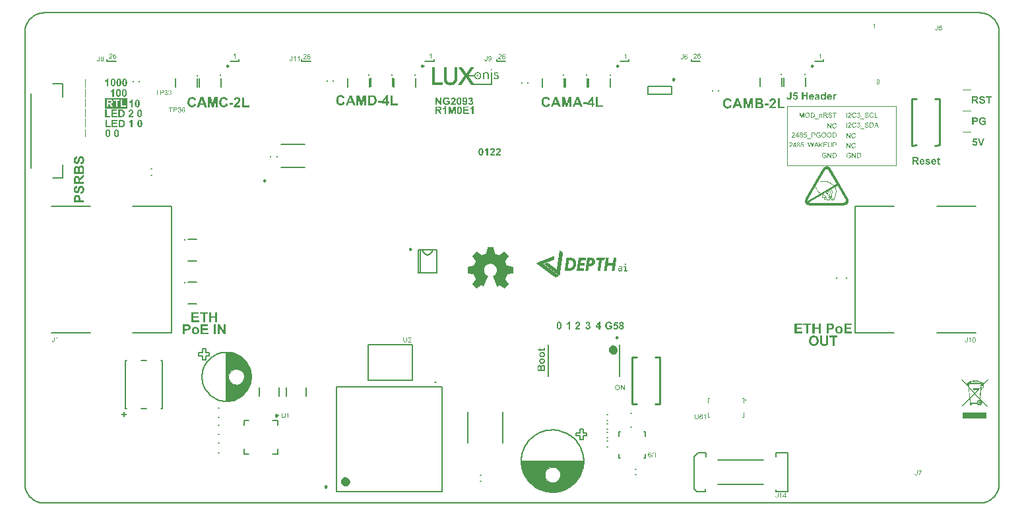
<source format=gto>
G04*
G04 #@! TF.GenerationSoftware,Altium Limited,Altium Designer,23.6.0 (18)*
G04*
G04 Layer_Color=65535*
%FSLAX44Y44*%
%MOMM*%
G71*
G04*
G04 #@! TF.SameCoordinates,C53CA9BA-8A6A-41CA-B2AF-7701FEAABFA0*
G04*
G04*
G04 #@! TF.FilePolarity,Positive*
G04*
G01*
G75*
%ADD10C,0.2500*%
%ADD11C,0.2000*%
%ADD12C,0.1000*%
%ADD13C,0.2540*%
%ADD14C,0.1000*%
%ADD15C,0.6000*%
%ADD16C,0.2540*%
%ADD17C,0.2032*%
%ADD18C,0.1270*%
%ADD19C,0.1500*%
G36*
X598814Y557831D02*
X599052D01*
Y557801D01*
X599171D01*
Y557771D01*
X599261D01*
Y557742D01*
X599320D01*
Y557712D01*
X599380D01*
Y557682D01*
X599439D01*
Y557652D01*
X599469D01*
Y557622D01*
X599529D01*
Y557593D01*
X599558D01*
Y557563D01*
X599588D01*
Y557533D01*
X599618D01*
Y557503D01*
X599648D01*
Y557473D01*
X599678D01*
Y557444D01*
X599707D01*
Y557414D01*
X599737D01*
Y557384D01*
X599767D01*
Y557354D01*
Y557324D01*
X599797D01*
Y557295D01*
X599827D01*
Y557265D01*
Y557235D01*
X599856D01*
Y557205D01*
Y557175D01*
X599886D01*
Y557146D01*
Y557116D01*
X599916D01*
Y557086D01*
Y557056D01*
Y557026D01*
X599946D01*
Y556997D01*
Y556967D01*
Y556937D01*
Y556907D01*
X599976D01*
Y556878D01*
Y556848D01*
Y556818D01*
Y556788D01*
Y556758D01*
Y556729D01*
Y556699D01*
Y556669D01*
Y556639D01*
Y556609D01*
Y556580D01*
Y556550D01*
Y556520D01*
Y556490D01*
Y556460D01*
Y556431D01*
Y556401D01*
Y556371D01*
Y556341D01*
X599946D01*
Y556312D01*
Y556282D01*
Y556252D01*
Y556222D01*
X599916D01*
Y556192D01*
Y556163D01*
Y556133D01*
X599886D01*
Y556103D01*
Y556073D01*
X599856D01*
Y556043D01*
Y556014D01*
X599827D01*
Y555984D01*
Y555954D01*
X599797D01*
Y555924D01*
X599767D01*
Y555895D01*
Y555865D01*
X599737D01*
Y555835D01*
X599707D01*
Y555805D01*
X599678D01*
Y555775D01*
X599648D01*
Y555746D01*
X599618D01*
Y555716D01*
X599588D01*
Y555686D01*
X599558D01*
Y555656D01*
X599529D01*
Y555626D01*
X599469D01*
Y555597D01*
X599439D01*
Y555567D01*
X599380D01*
Y555537D01*
X599320D01*
Y555507D01*
X599261D01*
Y555477D01*
X599171D01*
Y555448D01*
X599052D01*
Y555418D01*
X598844D01*
Y555388D01*
X598635D01*
Y555418D01*
X598427D01*
Y555448D01*
X598307D01*
Y555477D01*
X598248D01*
Y555507D01*
X598158D01*
Y555537D01*
X598099D01*
Y555567D01*
X598069D01*
Y555597D01*
X598009D01*
Y555626D01*
X597980D01*
Y555656D01*
X597920D01*
Y555686D01*
X597890D01*
Y555716D01*
X597860D01*
Y555746D01*
X597831D01*
Y555775D01*
X597801D01*
Y555805D01*
X597771D01*
Y555835D01*
X597741D01*
Y555865D01*
Y555895D01*
X597711D01*
Y555924D01*
X597682D01*
Y555954D01*
Y555984D01*
X597652D01*
Y556014D01*
Y556043D01*
X597622D01*
Y556073D01*
Y556103D01*
X597592D01*
Y556133D01*
Y556163D01*
X597563D01*
Y556192D01*
Y556222D01*
Y556252D01*
X597533D01*
Y556282D01*
Y556312D01*
Y556341D01*
Y556371D01*
Y556401D01*
X597503D01*
Y556431D01*
Y556460D01*
Y556490D01*
Y556520D01*
Y556550D01*
Y556580D01*
Y556609D01*
Y556639D01*
Y556669D01*
Y556699D01*
Y556729D01*
Y556758D01*
Y556788D01*
Y556818D01*
Y556848D01*
X597533D01*
Y556878D01*
Y556907D01*
Y556937D01*
Y556967D01*
Y556997D01*
X597563D01*
Y557026D01*
Y557056D01*
Y557086D01*
X597592D01*
Y557116D01*
Y557146D01*
X597622D01*
Y557175D01*
Y557205D01*
X597652D01*
Y557235D01*
Y557265D01*
X597682D01*
Y557295D01*
Y557324D01*
X597711D01*
Y557354D01*
X597741D01*
Y557384D01*
Y557414D01*
X597771D01*
Y557444D01*
X597801D01*
Y557473D01*
X597831D01*
Y557503D01*
X597860D01*
Y557533D01*
X597890D01*
Y557563D01*
X597920D01*
Y557593D01*
X597980D01*
Y557622D01*
X598009D01*
Y557652D01*
X598069D01*
Y557682D01*
X598099D01*
Y557712D01*
X598158D01*
Y557742D01*
X598248D01*
Y557771D01*
X598337D01*
Y557801D01*
X598427D01*
Y557831D01*
X598665D01*
Y557861D01*
X598814D01*
Y557831D01*
D02*
G37*
G36*
X592170Y553690D02*
X592528D01*
Y553660D01*
X592707D01*
Y553630D01*
X592856D01*
Y553601D01*
X592975D01*
Y553571D01*
X593094D01*
Y553541D01*
X593183D01*
Y553511D01*
X593273D01*
Y553481D01*
X593362D01*
Y553452D01*
X593422D01*
Y553422D01*
X593481D01*
Y553392D01*
X593541D01*
Y553362D01*
X593600D01*
Y553332D01*
X593660D01*
Y553303D01*
X593720D01*
Y553273D01*
X593779D01*
Y553243D01*
X593809D01*
Y553213D01*
X593869D01*
Y553184D01*
X593898D01*
Y553154D01*
X593958D01*
Y553124D01*
X593988D01*
Y553094D01*
X594017D01*
Y553064D01*
X594077D01*
Y553035D01*
X594107D01*
Y553005D01*
X594137D01*
Y552975D01*
X594166D01*
Y552945D01*
X594196D01*
Y552915D01*
X594226D01*
Y552886D01*
X594256D01*
Y552856D01*
X594286D01*
Y552826D01*
X594315D01*
Y552796D01*
X594345D01*
Y552766D01*
X594375D01*
Y552737D01*
X594405D01*
Y552707D01*
X594435D01*
Y552677D01*
X594464D01*
Y552647D01*
X594494D01*
Y552617D01*
Y552588D01*
X594524D01*
Y552558D01*
X594554D01*
Y552528D01*
Y552498D01*
X594584D01*
Y552469D01*
X594613D01*
Y552439D01*
Y552409D01*
X594643D01*
Y552379D01*
X594673D01*
Y552349D01*
Y552320D01*
X594703D01*
Y552290D01*
Y552260D01*
X594733D01*
Y552230D01*
X594762D01*
Y552201D01*
Y552171D01*
X594792D01*
Y552141D01*
Y552111D01*
X594822D01*
Y552081D01*
Y552052D01*
Y552022D01*
X594852D01*
Y551992D01*
Y551962D01*
X594881D01*
Y551932D01*
Y551903D01*
X594911D01*
Y551873D01*
Y551843D01*
Y551813D01*
X594941D01*
Y551783D01*
Y551754D01*
Y551724D01*
X594971D01*
Y551694D01*
Y551664D01*
Y551634D01*
X595001D01*
Y551605D01*
Y551575D01*
Y551545D01*
Y551515D01*
X595030D01*
Y551485D01*
Y551456D01*
Y551426D01*
Y551396D01*
X595060D01*
Y551366D01*
Y551337D01*
Y551307D01*
Y551277D01*
Y551247D01*
X595090D01*
Y551217D01*
Y551188D01*
Y551158D01*
Y551128D01*
X595120D01*
Y551098D01*
Y551068D01*
Y551039D01*
Y551009D01*
Y550979D01*
Y550949D01*
Y550919D01*
Y550890D01*
X595150D01*
Y550860D01*
Y550830D01*
Y550800D01*
Y550770D01*
Y550741D01*
Y550711D01*
Y550681D01*
Y550651D01*
Y550621D01*
Y550592D01*
Y550562D01*
X595179D01*
Y550532D01*
Y550502D01*
Y550473D01*
Y550443D01*
Y550413D01*
Y550383D01*
Y550354D01*
Y550324D01*
Y550294D01*
Y550264D01*
Y550234D01*
Y550205D01*
Y550175D01*
Y550145D01*
Y550115D01*
Y550085D01*
Y550056D01*
Y550026D01*
Y549996D01*
Y549966D01*
Y549936D01*
Y549907D01*
Y549877D01*
Y549847D01*
Y549817D01*
Y549787D01*
Y549758D01*
Y549728D01*
Y549698D01*
Y549668D01*
Y549638D01*
Y549609D01*
Y549579D01*
Y549549D01*
Y549519D01*
Y549490D01*
Y549460D01*
Y549430D01*
Y549400D01*
Y549370D01*
Y549341D01*
Y549311D01*
Y549281D01*
Y549251D01*
Y549221D01*
Y549192D01*
Y549162D01*
Y549132D01*
Y549102D01*
Y549072D01*
Y549043D01*
Y549013D01*
Y548983D01*
Y548953D01*
Y548923D01*
Y548894D01*
Y548864D01*
Y548834D01*
Y548804D01*
Y548775D01*
Y548745D01*
Y548715D01*
Y548685D01*
Y548655D01*
Y548626D01*
Y548596D01*
Y548566D01*
Y548536D01*
Y548506D01*
Y548477D01*
Y548447D01*
Y548417D01*
Y548387D01*
Y548358D01*
Y548328D01*
Y548298D01*
Y548268D01*
Y548238D01*
Y548209D01*
Y548179D01*
Y548149D01*
Y548119D01*
Y548089D01*
Y548060D01*
Y548030D01*
Y548000D01*
Y547970D01*
Y547940D01*
Y547911D01*
Y547881D01*
Y547851D01*
Y547821D01*
Y547791D01*
Y547762D01*
Y547732D01*
Y547702D01*
Y547672D01*
Y547643D01*
Y547613D01*
Y547583D01*
Y547553D01*
Y547523D01*
Y547494D01*
Y547464D01*
Y547434D01*
Y547404D01*
Y547374D01*
Y547345D01*
Y547315D01*
Y547285D01*
Y547255D01*
Y547225D01*
Y547196D01*
Y547166D01*
Y547136D01*
Y547106D01*
Y547076D01*
Y547047D01*
Y547017D01*
Y546987D01*
Y546957D01*
Y546928D01*
Y546898D01*
Y546868D01*
Y546838D01*
Y546808D01*
Y546779D01*
Y546749D01*
Y546719D01*
Y546689D01*
Y546660D01*
Y546630D01*
Y546600D01*
Y546570D01*
Y546540D01*
Y546511D01*
Y546481D01*
Y546451D01*
Y546421D01*
Y546391D01*
Y546362D01*
Y546332D01*
Y546302D01*
Y546272D01*
Y546242D01*
Y546213D01*
Y546183D01*
Y546153D01*
Y546123D01*
Y546093D01*
Y546064D01*
Y546034D01*
Y546004D01*
Y545974D01*
Y545945D01*
Y545915D01*
Y545885D01*
Y545855D01*
Y545825D01*
Y545796D01*
Y545766D01*
Y545736D01*
Y545706D01*
Y545676D01*
Y545647D01*
Y545617D01*
Y545587D01*
Y545557D01*
Y545527D01*
Y545498D01*
Y545468D01*
Y545438D01*
Y545408D01*
Y545378D01*
Y545349D01*
Y545319D01*
Y545289D01*
Y545259D01*
Y545229D01*
Y545200D01*
Y545170D01*
Y545140D01*
Y545110D01*
Y545080D01*
Y545051D01*
Y545021D01*
Y544991D01*
Y544961D01*
Y544932D01*
Y544902D01*
X593749D01*
Y544932D01*
Y544961D01*
Y544991D01*
Y545021D01*
Y545051D01*
Y545080D01*
Y545110D01*
Y545140D01*
Y545170D01*
Y545200D01*
Y545229D01*
Y545259D01*
Y545289D01*
Y545319D01*
Y545349D01*
Y545378D01*
Y545408D01*
Y545438D01*
Y545468D01*
Y545498D01*
Y545527D01*
Y545557D01*
Y545587D01*
Y545617D01*
Y545647D01*
Y545676D01*
Y545706D01*
Y545736D01*
Y545766D01*
Y545796D01*
Y545825D01*
Y545855D01*
Y545885D01*
Y545915D01*
Y545945D01*
Y545974D01*
Y546004D01*
Y546034D01*
Y546064D01*
Y546093D01*
Y546123D01*
Y546153D01*
Y546183D01*
Y546213D01*
Y546242D01*
Y546272D01*
Y546302D01*
Y546332D01*
Y546362D01*
Y546391D01*
Y546421D01*
Y546451D01*
Y546481D01*
Y546511D01*
Y546540D01*
Y546570D01*
Y546600D01*
Y546630D01*
Y546660D01*
Y546689D01*
Y546719D01*
Y546749D01*
Y546779D01*
Y546808D01*
Y546838D01*
Y546868D01*
Y546898D01*
Y546928D01*
Y546957D01*
Y546987D01*
Y547017D01*
Y547047D01*
Y547076D01*
Y547106D01*
Y547136D01*
Y547166D01*
Y547196D01*
Y547225D01*
Y547255D01*
Y547285D01*
Y547315D01*
Y547345D01*
Y547374D01*
Y547404D01*
Y547434D01*
Y547464D01*
Y547494D01*
Y547523D01*
Y547553D01*
Y547583D01*
Y547613D01*
Y547643D01*
Y547672D01*
Y547702D01*
Y547732D01*
Y547762D01*
Y547791D01*
Y547821D01*
Y547851D01*
Y547881D01*
Y547911D01*
Y547940D01*
Y547970D01*
Y548000D01*
Y548030D01*
Y548060D01*
Y548089D01*
Y548119D01*
Y548149D01*
Y548179D01*
Y548209D01*
Y548238D01*
Y548268D01*
Y548298D01*
Y548328D01*
Y548358D01*
Y548387D01*
Y548417D01*
Y548447D01*
Y548477D01*
Y548506D01*
Y548536D01*
Y548566D01*
Y548596D01*
Y548626D01*
Y548655D01*
Y548685D01*
Y548715D01*
Y548745D01*
Y548775D01*
Y548804D01*
Y548834D01*
Y548864D01*
Y548894D01*
Y548923D01*
Y548953D01*
Y548983D01*
Y549013D01*
Y549043D01*
Y549072D01*
Y549102D01*
Y549132D01*
Y549162D01*
Y549192D01*
Y549221D01*
Y549251D01*
Y549281D01*
Y549311D01*
Y549341D01*
Y549370D01*
Y549400D01*
Y549430D01*
Y549460D01*
Y549490D01*
Y549519D01*
Y549549D01*
Y549579D01*
Y549609D01*
Y549638D01*
Y549668D01*
Y549698D01*
Y549728D01*
Y549758D01*
Y549787D01*
Y549817D01*
Y549847D01*
Y549877D01*
Y549907D01*
Y549936D01*
Y549966D01*
Y549996D01*
Y550026D01*
Y550056D01*
Y550085D01*
Y550115D01*
Y550145D01*
Y550175D01*
Y550205D01*
Y550234D01*
Y550264D01*
Y550294D01*
Y550324D01*
Y550354D01*
Y550383D01*
Y550413D01*
Y550443D01*
Y550473D01*
Y550502D01*
X593720D01*
Y550532D01*
Y550562D01*
Y550592D01*
Y550621D01*
Y550651D01*
Y550681D01*
Y550711D01*
X593690D01*
Y550741D01*
Y550770D01*
Y550800D01*
Y550830D01*
Y550860D01*
Y550890D01*
X593660D01*
Y550919D01*
Y550949D01*
Y550979D01*
Y551009D01*
X593630D01*
Y551039D01*
Y551068D01*
Y551098D01*
X593600D01*
Y551128D01*
Y551158D01*
Y551188D01*
X593571D01*
Y551217D01*
Y551247D01*
Y551277D01*
X593541D01*
Y551307D01*
Y551337D01*
X593511D01*
Y551366D01*
Y551396D01*
X593481D01*
Y551426D01*
Y551456D01*
Y551485D01*
X593451D01*
Y551515D01*
Y551545D01*
X593422D01*
Y551575D01*
X593392D01*
Y551605D01*
Y551634D01*
X593362D01*
Y551664D01*
X593332D01*
Y551694D01*
Y551724D01*
X593302D01*
Y551754D01*
X593273D01*
Y551783D01*
Y551813D01*
X593243D01*
Y551843D01*
X593213D01*
Y551873D01*
X593183D01*
Y551903D01*
X593154D01*
Y551932D01*
X593124D01*
Y551962D01*
X593094D01*
Y551992D01*
X593064D01*
Y552022D01*
X593005D01*
Y552052D01*
X592975D01*
Y552081D01*
X592945D01*
Y552111D01*
X592886D01*
Y552141D01*
X592826D01*
Y552171D01*
X592796D01*
Y552201D01*
X592737D01*
Y552230D01*
X592647D01*
Y552260D01*
X592588D01*
Y552290D01*
X592498D01*
Y552320D01*
X592379D01*
Y552349D01*
X592230D01*
Y552379D01*
X591962D01*
Y552409D01*
X591575D01*
Y552379D01*
X591277D01*
Y552349D01*
X591128D01*
Y552320D01*
X590979D01*
Y552290D01*
X590890D01*
Y552260D01*
X590800D01*
Y552230D01*
X590711D01*
Y552201D01*
X590651D01*
Y552171D01*
X590562D01*
Y552141D01*
X590502D01*
Y552111D01*
X590443D01*
Y552081D01*
X590413D01*
Y552052D01*
X590353D01*
Y552022D01*
X590323D01*
Y551992D01*
X590264D01*
Y551962D01*
X590234D01*
Y551932D01*
X590174D01*
Y551903D01*
X590145D01*
Y551873D01*
X590115D01*
Y551843D01*
X590085D01*
Y551813D01*
X590026D01*
Y551783D01*
X589996D01*
Y551754D01*
X589966D01*
Y551724D01*
X589936D01*
Y551694D01*
Y551664D01*
X589906D01*
Y551634D01*
X589877D01*
Y551605D01*
X589847D01*
Y551575D01*
X589817D01*
Y551545D01*
X589787D01*
Y551515D01*
X589757D01*
Y551485D01*
Y551456D01*
X589728D01*
Y551426D01*
X589698D01*
Y551396D01*
Y551366D01*
X589668D01*
Y551337D01*
X589638D01*
Y551307D01*
Y551277D01*
X589608D01*
Y551247D01*
Y551217D01*
X589579D01*
Y551188D01*
X589549D01*
Y551158D01*
Y551128D01*
X589519D01*
Y551098D01*
Y551068D01*
X589489D01*
Y551039D01*
Y551009D01*
X589460D01*
Y550979D01*
Y550949D01*
Y550919D01*
X589430D01*
Y550890D01*
Y550860D01*
X589400D01*
Y550830D01*
Y550800D01*
Y550770D01*
X589370D01*
Y550741D01*
Y550711D01*
Y550681D01*
X589340D01*
Y550651D01*
Y550621D01*
X589311D01*
Y550592D01*
Y550562D01*
Y550532D01*
Y550502D01*
X589281D01*
Y550473D01*
Y550443D01*
Y550413D01*
Y550383D01*
X589251D01*
Y550354D01*
Y550324D01*
Y550294D01*
Y550264D01*
X589221D01*
Y550234D01*
Y550205D01*
Y550175D01*
Y550145D01*
Y550115D01*
X589192D01*
Y550085D01*
Y550056D01*
Y550026D01*
Y549996D01*
Y549966D01*
Y549936D01*
X589162D01*
Y549907D01*
Y549877D01*
Y549847D01*
Y549817D01*
Y549787D01*
Y549758D01*
Y549728D01*
Y549698D01*
Y549668D01*
X589132D01*
Y549638D01*
Y549609D01*
Y549579D01*
Y549549D01*
Y549519D01*
Y549490D01*
Y549460D01*
Y549430D01*
Y549400D01*
Y549370D01*
Y549341D01*
Y549311D01*
Y549281D01*
Y549251D01*
Y549221D01*
Y549192D01*
Y549162D01*
Y549132D01*
Y549102D01*
Y549072D01*
Y549043D01*
Y549013D01*
Y548983D01*
Y548953D01*
Y548923D01*
Y548894D01*
Y548864D01*
Y548834D01*
Y548804D01*
Y548775D01*
Y548745D01*
Y548715D01*
Y548685D01*
Y548655D01*
Y548626D01*
Y548596D01*
Y548566D01*
Y548536D01*
Y548506D01*
Y548477D01*
Y548447D01*
Y548417D01*
Y548387D01*
Y548358D01*
Y548328D01*
Y548298D01*
Y548268D01*
Y548238D01*
Y548209D01*
Y548179D01*
Y548149D01*
Y548119D01*
Y548089D01*
Y548060D01*
Y548030D01*
Y548000D01*
Y547970D01*
Y547940D01*
Y547911D01*
Y547881D01*
Y547851D01*
Y547821D01*
Y547791D01*
Y547762D01*
Y547732D01*
Y547702D01*
Y547672D01*
Y547643D01*
Y547613D01*
Y547583D01*
Y547553D01*
Y547523D01*
Y547494D01*
Y547464D01*
Y547434D01*
Y547404D01*
Y547374D01*
Y547345D01*
Y547315D01*
Y547285D01*
Y547255D01*
Y547225D01*
Y547196D01*
Y547166D01*
Y547136D01*
Y547106D01*
Y547076D01*
Y547047D01*
Y547017D01*
Y546987D01*
Y546957D01*
Y546928D01*
Y546898D01*
Y546868D01*
Y546838D01*
Y546808D01*
Y546779D01*
Y546749D01*
Y546719D01*
Y546689D01*
Y546660D01*
Y546630D01*
Y546600D01*
Y546570D01*
Y546540D01*
Y546511D01*
Y546481D01*
Y546451D01*
Y546421D01*
Y546391D01*
Y546362D01*
Y546332D01*
Y546302D01*
Y546272D01*
Y546242D01*
Y546213D01*
Y546183D01*
Y546153D01*
Y546123D01*
Y546093D01*
Y546064D01*
Y546034D01*
Y546004D01*
Y545974D01*
Y545945D01*
Y545915D01*
Y545885D01*
Y545855D01*
Y545825D01*
Y545796D01*
Y545766D01*
Y545736D01*
Y545706D01*
Y545676D01*
Y545647D01*
Y545617D01*
Y545587D01*
Y545557D01*
Y545527D01*
Y545498D01*
Y545468D01*
Y545438D01*
Y545408D01*
Y545378D01*
Y545349D01*
Y545319D01*
Y545289D01*
Y545259D01*
Y545229D01*
Y545200D01*
Y545170D01*
Y545140D01*
Y545110D01*
Y545080D01*
Y545051D01*
Y545021D01*
Y544991D01*
Y544961D01*
Y544932D01*
Y544902D01*
X587702D01*
Y544932D01*
Y544961D01*
Y544991D01*
Y545021D01*
Y545051D01*
Y545080D01*
Y545110D01*
Y545140D01*
Y545170D01*
Y545200D01*
Y545229D01*
Y545259D01*
Y545289D01*
Y545319D01*
Y545349D01*
Y545378D01*
Y545408D01*
Y545438D01*
Y545468D01*
Y545498D01*
Y545527D01*
Y545557D01*
Y545587D01*
Y545617D01*
Y545647D01*
Y545676D01*
Y545706D01*
Y545736D01*
Y545766D01*
Y545796D01*
Y545825D01*
Y545855D01*
Y545885D01*
Y545915D01*
Y545945D01*
Y545974D01*
Y546004D01*
Y546034D01*
Y546064D01*
Y546093D01*
Y546123D01*
Y546153D01*
Y546183D01*
Y546213D01*
Y546242D01*
Y546272D01*
Y546302D01*
Y546332D01*
Y546362D01*
Y546391D01*
Y546421D01*
Y546451D01*
Y546481D01*
Y546511D01*
Y546540D01*
Y546570D01*
Y546600D01*
Y546630D01*
Y546660D01*
Y546689D01*
Y546719D01*
Y546749D01*
Y546779D01*
Y546808D01*
Y546838D01*
Y546868D01*
Y546898D01*
Y546928D01*
Y546957D01*
Y546987D01*
Y547017D01*
Y547047D01*
Y547076D01*
Y547106D01*
Y547136D01*
Y547166D01*
Y547196D01*
Y547225D01*
Y547255D01*
Y547285D01*
Y547315D01*
Y547345D01*
Y547374D01*
Y547404D01*
Y547434D01*
Y547464D01*
Y547494D01*
Y547523D01*
Y547553D01*
Y547583D01*
Y547613D01*
Y547643D01*
Y547672D01*
Y547702D01*
Y547732D01*
Y547762D01*
Y547791D01*
Y547821D01*
Y547851D01*
Y547881D01*
Y547911D01*
Y547940D01*
Y547970D01*
Y548000D01*
Y548030D01*
Y548060D01*
Y548089D01*
Y548119D01*
Y548149D01*
Y548179D01*
Y548209D01*
Y548238D01*
Y548268D01*
Y548298D01*
Y548328D01*
Y548358D01*
Y548387D01*
Y548417D01*
Y548447D01*
Y548477D01*
Y548506D01*
Y548536D01*
Y548566D01*
Y548596D01*
Y548626D01*
Y548655D01*
Y548685D01*
Y548715D01*
Y548745D01*
Y548775D01*
Y548804D01*
Y548834D01*
Y548864D01*
Y548894D01*
Y548923D01*
Y548953D01*
Y548983D01*
Y549013D01*
Y549043D01*
Y549072D01*
Y549102D01*
Y549132D01*
Y549162D01*
Y549192D01*
Y549221D01*
Y549251D01*
Y549281D01*
Y549311D01*
Y549341D01*
Y549370D01*
Y549400D01*
Y549430D01*
Y549460D01*
Y549490D01*
Y549519D01*
Y549549D01*
Y549579D01*
Y549609D01*
Y549638D01*
Y549668D01*
Y549698D01*
Y549728D01*
Y549758D01*
Y549787D01*
Y549817D01*
Y549847D01*
Y549877D01*
Y549907D01*
Y549936D01*
Y549966D01*
Y549996D01*
Y550026D01*
Y550056D01*
Y550085D01*
Y550115D01*
Y550145D01*
Y550175D01*
Y550205D01*
Y550234D01*
Y550264D01*
Y550294D01*
Y550324D01*
Y550354D01*
Y550383D01*
Y550413D01*
Y550443D01*
Y550473D01*
Y550502D01*
Y550532D01*
Y550562D01*
Y550592D01*
Y550621D01*
Y550651D01*
Y550681D01*
Y550711D01*
Y550741D01*
Y550770D01*
Y550800D01*
Y550830D01*
Y550860D01*
Y550890D01*
Y550919D01*
Y550949D01*
Y550979D01*
Y551009D01*
Y551039D01*
Y551068D01*
Y551098D01*
Y551128D01*
Y551158D01*
Y551188D01*
Y551217D01*
Y551247D01*
Y551277D01*
Y551307D01*
Y551337D01*
Y551366D01*
Y551396D01*
Y551426D01*
Y551456D01*
Y551485D01*
Y551515D01*
Y551545D01*
Y551575D01*
Y551605D01*
Y551634D01*
Y551664D01*
Y551694D01*
Y551724D01*
Y551754D01*
Y551783D01*
Y551813D01*
Y551843D01*
Y551873D01*
Y551903D01*
Y551932D01*
Y551962D01*
Y551992D01*
Y552022D01*
Y552052D01*
X587672D01*
Y552081D01*
Y552111D01*
Y552141D01*
Y552171D01*
Y552201D01*
Y552230D01*
Y552260D01*
Y552290D01*
Y552320D01*
Y552349D01*
Y552379D01*
Y552409D01*
Y552439D01*
Y552469D01*
Y552498D01*
Y552528D01*
Y552558D01*
Y552588D01*
Y552617D01*
Y552647D01*
X587642D01*
Y552677D01*
Y552707D01*
Y552737D01*
Y552766D01*
Y552796D01*
Y552826D01*
Y552856D01*
Y552886D01*
Y552915D01*
Y552945D01*
Y552975D01*
Y553005D01*
Y553035D01*
Y553064D01*
Y553094D01*
Y553124D01*
Y553154D01*
Y553184D01*
Y553213D01*
Y553243D01*
Y553273D01*
X587613D01*
Y553303D01*
Y553332D01*
Y553362D01*
Y553392D01*
Y553422D01*
Y553452D01*
Y553481D01*
X588983D01*
Y553452D01*
Y553422D01*
Y553392D01*
Y553362D01*
Y553332D01*
Y553303D01*
Y553273D01*
Y553243D01*
Y553213D01*
Y553184D01*
Y553154D01*
Y553124D01*
Y553094D01*
Y553064D01*
Y553035D01*
Y553005D01*
Y552975D01*
Y552945D01*
Y552915D01*
Y552886D01*
Y552856D01*
Y552826D01*
Y552796D01*
Y552766D01*
Y552737D01*
Y552707D01*
Y552677D01*
Y552647D01*
X589013D01*
Y552617D01*
Y552588D01*
Y552558D01*
Y552528D01*
Y552498D01*
Y552469D01*
Y552439D01*
Y552409D01*
Y552379D01*
Y552349D01*
Y552320D01*
Y552290D01*
Y552260D01*
Y552230D01*
Y552201D01*
Y552171D01*
Y552141D01*
Y552111D01*
Y552081D01*
X589072D01*
Y552111D01*
Y552141D01*
X589102D01*
Y552171D01*
Y552201D01*
X589132D01*
Y552230D01*
Y552260D01*
X589162D01*
Y552290D01*
X589192D01*
Y552320D01*
Y552349D01*
X589221D01*
Y552379D01*
X589251D01*
Y552409D01*
Y552439D01*
X589281D01*
Y552469D01*
X589311D01*
Y552498D01*
Y552528D01*
X589340D01*
Y552558D01*
X589370D01*
Y552588D01*
X589400D01*
Y552617D01*
X589430D01*
Y552647D01*
X589460D01*
Y552677D01*
Y552707D01*
X589489D01*
Y552737D01*
X589519D01*
Y552766D01*
X589549D01*
Y552796D01*
X589579D01*
Y552826D01*
X589608D01*
Y552856D01*
X589638D01*
Y552886D01*
X589698D01*
Y552915D01*
X589728D01*
Y552945D01*
X589757D01*
Y552975D01*
X589787D01*
Y553005D01*
X589817D01*
Y553035D01*
X589877D01*
Y553064D01*
X589906D01*
Y553094D01*
X589966D01*
Y553124D01*
X589996D01*
Y553154D01*
X590026D01*
Y553184D01*
X590085D01*
Y553213D01*
X590145D01*
Y553243D01*
X590174D01*
Y553273D01*
X590234D01*
Y553303D01*
X590294D01*
Y553332D01*
X590353D01*
Y553362D01*
X590413D01*
Y553392D01*
X590472D01*
Y553422D01*
X590532D01*
Y553452D01*
X590621D01*
Y553481D01*
X590681D01*
Y553511D01*
X590770D01*
Y553541D01*
X590860D01*
Y553571D01*
X590979D01*
Y553601D01*
X591068D01*
Y553630D01*
X591217D01*
Y553660D01*
X591396D01*
Y553690D01*
X591694D01*
Y553720D01*
X592170D01*
Y553690D01*
D02*
G37*
G36*
X576322Y559857D02*
X576292D01*
Y559827D01*
X576262D01*
Y559797D01*
Y559767D01*
X576233D01*
Y559737D01*
X576203D01*
Y559708D01*
Y559678D01*
X576173D01*
Y559648D01*
X576143D01*
Y559618D01*
X576114D01*
Y559589D01*
Y559559D01*
X576084D01*
Y559529D01*
X576054D01*
Y559499D01*
Y559469D01*
X576024D01*
Y559440D01*
X575994D01*
Y559410D01*
X575965D01*
Y559380D01*
Y559350D01*
X575935D01*
Y559320D01*
X575905D01*
Y559291D01*
Y559261D01*
X575875D01*
Y559231D01*
X575845D01*
Y559201D01*
X575816D01*
Y559171D01*
Y559142D01*
X575786D01*
Y559112D01*
X575756D01*
Y559082D01*
Y559052D01*
X575726D01*
Y559022D01*
X575696D01*
Y558993D01*
X575667D01*
Y558963D01*
Y558933D01*
X575637D01*
Y558903D01*
X575607D01*
Y558873D01*
Y558844D01*
X575577D01*
Y558814D01*
X575547D01*
Y558784D01*
Y558754D01*
X575518D01*
Y558725D01*
X575488D01*
Y558695D01*
X575458D01*
Y558665D01*
Y558635D01*
X575428D01*
Y558605D01*
X575398D01*
Y558576D01*
Y558546D01*
X575369D01*
Y558516D01*
X575339D01*
Y558486D01*
X575309D01*
Y558456D01*
Y558427D01*
X575279D01*
Y558397D01*
X575250D01*
Y558367D01*
Y558337D01*
X575220D01*
Y558307D01*
X575190D01*
Y558278D01*
X575160D01*
Y558248D01*
Y558218D01*
X575130D01*
Y558188D01*
X575101D01*
Y558158D01*
Y558129D01*
X575071D01*
Y558099D01*
X575041D01*
Y558069D01*
X575011D01*
Y558039D01*
Y558010D01*
X574981D01*
Y557980D01*
X574952D01*
Y557950D01*
Y557920D01*
X574922D01*
Y557890D01*
X574892D01*
Y557861D01*
Y557831D01*
X574862D01*
Y557801D01*
X574832D01*
Y557771D01*
X574803D01*
Y557742D01*
Y557712D01*
X574773D01*
Y557682D01*
X574743D01*
Y557652D01*
Y557622D01*
X574713D01*
Y557593D01*
X574683D01*
Y557563D01*
X574654D01*
Y557533D01*
Y557503D01*
X574624D01*
Y557473D01*
X574594D01*
Y557444D01*
Y557414D01*
X574564D01*
Y557384D01*
X574535D01*
Y557354D01*
X574505D01*
Y557324D01*
Y557295D01*
X574475D01*
Y557265D01*
X574445D01*
Y557235D01*
Y557205D01*
X574415D01*
Y557175D01*
X574386D01*
Y557146D01*
X574356D01*
Y557116D01*
Y557086D01*
X574326D01*
Y557056D01*
X574296D01*
Y557026D01*
Y556997D01*
X574267D01*
Y556967D01*
X574237D01*
Y556937D01*
X574207D01*
Y556907D01*
Y556878D01*
X574177D01*
Y556848D01*
X574147D01*
Y556818D01*
Y556788D01*
X574118D01*
Y556758D01*
X574088D01*
Y556729D01*
Y556699D01*
X574058D01*
Y556669D01*
X574028D01*
Y556639D01*
X573998D01*
Y556609D01*
Y556580D01*
X573969D01*
Y556550D01*
X573939D01*
Y556520D01*
Y556490D01*
X573909D01*
Y556460D01*
X573879D01*
Y556431D01*
X573849D01*
Y556401D01*
Y556371D01*
X573820D01*
Y556341D01*
X573790D01*
Y556312D01*
Y556282D01*
X573760D01*
Y556252D01*
X573730D01*
Y556222D01*
X573700D01*
Y556192D01*
Y556163D01*
X573671D01*
Y556133D01*
X573641D01*
Y556103D01*
Y556073D01*
X573611D01*
Y556043D01*
X573581D01*
Y556014D01*
X573551D01*
Y555984D01*
Y555954D01*
X573522D01*
Y555924D01*
X573492D01*
Y555895D01*
Y555865D01*
X573462D01*
Y555835D01*
X573432D01*
Y555805D01*
X573403D01*
Y555775D01*
Y555746D01*
X573373D01*
Y555716D01*
X573343D01*
Y555686D01*
Y555656D01*
X573313D01*
Y555626D01*
X573283D01*
Y555597D01*
Y555567D01*
X573254D01*
Y555537D01*
X573224D01*
Y555507D01*
X573194D01*
Y555477D01*
Y555448D01*
X573164D01*
Y555418D01*
X573134D01*
Y555388D01*
Y555358D01*
X573105D01*
Y555328D01*
X573075D01*
Y555299D01*
X573045D01*
Y555269D01*
Y555239D01*
X573015D01*
Y555209D01*
X572985D01*
Y555179D01*
Y555150D01*
X572956D01*
Y555120D01*
X572926D01*
Y555090D01*
X572896D01*
Y555060D01*
Y555031D01*
X572866D01*
Y555001D01*
X572836D01*
Y554971D01*
Y554941D01*
X572807D01*
Y554911D01*
X572777D01*
Y554882D01*
X572747D01*
Y554852D01*
Y554822D01*
X572717D01*
Y554792D01*
X572688D01*
Y554762D01*
Y554733D01*
X572658D01*
Y554703D01*
X572628D01*
Y554673D01*
X572598D01*
Y554643D01*
Y554613D01*
X572568D01*
Y554584D01*
X572539D01*
Y554554D01*
Y554524D01*
X572509D01*
Y554494D01*
X572479D01*
Y554464D01*
Y554435D01*
X572449D01*
Y554405D01*
X572420D01*
Y554375D01*
X572390D01*
Y554345D01*
Y554316D01*
X572360D01*
Y554286D01*
X572330D01*
Y554256D01*
Y554226D01*
X572300D01*
Y554196D01*
X572271D01*
Y554167D01*
X572241D01*
Y554137D01*
Y554107D01*
X572211D01*
Y554077D01*
X572181D01*
Y554048D01*
Y554018D01*
X572151D01*
Y553988D01*
X572122D01*
Y553958D01*
X572092D01*
Y553928D01*
Y553899D01*
X572062D01*
Y553869D01*
X572032D01*
Y553839D01*
Y553809D01*
X572002D01*
Y553779D01*
X571973D01*
Y553750D01*
X571943D01*
Y553720D01*
Y553690D01*
X571913D01*
Y553660D01*
X571883D01*
Y553630D01*
Y553601D01*
X571853D01*
Y553571D01*
X571824D01*
Y553541D01*
Y553511D01*
X571794D01*
Y553481D01*
X571764D01*
Y553452D01*
X571734D01*
Y553422D01*
Y553392D01*
X571704D01*
Y553362D01*
X571675D01*
Y553332D01*
Y553303D01*
X571645D01*
Y553273D01*
X571615D01*
Y553243D01*
X571585D01*
Y553213D01*
Y553184D01*
X571555D01*
Y553154D01*
X571526D01*
Y553124D01*
Y553094D01*
X571496D01*
Y553064D01*
X571466D01*
Y553035D01*
X571436D01*
Y553005D01*
Y552975D01*
X571407D01*
Y552945D01*
X571377D01*
Y552915D01*
Y552886D01*
X571347D01*
Y552856D01*
X571317D01*
Y552826D01*
X571287D01*
Y552796D01*
Y552766D01*
X571258D01*
Y552737D01*
X571228D01*
Y552707D01*
Y552677D01*
X571198D01*
Y552647D01*
X571168D01*
Y552617D01*
X571138D01*
Y552588D01*
Y552558D01*
X571109D01*
Y552528D01*
X571079D01*
Y552498D01*
Y552469D01*
X571049D01*
Y552439D01*
X571019D01*
Y552409D01*
Y552379D01*
X570989D01*
Y552349D01*
X570960D01*
Y552320D01*
X570930D01*
Y552290D01*
Y552260D01*
X570900D01*
Y552230D01*
X570870D01*
Y552201D01*
Y552171D01*
X570841D01*
Y552141D01*
X570811D01*
Y552111D01*
X570781D01*
Y552081D01*
Y552052D01*
X570751D01*
Y552022D01*
X570721D01*
Y551992D01*
Y551962D01*
X570692D01*
Y551932D01*
X570662D01*
Y551903D01*
X570632D01*
Y551873D01*
Y551843D01*
X570602D01*
Y551813D01*
X570573D01*
Y551783D01*
Y551754D01*
X570543D01*
Y551724D01*
X570513D01*
Y551694D01*
X570483D01*
Y551664D01*
Y551634D01*
X570453D01*
Y551605D01*
X570424D01*
Y551575D01*
Y551545D01*
X570394D01*
Y551515D01*
X570364D01*
Y551485D01*
X570334D01*
Y551456D01*
Y551426D01*
X570304D01*
Y551396D01*
X570275D01*
Y551366D01*
Y551337D01*
X570245D01*
Y551307D01*
X570215D01*
Y551277D01*
Y551247D01*
X570185D01*
Y551217D01*
X570155D01*
Y551188D01*
X570126D01*
Y551158D01*
Y551128D01*
X570096D01*
Y551098D01*
X570066D01*
Y551068D01*
Y551039D01*
X570036D01*
Y551009D01*
X570006D01*
Y550979D01*
X569977D01*
Y550949D01*
Y550919D01*
X569947D01*
Y550890D01*
X569917D01*
Y550860D01*
Y550830D01*
X569887D01*
Y550800D01*
X569857D01*
Y550770D01*
X569828D01*
Y550741D01*
Y550711D01*
X569798D01*
Y550681D01*
X569768D01*
Y550651D01*
Y550621D01*
X569738D01*
Y550592D01*
X569709D01*
Y550562D01*
X569679D01*
Y550532D01*
Y550502D01*
X569649D01*
Y550473D01*
X569619D01*
Y550443D01*
Y550413D01*
X569589D01*
Y550383D01*
X569560D01*
Y550354D01*
Y550324D01*
X569530D01*
Y550294D01*
X569500D01*
Y550264D01*
X569470D01*
Y550234D01*
Y550205D01*
X569440D01*
Y550175D01*
X569411D01*
Y550145D01*
Y550115D01*
X569381D01*
Y550085D01*
X569351D01*
Y550056D01*
X569321D01*
Y550026D01*
Y549996D01*
X569291D01*
Y549966D01*
X569262D01*
Y549936D01*
Y549907D01*
X576352D01*
Y549936D01*
Y549966D01*
Y549996D01*
Y550026D01*
X576382D01*
Y550056D01*
Y550085D01*
Y550115D01*
Y550145D01*
Y550175D01*
X576411D01*
Y550205D01*
Y550234D01*
Y550264D01*
Y550294D01*
Y550324D01*
X576441D01*
Y550354D01*
Y550383D01*
Y550413D01*
Y550443D01*
X576471D01*
Y550473D01*
Y550502D01*
Y550532D01*
Y550562D01*
X576501D01*
Y550592D01*
Y550621D01*
Y550651D01*
Y550681D01*
X576531D01*
Y550711D01*
Y550741D01*
Y550770D01*
X576560D01*
Y550800D01*
Y550830D01*
Y550860D01*
X576590D01*
Y550890D01*
Y550919D01*
X576620D01*
Y550949D01*
Y550979D01*
Y551009D01*
X576650D01*
Y551039D01*
Y551068D01*
X576679D01*
Y551098D01*
Y551128D01*
X576709D01*
Y551158D01*
Y551188D01*
Y551217D01*
X576739D01*
Y551247D01*
Y551277D01*
X576769D01*
Y551307D01*
Y551337D01*
X576799D01*
Y551366D01*
Y551396D01*
X576828D01*
Y551426D01*
X576858D01*
Y551456D01*
Y551485D01*
X576888D01*
Y551515D01*
Y551545D01*
X576918D01*
Y551575D01*
Y551605D01*
X576948D01*
Y551634D01*
Y551664D01*
X576977D01*
Y551694D01*
X577007D01*
Y551724D01*
Y551754D01*
X577037D01*
Y551783D01*
X577067D01*
Y551813D01*
Y551843D01*
X577097D01*
Y551873D01*
X577126D01*
Y551903D01*
Y551932D01*
X577156D01*
Y551962D01*
X577186D01*
Y551992D01*
X577216D01*
Y552022D01*
Y552052D01*
X577245D01*
Y552081D01*
X577275D01*
Y552111D01*
X577305D01*
Y552141D01*
X577335D01*
Y552171D01*
X577365D01*
Y552201D01*
Y552230D01*
X577394D01*
Y552260D01*
X577424D01*
Y552290D01*
X577454D01*
Y552320D01*
X577484D01*
Y552349D01*
X577514D01*
Y552379D01*
X577543D01*
Y552409D01*
X577573D01*
Y552439D01*
X577603D01*
Y552469D01*
X577633D01*
Y552498D01*
X577663D01*
Y552528D01*
X577692D01*
Y552558D01*
X577722D01*
Y552588D01*
X577752D01*
Y552617D01*
X577782D01*
Y552647D01*
X577841D01*
Y552677D01*
X577871D01*
Y552707D01*
X577901D01*
Y552737D01*
X577931D01*
Y552766D01*
X577990D01*
Y552796D01*
X578020D01*
Y552826D01*
X578050D01*
Y552856D01*
X578080D01*
Y552886D01*
X578139D01*
Y552915D01*
X578199D01*
Y552945D01*
X578229D01*
Y552975D01*
X578288D01*
Y553005D01*
X578318D01*
Y553035D01*
X578378D01*
Y553064D01*
X578407D01*
Y553094D01*
X578467D01*
Y553124D01*
X578526D01*
Y553154D01*
X578586D01*
Y553184D01*
X578646D01*
Y553213D01*
X578705D01*
Y553243D01*
X578765D01*
Y553273D01*
X578824D01*
Y553303D01*
X578884D01*
Y553332D01*
X578973D01*
Y553362D01*
X579033D01*
Y553392D01*
X579122D01*
Y553422D01*
X579212D01*
Y553452D01*
X579301D01*
Y553481D01*
X579390D01*
Y553511D01*
X579480D01*
Y553541D01*
X579599D01*
Y553571D01*
X579718D01*
Y553601D01*
X579867D01*
Y553630D01*
X580046D01*
Y553660D01*
X580254D01*
Y553690D01*
X580612D01*
Y553720D01*
X581178D01*
Y553690D01*
X581506D01*
Y553660D01*
X581714D01*
Y553630D01*
X581893D01*
Y553601D01*
X582071D01*
Y553571D01*
X582161D01*
Y553541D01*
X582280D01*
Y553511D01*
X582399D01*
Y553481D01*
X582489D01*
Y553452D01*
X582578D01*
Y553422D01*
X582638D01*
Y553392D01*
X582727D01*
Y553362D01*
X582816D01*
Y553332D01*
X582876D01*
Y553303D01*
X582935D01*
Y553273D01*
X582995D01*
Y553243D01*
X583055D01*
Y553213D01*
X583114D01*
Y553184D01*
X583174D01*
Y553154D01*
X583233D01*
Y553124D01*
X583293D01*
Y553094D01*
X583353D01*
Y553064D01*
X583382D01*
Y553035D01*
X583442D01*
Y553005D01*
X583502D01*
Y552975D01*
X583531D01*
Y552945D01*
X583591D01*
Y552915D01*
X583621D01*
Y552886D01*
X583680D01*
Y552856D01*
X583710D01*
Y552826D01*
X583740D01*
Y552796D01*
X583799D01*
Y552766D01*
X583829D01*
Y552737D01*
X583859D01*
Y552707D01*
X583889D01*
Y552677D01*
X583948D01*
Y552647D01*
X583978D01*
Y552617D01*
X584008D01*
Y552588D01*
X584038D01*
Y552558D01*
X584067D01*
Y552528D01*
X584097D01*
Y552498D01*
X584127D01*
Y552469D01*
X584157D01*
Y552439D01*
X584187D01*
Y552409D01*
X584216D01*
Y552379D01*
X584246D01*
Y552349D01*
X584276D01*
Y552320D01*
X584306D01*
Y552290D01*
X584336D01*
Y552260D01*
X584365D01*
Y552230D01*
X584395D01*
Y552201D01*
X584425D01*
Y552171D01*
Y552141D01*
X584455D01*
Y552111D01*
X584485D01*
Y552081D01*
X584514D01*
Y552052D01*
X584544D01*
Y552022D01*
X584574D01*
Y551992D01*
Y551962D01*
X584604D01*
Y551932D01*
X584634D01*
Y551903D01*
Y551873D01*
X584663D01*
Y551843D01*
X584693D01*
Y551813D01*
Y551783D01*
X584723D01*
Y551754D01*
X584753D01*
Y551724D01*
Y551694D01*
X584782D01*
Y551664D01*
X584812D01*
Y551634D01*
Y551605D01*
X584842D01*
Y551575D01*
X584872D01*
Y551545D01*
Y551515D01*
X584902D01*
Y551485D01*
Y551456D01*
X584931D01*
Y551426D01*
Y551396D01*
X584961D01*
Y551366D01*
Y551337D01*
X584991D01*
Y551307D01*
Y551277D01*
X585021D01*
Y551247D01*
Y551217D01*
X585051D01*
Y551188D01*
Y551158D01*
X585080D01*
Y551128D01*
Y551098D01*
X585110D01*
Y551068D01*
Y551039D01*
Y551009D01*
X585140D01*
Y550979D01*
Y550949D01*
X585170D01*
Y550919D01*
Y550890D01*
Y550860D01*
X585200D01*
Y550830D01*
Y550800D01*
X585229D01*
Y550770D01*
Y550741D01*
Y550711D01*
X585259D01*
Y550681D01*
Y550651D01*
Y550621D01*
Y550592D01*
X585289D01*
Y550562D01*
Y550532D01*
Y550502D01*
X585319D01*
Y550473D01*
Y550443D01*
Y550413D01*
Y550383D01*
X585349D01*
Y550354D01*
Y550324D01*
Y550294D01*
Y550264D01*
Y550234D01*
X585378D01*
Y550205D01*
Y550175D01*
Y550145D01*
Y550115D01*
Y550085D01*
X585408D01*
Y550056D01*
Y550026D01*
Y549996D01*
Y549966D01*
Y549936D01*
Y549907D01*
Y549877D01*
X585438D01*
Y549847D01*
Y549817D01*
Y549787D01*
Y549758D01*
Y549728D01*
Y549698D01*
Y549668D01*
Y549638D01*
Y549609D01*
Y549579D01*
X585468D01*
Y549549D01*
Y549519D01*
Y549490D01*
Y549460D01*
Y549430D01*
Y549400D01*
Y549370D01*
Y549341D01*
Y549311D01*
Y549281D01*
Y549251D01*
Y549221D01*
Y549192D01*
Y549162D01*
Y549132D01*
Y549102D01*
Y549072D01*
Y549043D01*
Y549013D01*
Y548983D01*
Y548953D01*
Y548923D01*
Y548894D01*
Y548864D01*
Y548834D01*
X585438D01*
Y548804D01*
Y548775D01*
Y548745D01*
Y548715D01*
Y548685D01*
Y548655D01*
Y548626D01*
Y548596D01*
Y548566D01*
Y548536D01*
Y548506D01*
X585408D01*
Y548477D01*
Y548447D01*
Y548417D01*
Y548387D01*
Y548358D01*
Y548328D01*
X585378D01*
Y548298D01*
Y548268D01*
Y548238D01*
Y548209D01*
Y548179D01*
Y548149D01*
X585349D01*
Y548119D01*
Y548089D01*
Y548060D01*
Y548030D01*
X585319D01*
Y548000D01*
Y547970D01*
Y547940D01*
Y547911D01*
X585289D01*
Y547881D01*
Y547851D01*
Y547821D01*
Y547791D01*
X585259D01*
Y547762D01*
Y547732D01*
Y547702D01*
X585229D01*
Y547672D01*
Y547643D01*
Y547613D01*
X585200D01*
Y547583D01*
Y547553D01*
Y547523D01*
X585170D01*
Y547494D01*
Y547464D01*
X585140D01*
Y547434D01*
Y547404D01*
Y547374D01*
X585110D01*
Y547345D01*
Y547315D01*
X585080D01*
Y547285D01*
Y547255D01*
X585051D01*
Y547225D01*
Y547196D01*
Y547166D01*
X585021D01*
Y547136D01*
Y547106D01*
X584991D01*
Y547076D01*
X584961D01*
Y547047D01*
Y547017D01*
X584931D01*
Y546987D01*
Y546957D01*
X584902D01*
Y546928D01*
Y546898D01*
X584872D01*
Y546868D01*
Y546838D01*
X584842D01*
Y546808D01*
Y546779D01*
X584812D01*
Y546749D01*
X584782D01*
Y546719D01*
Y546689D01*
X584753D01*
Y546660D01*
X584723D01*
Y546630D01*
Y546600D01*
X584693D01*
Y546570D01*
X584663D01*
Y546540D01*
Y546511D01*
X584634D01*
Y546481D01*
X584604D01*
Y546451D01*
Y546421D01*
X584574D01*
Y546391D01*
X584544D01*
Y546362D01*
X584514D01*
Y546332D01*
X584485D01*
Y546302D01*
Y546272D01*
X584455D01*
Y546242D01*
X584425D01*
Y546213D01*
X584395D01*
Y546183D01*
X584365D01*
Y546153D01*
X584336D01*
Y546123D01*
Y546093D01*
X584306D01*
Y546064D01*
X584276D01*
Y546034D01*
X584246D01*
Y546004D01*
X584216D01*
Y545974D01*
X584187D01*
Y545945D01*
X584157D01*
Y545915D01*
X584127D01*
Y545885D01*
X584097D01*
Y545855D01*
X584067D01*
Y545825D01*
X584038D01*
Y545796D01*
X583978D01*
Y545766D01*
X583948D01*
Y545736D01*
X583919D01*
Y545706D01*
X583889D01*
Y545676D01*
X583829D01*
Y545647D01*
X583799D01*
Y545617D01*
X583770D01*
Y545587D01*
X583740D01*
Y545557D01*
X583680D01*
Y545527D01*
X583651D01*
Y545498D01*
X583591D01*
Y545468D01*
X583561D01*
Y545438D01*
X583502D01*
Y545408D01*
X583472D01*
Y545378D01*
X583412D01*
Y545349D01*
X583353D01*
Y545319D01*
X583323D01*
Y545289D01*
X583263D01*
Y545259D01*
X583204D01*
Y545229D01*
X583144D01*
Y545200D01*
X583084D01*
Y545170D01*
X583025D01*
Y545140D01*
X582965D01*
Y545110D01*
X582906D01*
Y545080D01*
X582816D01*
Y545051D01*
X582757D01*
Y545021D01*
X582667D01*
Y544991D01*
X582608D01*
Y544961D01*
X582518D01*
Y544932D01*
X582429D01*
Y544902D01*
X582310D01*
Y544872D01*
X582220D01*
Y544842D01*
X582101D01*
Y544812D01*
X581952D01*
Y544783D01*
X581774D01*
Y544753D01*
X581625D01*
Y544723D01*
X581297D01*
Y544693D01*
X580493D01*
Y544723D01*
X580135D01*
Y544753D01*
X579986D01*
Y544783D01*
X579808D01*
Y544812D01*
X579659D01*
Y544842D01*
X579569D01*
Y544872D01*
X579450D01*
Y544902D01*
X579361D01*
Y544932D01*
X579271D01*
Y544961D01*
X579182D01*
Y544991D01*
X579092D01*
Y545021D01*
X579003D01*
Y545051D01*
X578944D01*
Y545080D01*
X578854D01*
Y545110D01*
X578795D01*
Y545140D01*
X578735D01*
Y545170D01*
X578675D01*
Y545200D01*
X578616D01*
Y545229D01*
X578556D01*
Y545259D01*
X578497D01*
Y545289D01*
X578437D01*
Y545319D01*
X578407D01*
Y545349D01*
X578348D01*
Y545378D01*
X578318D01*
Y545408D01*
X578258D01*
Y545438D01*
X578229D01*
Y545468D01*
X578169D01*
Y545498D01*
X578110D01*
Y545527D01*
X578080D01*
Y545557D01*
X578050D01*
Y545587D01*
X577990D01*
Y545617D01*
X577961D01*
Y545647D01*
X577931D01*
Y545676D01*
X577901D01*
Y545706D01*
X577841D01*
Y545736D01*
X577812D01*
Y545766D01*
X577782D01*
Y545796D01*
X577752D01*
Y545825D01*
X577722D01*
Y545855D01*
X577692D01*
Y545885D01*
X577663D01*
Y545915D01*
X577633D01*
Y545945D01*
X577573D01*
Y545974D01*
Y546004D01*
X577543D01*
Y546034D01*
X577514D01*
Y546064D01*
X577484D01*
Y546093D01*
X577454D01*
Y546123D01*
X577424D01*
Y546153D01*
X577394D01*
Y546183D01*
X577365D01*
Y546213D01*
X577335D01*
Y546242D01*
Y546272D01*
X577305D01*
Y546302D01*
X577275D01*
Y546332D01*
X577245D01*
Y546362D01*
X577216D01*
Y546391D01*
X577186D01*
Y546421D01*
Y546451D01*
X577156D01*
Y546481D01*
X577126D01*
Y546511D01*
Y546540D01*
X577097D01*
Y546570D01*
X577067D01*
Y546600D01*
Y546630D01*
X577037D01*
Y546660D01*
X577007D01*
Y546689D01*
Y546719D01*
X576977D01*
Y546749D01*
X576948D01*
Y546779D01*
Y546808D01*
X576918D01*
Y546838D01*
Y546868D01*
X576888D01*
Y546898D01*
X576858D01*
Y546928D01*
Y546957D01*
X576828D01*
Y546987D01*
Y547017D01*
X576799D01*
Y547047D01*
Y547076D01*
X576769D01*
Y547106D01*
Y547136D01*
X576739D01*
Y547166D01*
Y547196D01*
X576709D01*
Y547225D01*
Y547255D01*
X576679D01*
Y547285D01*
Y547315D01*
X576650D01*
Y547345D01*
Y547374D01*
Y547404D01*
X576620D01*
Y547434D01*
Y547464D01*
X576590D01*
Y547494D01*
Y547523D01*
Y547553D01*
X576560D01*
Y547583D01*
Y547613D01*
Y547643D01*
X576531D01*
Y547672D01*
Y547702D01*
Y547732D01*
X576501D01*
Y547762D01*
Y547791D01*
Y547821D01*
X576471D01*
Y547851D01*
Y547881D01*
Y547911D01*
Y547940D01*
X576441D01*
Y547970D01*
Y548000D01*
Y548030D01*
Y548060D01*
X576411D01*
Y548089D01*
Y548119D01*
Y548149D01*
Y548179D01*
Y548209D01*
X576382D01*
Y548238D01*
Y548268D01*
Y548298D01*
Y548328D01*
Y548358D01*
Y548387D01*
X576352D01*
Y548417D01*
Y548447D01*
Y548477D01*
Y548506D01*
X569202D01*
Y548477D01*
Y548447D01*
X569232D01*
Y548417D01*
Y548387D01*
X569262D01*
Y548358D01*
X569291D01*
Y548328D01*
Y548298D01*
X569321D01*
Y548268D01*
X569351D01*
Y548238D01*
Y548209D01*
X569381D01*
Y548179D01*
X569411D01*
Y548149D01*
X569440D01*
Y548119D01*
Y548089D01*
X569470D01*
Y548060D01*
X569500D01*
Y548030D01*
Y548000D01*
X569530D01*
Y547970D01*
X569560D01*
Y547940D01*
Y547911D01*
X569589D01*
Y547881D01*
X569619D01*
Y547851D01*
X569649D01*
Y547821D01*
Y547791D01*
X569679D01*
Y547762D01*
X569709D01*
Y547732D01*
Y547702D01*
X569738D01*
Y547672D01*
X569768D01*
Y547643D01*
Y547613D01*
X569798D01*
Y547583D01*
X569828D01*
Y547553D01*
X569857D01*
Y547523D01*
Y547494D01*
X569887D01*
Y547464D01*
X569917D01*
Y547434D01*
Y547404D01*
X569947D01*
Y547374D01*
X569977D01*
Y547345D01*
Y547315D01*
X570006D01*
Y547285D01*
X570036D01*
Y547255D01*
X570066D01*
Y547225D01*
Y547196D01*
X570096D01*
Y547166D01*
X570126D01*
Y547136D01*
Y547106D01*
X570155D01*
Y547076D01*
X570185D01*
Y547047D01*
Y547017D01*
X570215D01*
Y546987D01*
X570245D01*
Y546957D01*
X570275D01*
Y546928D01*
Y546898D01*
X570304D01*
Y546868D01*
X570334D01*
Y546838D01*
Y546808D01*
X570364D01*
Y546779D01*
X570394D01*
Y546749D01*
Y546719D01*
X570424D01*
Y546689D01*
X570453D01*
Y546660D01*
X570483D01*
Y546630D01*
Y546600D01*
X570513D01*
Y546570D01*
X570543D01*
Y546540D01*
Y546511D01*
X570573D01*
Y546481D01*
X570602D01*
Y546451D01*
Y546421D01*
X570632D01*
Y546391D01*
X570662D01*
Y546362D01*
X570692D01*
Y546332D01*
Y546302D01*
X570721D01*
Y546272D01*
X570751D01*
Y546242D01*
Y546213D01*
X570781D01*
Y546183D01*
X570811D01*
Y546153D01*
Y546123D01*
X570841D01*
Y546093D01*
X570870D01*
Y546064D01*
X570900D01*
Y546034D01*
Y546004D01*
X570930D01*
Y545974D01*
X570960D01*
Y545945D01*
Y545915D01*
X570989D01*
Y545885D01*
X571019D01*
Y545855D01*
Y545825D01*
X571049D01*
Y545796D01*
X571079D01*
Y545766D01*
X571109D01*
Y545736D01*
Y545706D01*
X571138D01*
Y545676D01*
X571168D01*
Y545647D01*
Y545617D01*
X571198D01*
Y545587D01*
X571228D01*
Y545557D01*
Y545527D01*
X571258D01*
Y545498D01*
X571287D01*
Y545468D01*
X571317D01*
Y545438D01*
Y545408D01*
X571347D01*
Y545378D01*
X571377D01*
Y545349D01*
Y545319D01*
X571407D01*
Y545289D01*
X571436D01*
Y545259D01*
Y545229D01*
X571466D01*
Y545200D01*
X571496D01*
Y545170D01*
X571526D01*
Y545140D01*
Y545110D01*
X571555D01*
Y545080D01*
X571585D01*
Y545051D01*
Y545021D01*
X571615D01*
Y544991D01*
X571645D01*
Y544961D01*
Y544932D01*
X571675D01*
Y544902D01*
X571704D01*
Y544872D01*
X571734D01*
Y544842D01*
Y544812D01*
X571764D01*
Y544783D01*
X571794D01*
Y544753D01*
Y544723D01*
X571824D01*
Y544693D01*
X571853D01*
Y544664D01*
Y544634D01*
X571883D01*
Y544604D01*
X571913D01*
Y544574D01*
X571943D01*
Y544544D01*
Y544515D01*
X571973D01*
Y544485D01*
X572002D01*
Y544455D01*
Y544425D01*
X572032D01*
Y544395D01*
X572062D01*
Y544366D01*
Y544336D01*
X572092D01*
Y544306D01*
X572122D01*
Y544276D01*
X572151D01*
Y544246D01*
Y544217D01*
X572181D01*
Y544187D01*
X572211D01*
Y544157D01*
Y544127D01*
X572241D01*
Y544098D01*
X572271D01*
Y544068D01*
Y544038D01*
X572300D01*
Y544008D01*
X572330D01*
Y543978D01*
X572360D01*
Y543949D01*
Y543919D01*
X572390D01*
Y543889D01*
X572420D01*
Y543859D01*
Y543829D01*
X572449D01*
Y543800D01*
X572479D01*
Y543770D01*
Y543740D01*
X572509D01*
Y543710D01*
X572539D01*
Y543680D01*
X572568D01*
Y543651D01*
Y543621D01*
X572598D01*
Y543591D01*
X572628D01*
Y543561D01*
Y543531D01*
X572658D01*
Y543502D01*
X572688D01*
Y543472D01*
Y543442D01*
X572717D01*
Y543412D01*
X572747D01*
Y543382D01*
X572777D01*
Y543353D01*
Y543323D01*
X572807D01*
Y543293D01*
X572836D01*
Y543263D01*
Y543234D01*
X572866D01*
Y543204D01*
X572896D01*
Y543174D01*
Y543144D01*
X572926D01*
Y543114D01*
X572956D01*
Y543085D01*
X572985D01*
Y543055D01*
Y543025D01*
X573015D01*
Y542995D01*
X573045D01*
Y542965D01*
Y542936D01*
X573075D01*
Y542906D01*
X573105D01*
Y542876D01*
Y542846D01*
X573134D01*
Y542817D01*
X573164D01*
Y542787D01*
X573194D01*
Y542757D01*
Y542727D01*
X573224D01*
Y542697D01*
X573254D01*
Y542668D01*
Y542638D01*
X573283D01*
Y542608D01*
X573313D01*
Y542578D01*
Y542548D01*
X573343D01*
Y542519D01*
X573373D01*
Y542489D01*
X573403D01*
Y542459D01*
Y542429D01*
X573432D01*
Y542399D01*
X573462D01*
Y542370D01*
Y542340D01*
X573492D01*
Y542310D01*
X573522D01*
Y542280D01*
Y542250D01*
X573551D01*
Y542221D01*
X573581D01*
Y542191D01*
X573611D01*
Y542161D01*
Y542131D01*
X573641D01*
Y542102D01*
X573671D01*
Y542072D01*
Y542042D01*
X573700D01*
Y542012D01*
X573730D01*
Y541982D01*
Y541953D01*
X573760D01*
Y541923D01*
X573790D01*
Y541893D01*
X573820D01*
Y541863D01*
Y541833D01*
X573849D01*
Y541804D01*
X573879D01*
Y541774D01*
Y541744D01*
X573909D01*
Y541714D01*
X573939D01*
Y541684D01*
Y541655D01*
X573969D01*
Y541625D01*
X573998D01*
Y541595D01*
X574028D01*
Y541565D01*
Y541535D01*
X574058D01*
Y541506D01*
X574088D01*
Y541476D01*
Y541446D01*
X574118D01*
Y541416D01*
X574147D01*
Y541386D01*
Y541357D01*
X574177D01*
Y541327D01*
X574207D01*
Y541297D01*
X574237D01*
Y541267D01*
Y541238D01*
X574267D01*
Y541208D01*
X574296D01*
Y541178D01*
Y541148D01*
X574326D01*
Y541119D01*
X574356D01*
Y541089D01*
Y541059D01*
X574386D01*
Y541029D01*
X574415D01*
Y540999D01*
X574445D01*
Y540970D01*
Y540940D01*
X574475D01*
Y540910D01*
X574505D01*
Y540880D01*
Y540850D01*
X574535D01*
Y540821D01*
X574564D01*
Y540791D01*
Y540761D01*
X574594D01*
Y540731D01*
X574624D01*
Y540701D01*
X574654D01*
Y540672D01*
Y540642D01*
X574683D01*
Y540612D01*
X574713D01*
Y540582D01*
Y540552D01*
X574743D01*
Y540523D01*
X574773D01*
Y540493D01*
Y540463D01*
X574803D01*
Y540433D01*
X574832D01*
Y540404D01*
X574862D01*
Y540374D01*
Y540344D01*
X574892D01*
Y540314D01*
X574922D01*
Y540284D01*
Y540255D01*
X574952D01*
Y540225D01*
X574981D01*
Y540195D01*
Y540165D01*
X575011D01*
Y540135D01*
X575041D01*
Y540106D01*
X575071D01*
Y540076D01*
Y540046D01*
X575101D01*
Y540016D01*
X575130D01*
Y539986D01*
Y539957D01*
X575160D01*
Y539927D01*
X575190D01*
Y539897D01*
Y539867D01*
X575220D01*
Y539837D01*
X575250D01*
Y539808D01*
X575279D01*
Y539778D01*
Y539748D01*
X575309D01*
Y539718D01*
X575339D01*
Y539688D01*
Y539659D01*
X575369D01*
Y539629D01*
X575398D01*
Y539599D01*
Y539569D01*
X575428D01*
Y539540D01*
X575458D01*
Y539510D01*
Y539480D01*
X575488D01*
Y539450D01*
X575518D01*
Y539420D01*
X575547D01*
Y539391D01*
Y539361D01*
X575577D01*
Y539331D01*
X575607D01*
Y539301D01*
Y539271D01*
X575637D01*
Y539242D01*
X575667D01*
Y539212D01*
Y539182D01*
X575696D01*
Y539152D01*
X575726D01*
Y539123D01*
X575756D01*
Y539093D01*
Y539063D01*
X575786D01*
Y539033D01*
X575816D01*
Y539003D01*
Y538974D01*
X575845D01*
Y538944D01*
X575875D01*
Y538914D01*
Y538884D01*
X575905D01*
Y538854D01*
X575935D01*
Y538825D01*
X575965D01*
Y538795D01*
Y538765D01*
X575994D01*
Y538735D01*
X576024D01*
Y538705D01*
X598039D01*
Y538735D01*
Y538765D01*
Y538795D01*
Y538825D01*
Y538854D01*
Y538884D01*
Y538914D01*
Y538944D01*
Y538974D01*
Y539003D01*
Y539033D01*
Y539063D01*
Y539093D01*
Y539123D01*
Y539152D01*
Y539182D01*
Y539212D01*
Y539242D01*
Y539271D01*
Y539301D01*
Y539331D01*
Y539361D01*
Y539391D01*
Y539420D01*
Y539450D01*
Y539480D01*
Y539510D01*
Y539540D01*
Y539569D01*
Y539599D01*
Y539629D01*
Y539659D01*
Y539688D01*
Y539718D01*
Y539748D01*
Y539778D01*
Y539808D01*
Y539837D01*
Y539867D01*
Y539897D01*
Y539927D01*
Y539957D01*
Y539986D01*
Y540016D01*
Y540046D01*
Y540076D01*
Y540106D01*
Y540135D01*
Y540165D01*
Y540195D01*
Y540225D01*
Y540255D01*
Y540284D01*
Y540314D01*
Y540344D01*
Y540374D01*
Y540404D01*
Y540433D01*
Y540463D01*
Y540493D01*
Y540523D01*
Y540552D01*
Y540582D01*
Y540612D01*
Y540642D01*
Y540672D01*
Y540701D01*
Y540731D01*
Y540761D01*
Y540791D01*
Y540821D01*
Y540850D01*
Y540880D01*
Y540910D01*
Y540940D01*
Y540970D01*
Y540999D01*
Y541029D01*
Y541059D01*
Y541089D01*
Y541119D01*
Y541148D01*
Y541178D01*
Y541208D01*
Y541238D01*
Y541267D01*
Y541297D01*
Y541327D01*
Y541357D01*
Y541386D01*
Y541416D01*
Y541446D01*
Y541476D01*
Y541506D01*
Y541535D01*
Y541565D01*
Y541595D01*
Y541625D01*
Y541655D01*
Y541684D01*
Y541714D01*
Y541744D01*
Y541774D01*
Y541804D01*
Y541833D01*
Y541863D01*
Y541893D01*
Y541923D01*
Y541953D01*
Y541982D01*
Y542012D01*
Y542042D01*
Y542072D01*
Y542102D01*
Y542131D01*
Y542161D01*
Y542191D01*
Y542221D01*
Y542250D01*
Y542280D01*
Y542310D01*
Y542340D01*
Y542370D01*
Y542399D01*
Y542429D01*
Y542459D01*
Y542489D01*
Y542519D01*
Y542548D01*
Y542578D01*
Y542608D01*
Y542638D01*
Y542668D01*
Y542697D01*
Y542727D01*
Y542757D01*
Y542787D01*
Y542817D01*
Y542846D01*
Y542876D01*
Y542906D01*
Y542936D01*
Y542965D01*
Y542995D01*
Y543025D01*
Y543055D01*
Y543085D01*
Y543114D01*
Y543144D01*
Y543174D01*
Y543204D01*
Y543234D01*
Y543263D01*
Y543293D01*
Y543323D01*
Y543353D01*
Y543382D01*
Y543412D01*
Y543442D01*
Y543472D01*
Y543502D01*
Y543531D01*
Y543561D01*
Y543591D01*
Y543621D01*
Y543651D01*
Y543680D01*
Y543710D01*
Y543740D01*
Y543770D01*
Y543800D01*
Y543829D01*
Y543859D01*
Y543889D01*
Y543919D01*
Y543949D01*
Y543978D01*
Y544008D01*
Y544038D01*
Y544068D01*
Y544098D01*
Y544127D01*
Y544157D01*
Y544187D01*
Y544217D01*
Y544246D01*
Y544276D01*
Y544306D01*
Y544336D01*
Y544366D01*
Y544395D01*
Y544425D01*
Y544455D01*
Y544485D01*
Y544515D01*
Y544544D01*
Y544574D01*
Y544604D01*
Y544634D01*
Y544664D01*
Y544693D01*
Y544723D01*
Y544753D01*
Y544783D01*
Y544812D01*
Y544842D01*
Y544872D01*
Y544902D01*
Y544932D01*
Y544961D01*
Y544991D01*
Y545021D01*
Y545051D01*
Y545080D01*
Y545110D01*
Y545140D01*
Y545170D01*
Y545200D01*
Y545229D01*
Y545259D01*
Y545289D01*
Y545319D01*
Y545349D01*
Y545378D01*
Y545408D01*
Y545438D01*
Y545468D01*
Y545498D01*
Y545527D01*
Y545557D01*
Y545587D01*
Y545617D01*
Y545647D01*
Y545676D01*
Y545706D01*
Y545736D01*
Y545766D01*
Y545796D01*
Y545825D01*
Y545855D01*
Y545885D01*
Y545915D01*
Y545945D01*
Y545974D01*
Y546004D01*
Y546034D01*
Y546064D01*
Y546093D01*
Y546123D01*
Y546153D01*
Y546183D01*
Y546213D01*
Y546242D01*
Y546272D01*
Y546302D01*
Y546332D01*
Y546362D01*
Y546391D01*
Y546421D01*
Y546451D01*
Y546481D01*
Y546511D01*
Y546540D01*
Y546570D01*
Y546600D01*
Y546630D01*
Y546660D01*
Y546689D01*
Y546719D01*
Y546749D01*
Y546779D01*
Y546808D01*
Y546838D01*
Y546868D01*
Y546898D01*
Y546928D01*
Y546957D01*
Y546987D01*
Y547017D01*
Y547047D01*
Y547076D01*
Y547106D01*
Y547136D01*
Y547166D01*
Y547196D01*
Y547225D01*
Y547255D01*
Y547285D01*
Y547315D01*
Y547345D01*
Y547374D01*
Y547404D01*
Y547434D01*
Y547464D01*
Y547494D01*
Y547523D01*
Y547553D01*
Y547583D01*
Y547613D01*
Y547643D01*
Y547672D01*
Y547702D01*
Y547732D01*
Y547762D01*
Y547791D01*
Y547821D01*
Y547851D01*
Y547881D01*
Y547911D01*
Y547940D01*
Y547970D01*
Y548000D01*
Y548030D01*
Y548060D01*
Y548089D01*
Y548119D01*
Y548149D01*
Y548179D01*
Y548209D01*
Y548238D01*
Y548268D01*
Y548298D01*
Y548328D01*
Y548358D01*
Y548387D01*
Y548417D01*
Y548447D01*
Y548477D01*
Y548506D01*
Y548536D01*
Y548566D01*
Y548596D01*
Y548626D01*
Y548655D01*
Y548685D01*
Y548715D01*
Y548745D01*
Y548775D01*
Y548804D01*
Y548834D01*
Y548864D01*
Y548894D01*
Y548923D01*
Y548953D01*
Y548983D01*
Y549013D01*
Y549043D01*
Y549072D01*
Y549102D01*
Y549132D01*
Y549162D01*
Y549192D01*
Y549221D01*
Y549251D01*
Y549281D01*
Y549311D01*
Y549341D01*
Y549370D01*
Y549400D01*
Y549430D01*
Y549460D01*
Y549490D01*
Y549519D01*
Y549549D01*
Y549579D01*
Y549609D01*
Y549638D01*
Y549668D01*
Y549698D01*
Y549728D01*
Y549758D01*
Y549787D01*
Y549817D01*
Y549847D01*
Y549877D01*
Y549907D01*
Y549936D01*
Y549966D01*
Y549996D01*
Y550026D01*
Y550056D01*
Y550085D01*
Y550115D01*
Y550145D01*
Y550175D01*
Y550205D01*
Y550234D01*
Y550264D01*
Y550294D01*
Y550324D01*
Y550354D01*
Y550383D01*
Y550413D01*
Y550443D01*
Y550473D01*
Y550502D01*
Y550532D01*
Y550562D01*
Y550592D01*
Y550621D01*
Y550651D01*
Y550681D01*
Y550711D01*
Y550741D01*
Y550770D01*
Y550800D01*
Y550830D01*
Y550860D01*
Y550890D01*
Y550919D01*
Y550949D01*
Y550979D01*
Y551009D01*
Y551039D01*
Y551068D01*
Y551098D01*
Y551128D01*
Y551158D01*
Y551188D01*
Y551217D01*
Y551247D01*
Y551277D01*
Y551307D01*
Y551337D01*
Y551366D01*
Y551396D01*
Y551426D01*
Y551456D01*
Y551485D01*
Y551515D01*
Y551545D01*
Y551575D01*
Y551605D01*
Y551634D01*
Y551664D01*
Y551694D01*
Y551724D01*
Y551754D01*
Y551783D01*
Y551813D01*
Y551843D01*
Y551873D01*
Y551903D01*
Y551932D01*
Y551962D01*
Y551992D01*
Y552022D01*
Y552052D01*
Y552081D01*
Y552111D01*
Y552141D01*
Y552171D01*
Y552201D01*
Y552230D01*
Y552260D01*
Y552290D01*
Y552320D01*
Y552349D01*
Y552379D01*
Y552409D01*
Y552439D01*
Y552469D01*
Y552498D01*
Y552528D01*
Y552558D01*
Y552588D01*
Y552617D01*
Y552647D01*
Y552677D01*
Y552707D01*
Y552737D01*
Y552766D01*
Y552796D01*
Y552826D01*
Y552856D01*
Y552886D01*
Y552915D01*
Y552945D01*
Y552975D01*
Y553005D01*
Y553035D01*
Y553064D01*
Y553094D01*
Y553124D01*
Y553154D01*
Y553184D01*
Y553213D01*
Y553243D01*
Y553273D01*
Y553303D01*
Y553332D01*
Y553362D01*
Y553392D01*
Y553422D01*
Y553452D01*
Y553481D01*
X599439D01*
Y553452D01*
Y553422D01*
Y553392D01*
Y553362D01*
Y553332D01*
Y553303D01*
Y553273D01*
Y553243D01*
Y553213D01*
Y553184D01*
Y553154D01*
Y553124D01*
Y553094D01*
Y553064D01*
Y553035D01*
Y553005D01*
Y552975D01*
Y552945D01*
Y552915D01*
Y552886D01*
Y552856D01*
Y552826D01*
Y552796D01*
Y552766D01*
Y552737D01*
Y552707D01*
Y552677D01*
Y552647D01*
Y552617D01*
Y552588D01*
Y552558D01*
Y552528D01*
Y552498D01*
Y552469D01*
Y552439D01*
Y552409D01*
Y552379D01*
Y552349D01*
Y552320D01*
Y552290D01*
Y552260D01*
Y552230D01*
Y552201D01*
Y552171D01*
Y552141D01*
Y552111D01*
Y552081D01*
Y552052D01*
Y552022D01*
Y551992D01*
Y551962D01*
Y551932D01*
Y551903D01*
Y551873D01*
Y551843D01*
Y551813D01*
Y551783D01*
Y551754D01*
Y551724D01*
Y551694D01*
Y551664D01*
Y551634D01*
Y551605D01*
Y551575D01*
Y551545D01*
Y551515D01*
Y551485D01*
Y551456D01*
Y551426D01*
Y551396D01*
Y551366D01*
Y551337D01*
Y551307D01*
Y551277D01*
Y551247D01*
Y551217D01*
Y551188D01*
Y551158D01*
Y551128D01*
Y551098D01*
Y551068D01*
Y551039D01*
Y551009D01*
Y550979D01*
Y550949D01*
Y550919D01*
Y550890D01*
Y550860D01*
Y550830D01*
Y550800D01*
Y550770D01*
Y550741D01*
Y550711D01*
Y550681D01*
Y550651D01*
Y550621D01*
Y550592D01*
Y550562D01*
Y550532D01*
Y550502D01*
Y550473D01*
Y550443D01*
Y550413D01*
Y550383D01*
Y550354D01*
Y550324D01*
Y550294D01*
Y550264D01*
Y550234D01*
Y550205D01*
Y550175D01*
Y550145D01*
Y550115D01*
Y550085D01*
Y550056D01*
Y550026D01*
Y549996D01*
Y549966D01*
Y549936D01*
Y549907D01*
Y549877D01*
Y549847D01*
Y549817D01*
Y549787D01*
Y549758D01*
Y549728D01*
Y549698D01*
Y549668D01*
Y549638D01*
Y549609D01*
Y549579D01*
Y549549D01*
Y549519D01*
Y549490D01*
Y549460D01*
Y549430D01*
Y549400D01*
Y549370D01*
Y549341D01*
Y549311D01*
Y549281D01*
Y549251D01*
Y549221D01*
Y549192D01*
Y549162D01*
Y549132D01*
Y549102D01*
Y549072D01*
Y549043D01*
Y549013D01*
Y548983D01*
Y548953D01*
Y548923D01*
Y548894D01*
Y548864D01*
Y548834D01*
Y548804D01*
Y548775D01*
Y548745D01*
Y548715D01*
Y548685D01*
Y548655D01*
Y548626D01*
Y548596D01*
Y548566D01*
Y548536D01*
Y548506D01*
Y548477D01*
Y548447D01*
Y548417D01*
Y548387D01*
Y548358D01*
Y548328D01*
Y548298D01*
Y548268D01*
Y548238D01*
Y548209D01*
Y548179D01*
Y548149D01*
Y548119D01*
Y548089D01*
Y548060D01*
Y548030D01*
Y548000D01*
Y547970D01*
Y547940D01*
Y547911D01*
Y547881D01*
Y547851D01*
Y547821D01*
Y547791D01*
Y547762D01*
Y547732D01*
Y547702D01*
Y547672D01*
Y547643D01*
Y547613D01*
Y547583D01*
Y547553D01*
Y547523D01*
Y547494D01*
Y547464D01*
Y547434D01*
Y547404D01*
Y547374D01*
Y547345D01*
Y547315D01*
Y547285D01*
Y547255D01*
Y547225D01*
Y547196D01*
Y547166D01*
Y547136D01*
Y547106D01*
Y547076D01*
Y547047D01*
Y547017D01*
Y546987D01*
Y546957D01*
Y546928D01*
Y546898D01*
Y546868D01*
Y546838D01*
Y546808D01*
Y546779D01*
Y546749D01*
Y546719D01*
Y546689D01*
Y546660D01*
Y546630D01*
Y546600D01*
Y546570D01*
Y546540D01*
Y546511D01*
Y546481D01*
Y546451D01*
Y546421D01*
Y546391D01*
Y546362D01*
Y546332D01*
Y546302D01*
Y546272D01*
Y546242D01*
Y546213D01*
Y546183D01*
Y546153D01*
Y546123D01*
Y546093D01*
Y546064D01*
Y546034D01*
Y546004D01*
Y545974D01*
Y545945D01*
Y545915D01*
Y545885D01*
Y545855D01*
Y545825D01*
Y545796D01*
Y545766D01*
Y545736D01*
Y545706D01*
Y545676D01*
Y545647D01*
Y545617D01*
Y545587D01*
Y545557D01*
Y545527D01*
Y545498D01*
Y545468D01*
Y545438D01*
Y545408D01*
Y545378D01*
Y545349D01*
Y545319D01*
Y545289D01*
Y545259D01*
Y545229D01*
Y545200D01*
Y545170D01*
Y545140D01*
Y545110D01*
Y545080D01*
Y545051D01*
Y545021D01*
Y544991D01*
Y544961D01*
Y544932D01*
Y544902D01*
Y544872D01*
Y544842D01*
Y544812D01*
Y544783D01*
Y544753D01*
Y544723D01*
Y544693D01*
Y544664D01*
Y544634D01*
Y544604D01*
Y544574D01*
Y544544D01*
Y544515D01*
Y544485D01*
Y544455D01*
Y544425D01*
Y544395D01*
Y544366D01*
Y544336D01*
Y544306D01*
Y544276D01*
Y544246D01*
Y544217D01*
Y544187D01*
Y544157D01*
Y544127D01*
Y544098D01*
Y544068D01*
Y544038D01*
Y544008D01*
Y543978D01*
Y543949D01*
Y543919D01*
Y543889D01*
Y543859D01*
Y543829D01*
Y543800D01*
Y543770D01*
Y543740D01*
Y543710D01*
Y543680D01*
Y543651D01*
Y543621D01*
Y543591D01*
Y543561D01*
Y543531D01*
Y543502D01*
Y543472D01*
Y543442D01*
Y543412D01*
Y543382D01*
Y543353D01*
Y543323D01*
Y543293D01*
Y543263D01*
Y543234D01*
Y543204D01*
Y543174D01*
Y543144D01*
Y543114D01*
Y543085D01*
Y543055D01*
Y543025D01*
Y542995D01*
Y542965D01*
Y542936D01*
Y542906D01*
Y542876D01*
Y542846D01*
Y542817D01*
Y542787D01*
Y542757D01*
Y542727D01*
Y542697D01*
Y542668D01*
Y542638D01*
Y542608D01*
Y542578D01*
Y542548D01*
Y542519D01*
Y542489D01*
Y542459D01*
Y542429D01*
Y542399D01*
Y542370D01*
Y542340D01*
Y542310D01*
Y542280D01*
Y542250D01*
Y542221D01*
Y542191D01*
Y542161D01*
Y542131D01*
Y542102D01*
Y542072D01*
Y542042D01*
Y542012D01*
Y541982D01*
Y541953D01*
Y541923D01*
Y541893D01*
Y541863D01*
Y541833D01*
Y541804D01*
Y541774D01*
Y541744D01*
Y541714D01*
Y541684D01*
Y541655D01*
Y541625D01*
Y541595D01*
Y541565D01*
Y541535D01*
Y541506D01*
Y541476D01*
Y541446D01*
Y541416D01*
Y541386D01*
Y541357D01*
Y541327D01*
Y541297D01*
Y541267D01*
Y541238D01*
Y541208D01*
Y541178D01*
Y541148D01*
Y541119D01*
Y541089D01*
Y541059D01*
Y541029D01*
Y540999D01*
Y540970D01*
Y540940D01*
Y540910D01*
Y540880D01*
Y540850D01*
Y540821D01*
Y540791D01*
Y540761D01*
Y540731D01*
Y540701D01*
Y540672D01*
Y540642D01*
Y540612D01*
Y540582D01*
Y540552D01*
Y540523D01*
Y540493D01*
Y540463D01*
Y540433D01*
Y540404D01*
Y540374D01*
Y540344D01*
Y540314D01*
Y540284D01*
Y540255D01*
Y540225D01*
Y540195D01*
Y540165D01*
Y540135D01*
Y540106D01*
Y540076D01*
Y540046D01*
Y540016D01*
Y539986D01*
Y539957D01*
Y539927D01*
Y539897D01*
Y539867D01*
Y539837D01*
Y539808D01*
Y539778D01*
Y539748D01*
Y539718D01*
Y539688D01*
Y539659D01*
Y539629D01*
Y539599D01*
Y539569D01*
Y539540D01*
Y539510D01*
Y539480D01*
Y539450D01*
Y539420D01*
Y539391D01*
Y539361D01*
Y539331D01*
Y539301D01*
Y539271D01*
Y539242D01*
Y539212D01*
Y539182D01*
Y539152D01*
Y539123D01*
Y539093D01*
Y539063D01*
Y539033D01*
Y539003D01*
Y538974D01*
Y538944D01*
Y538914D01*
Y538884D01*
Y538854D01*
Y538825D01*
Y538795D01*
Y538765D01*
Y538735D01*
Y538705D01*
Y538676D01*
Y538646D01*
Y538616D01*
Y538586D01*
Y538557D01*
Y538527D01*
Y538497D01*
Y538467D01*
Y538437D01*
Y538408D01*
Y538378D01*
Y538348D01*
Y538318D01*
Y538288D01*
Y538259D01*
Y538229D01*
Y538199D01*
Y538169D01*
Y538139D01*
Y538110D01*
Y538080D01*
Y538050D01*
Y538020D01*
Y537990D01*
Y537961D01*
Y537931D01*
Y537901D01*
Y537871D01*
Y537841D01*
Y537812D01*
Y537782D01*
Y537752D01*
Y537722D01*
Y537692D01*
Y537663D01*
Y537633D01*
Y537603D01*
Y537573D01*
Y537544D01*
Y537514D01*
Y537484D01*
Y537454D01*
Y537424D01*
Y537395D01*
Y537365D01*
Y537335D01*
Y537305D01*
X572300D01*
Y537335D01*
X572271D01*
Y537365D01*
Y537395D01*
X572241D01*
Y537424D01*
X572211D01*
Y537454D01*
Y537484D01*
X572181D01*
Y537514D01*
X572151D01*
Y537544D01*
Y537573D01*
X572122D01*
Y537603D01*
X572092D01*
Y537633D01*
Y537663D01*
X572062D01*
Y537692D01*
X572032D01*
Y537722D01*
Y537752D01*
X572002D01*
Y537782D01*
X571973D01*
Y537812D01*
Y537841D01*
X571943D01*
Y537871D01*
X571913D01*
Y537901D01*
Y537931D01*
X571883D01*
Y537961D01*
X571853D01*
Y537990D01*
Y538020D01*
X571824D01*
Y538050D01*
X571794D01*
Y538080D01*
Y538110D01*
X571764D01*
Y538139D01*
X571734D01*
Y538169D01*
Y538199D01*
X571704D01*
Y538229D01*
X571675D01*
Y538259D01*
Y538288D01*
X571645D01*
Y538318D01*
X571615D01*
Y538348D01*
Y538378D01*
X571585D01*
Y538408D01*
X571555D01*
Y538437D01*
Y538467D01*
X571526D01*
Y538497D01*
X571496D01*
Y538527D01*
Y538557D01*
X571466D01*
Y538586D01*
X571436D01*
Y538616D01*
Y538646D01*
X571407D01*
Y538676D01*
X571377D01*
Y538705D01*
Y538735D01*
X571347D01*
Y538765D01*
X571317D01*
Y538795D01*
Y538825D01*
X571287D01*
Y538854D01*
X571258D01*
Y538884D01*
Y538914D01*
X571228D01*
Y538944D01*
X571198D01*
Y538974D01*
Y539003D01*
X571168D01*
Y539033D01*
X571138D01*
Y539063D01*
Y539093D01*
X571109D01*
Y539123D01*
X571079D01*
Y539152D01*
Y539182D01*
X571049D01*
Y539212D01*
X571019D01*
Y539242D01*
Y539271D01*
X570989D01*
Y539301D01*
X570960D01*
Y539331D01*
Y539361D01*
X570930D01*
Y539391D01*
X570900D01*
Y539420D01*
Y539450D01*
X570870D01*
Y539480D01*
X570841D01*
Y539510D01*
Y539540D01*
X570811D01*
Y539569D01*
X570781D01*
Y539599D01*
Y539629D01*
X570751D01*
Y539659D01*
X570721D01*
Y539688D01*
Y539718D01*
X570692D01*
Y539748D01*
X570662D01*
Y539778D01*
Y539808D01*
X570632D01*
Y539837D01*
X570602D01*
Y539867D01*
Y539897D01*
X570573D01*
Y539927D01*
X570543D01*
Y539957D01*
Y539986D01*
X570513D01*
Y540016D01*
X570483D01*
Y540046D01*
Y540076D01*
X570453D01*
Y540106D01*
X570424D01*
Y540135D01*
Y540165D01*
X570394D01*
Y540195D01*
X570364D01*
Y540225D01*
Y540255D01*
X570334D01*
Y540284D01*
X570304D01*
Y540314D01*
Y540344D01*
X570275D01*
Y540374D01*
X570245D01*
Y540404D01*
Y540433D01*
X570215D01*
Y540463D01*
X570185D01*
Y540493D01*
Y540523D01*
X570155D01*
Y540552D01*
X570126D01*
Y540582D01*
Y540612D01*
X570096D01*
Y540642D01*
X570066D01*
Y540672D01*
Y540701D01*
X570036D01*
Y540731D01*
X570006D01*
Y540761D01*
Y540791D01*
X569977D01*
Y540821D01*
X569947D01*
Y540850D01*
Y540880D01*
X569917D01*
Y540910D01*
X569887D01*
Y540940D01*
Y540970D01*
X569857D01*
Y540999D01*
X569828D01*
Y541029D01*
Y541059D01*
X569798D01*
Y541089D01*
X569768D01*
Y541119D01*
Y541148D01*
X569738D01*
Y541178D01*
X569709D01*
Y541208D01*
X569679D01*
Y541238D01*
Y541267D01*
X569649D01*
Y541297D01*
X569619D01*
Y541327D01*
Y541357D01*
X569589D01*
Y541386D01*
X569560D01*
Y541416D01*
Y541446D01*
X569530D01*
Y541476D01*
X569500D01*
Y541506D01*
Y541535D01*
X569470D01*
Y541565D01*
X569440D01*
Y541595D01*
Y541625D01*
X569411D01*
Y541655D01*
X569381D01*
Y541684D01*
Y541714D01*
X569351D01*
Y541744D01*
X569321D01*
Y541774D01*
Y541804D01*
X569291D01*
Y541833D01*
X569262D01*
Y541863D01*
Y541893D01*
X569232D01*
Y541923D01*
X569202D01*
Y541953D01*
Y541982D01*
X569172D01*
Y542012D01*
X569142D01*
Y542042D01*
Y542072D01*
X569113D01*
Y542102D01*
X569083D01*
Y542131D01*
Y542161D01*
X569053D01*
Y542191D01*
X569023D01*
Y542221D01*
Y542250D01*
X568994D01*
Y542280D01*
X568964D01*
Y542310D01*
Y542340D01*
X568934D01*
Y542370D01*
X568904D01*
Y542399D01*
Y542429D01*
X568874D01*
Y542459D01*
X568845D01*
Y542489D01*
Y542519D01*
X568815D01*
Y542548D01*
X568785D01*
Y542578D01*
Y542608D01*
X568755D01*
Y542638D01*
X568726D01*
Y542668D01*
Y542697D01*
X568696D01*
Y542727D01*
X568666D01*
Y542757D01*
Y542787D01*
X568636D01*
Y542817D01*
X568606D01*
Y542846D01*
Y542876D01*
X568577D01*
Y542906D01*
X568547D01*
Y542936D01*
Y542965D01*
X568517D01*
Y542995D01*
X568487D01*
Y543025D01*
Y543055D01*
X568457D01*
Y543085D01*
X568428D01*
Y543114D01*
Y543144D01*
X568398D01*
Y543174D01*
X568368D01*
Y543204D01*
Y543234D01*
X568338D01*
Y543263D01*
X568308D01*
Y543293D01*
Y543323D01*
X568279D01*
Y543353D01*
X568249D01*
Y543382D01*
Y543412D01*
X568219D01*
Y543442D01*
X568189D01*
Y543472D01*
Y543502D01*
X568159D01*
Y543531D01*
X568130D01*
Y543561D01*
Y543591D01*
X568100D01*
Y543621D01*
X568070D01*
Y543651D01*
Y543680D01*
X568040D01*
Y543710D01*
X568010D01*
Y543740D01*
Y543770D01*
X567981D01*
Y543800D01*
X567951D01*
Y543829D01*
Y543859D01*
X567921D01*
Y543889D01*
X567891D01*
Y543919D01*
Y543949D01*
X567862D01*
Y543978D01*
X567832D01*
Y544008D01*
Y544038D01*
X567802D01*
Y544068D01*
X567772D01*
Y544098D01*
Y544127D01*
X567742D01*
Y544157D01*
X567713D01*
Y544187D01*
Y544217D01*
X567683D01*
Y544246D01*
X567653D01*
Y544276D01*
Y544306D01*
X567623D01*
Y544336D01*
X567593D01*
Y544366D01*
Y544395D01*
X567564D01*
Y544425D01*
X567534D01*
Y544455D01*
Y544485D01*
X567504D01*
Y544515D01*
X567474D01*
Y544544D01*
Y544574D01*
X567444D01*
Y544604D01*
X567415D01*
Y544634D01*
Y544664D01*
X567385D01*
Y544693D01*
X567355D01*
Y544723D01*
Y544753D01*
X567325D01*
Y544783D01*
X567295D01*
Y544812D01*
Y544842D01*
X567266D01*
Y544872D01*
X567236D01*
Y544902D01*
Y544932D01*
X567206D01*
Y544961D01*
X567176D01*
Y544991D01*
Y545021D01*
X567147D01*
Y545051D01*
X567117D01*
Y545080D01*
Y545110D01*
X567087D01*
Y545140D01*
X567057D01*
Y545170D01*
Y545200D01*
X567027D01*
Y545229D01*
X566998D01*
Y545259D01*
Y545289D01*
X566968D01*
Y545319D01*
X566938D01*
Y545349D01*
Y545378D01*
X566908D01*
Y545408D01*
X566878D01*
Y545438D01*
Y545468D01*
X566849D01*
Y545498D01*
X566819D01*
Y545527D01*
Y545557D01*
X566789D01*
Y545587D01*
X566759D01*
Y545617D01*
Y545647D01*
X566730D01*
Y545676D01*
X566700D01*
Y545706D01*
Y545736D01*
X566670D01*
Y545766D01*
X566640D01*
Y545796D01*
Y545825D01*
X566610D01*
Y545855D01*
X566581D01*
Y545885D01*
Y545915D01*
X566551D01*
Y545945D01*
X566521D01*
Y545974D01*
Y546004D01*
X566491D01*
Y546034D01*
X566461D01*
Y546064D01*
Y546093D01*
X566432D01*
Y546123D01*
X566402D01*
Y546153D01*
Y546183D01*
X566372D01*
Y546213D01*
X566342D01*
Y546242D01*
Y546272D01*
X566312D01*
Y546302D01*
X566283D01*
Y546332D01*
X566253D01*
Y546362D01*
Y546391D01*
X566193D01*
Y546362D01*
Y546332D01*
X566163D01*
Y546302D01*
X566134D01*
Y546272D01*
Y546242D01*
X566104D01*
Y546213D01*
X566074D01*
Y546183D01*
Y546153D01*
X566044D01*
Y546123D01*
X566015D01*
Y546093D01*
Y546064D01*
X565985D01*
Y546034D01*
X565955D01*
Y546004D01*
Y545974D01*
X565925D01*
Y545945D01*
X565895D01*
Y545915D01*
Y545885D01*
X565866D01*
Y545855D01*
X565836D01*
Y545825D01*
Y545796D01*
X565806D01*
Y545766D01*
X565776D01*
Y545736D01*
Y545706D01*
X565746D01*
Y545676D01*
X565717D01*
Y545647D01*
Y545617D01*
X565687D01*
Y545587D01*
X565657D01*
Y545557D01*
Y545527D01*
X565627D01*
Y545498D01*
X565597D01*
Y545468D01*
Y545438D01*
X565568D01*
Y545408D01*
X565538D01*
Y545378D01*
Y545349D01*
X565508D01*
Y545319D01*
X565478D01*
Y545289D01*
Y545259D01*
X565449D01*
Y545229D01*
X565419D01*
Y545200D01*
Y545170D01*
X565389D01*
Y545140D01*
X565359D01*
Y545110D01*
Y545080D01*
X565329D01*
Y545051D01*
X565300D01*
Y545021D01*
Y544991D01*
X565270D01*
Y544961D01*
X565240D01*
Y544932D01*
Y544902D01*
X565210D01*
Y544872D01*
X565180D01*
Y544842D01*
X565151D01*
Y544812D01*
Y544783D01*
X565121D01*
Y544753D01*
X565091D01*
Y544723D01*
Y544693D01*
X565061D01*
Y544664D01*
X565032D01*
Y544634D01*
Y544604D01*
X565002D01*
Y544574D01*
X564972D01*
Y544544D01*
Y544515D01*
X564942D01*
Y544485D01*
X564912D01*
Y544455D01*
Y544425D01*
X564883D01*
Y544395D01*
X564853D01*
Y544366D01*
Y544336D01*
X564823D01*
Y544306D01*
X564793D01*
Y544276D01*
Y544246D01*
X564763D01*
Y544217D01*
X564734D01*
Y544187D01*
Y544157D01*
X564704D01*
Y544127D01*
X564674D01*
Y544098D01*
Y544068D01*
X564644D01*
Y544038D01*
X564614D01*
Y544008D01*
Y543978D01*
X564585D01*
Y543949D01*
X564555D01*
Y543919D01*
Y543889D01*
X564525D01*
Y543859D01*
X564495D01*
Y543829D01*
Y543800D01*
X564465D01*
Y543770D01*
X564436D01*
Y543740D01*
Y543710D01*
X564406D01*
Y543680D01*
X564376D01*
Y543651D01*
Y543621D01*
X564346D01*
Y543591D01*
X564316D01*
Y543561D01*
Y543531D01*
X564287D01*
Y543502D01*
X564257D01*
Y543472D01*
Y543442D01*
X564227D01*
Y543412D01*
X564197D01*
Y543382D01*
Y543353D01*
X564168D01*
Y543323D01*
X564138D01*
Y543293D01*
Y543263D01*
X564108D01*
Y543234D01*
X564078D01*
Y543204D01*
Y543174D01*
X564048D01*
Y543144D01*
X564019D01*
Y543114D01*
Y543085D01*
X563989D01*
Y543055D01*
X563959D01*
Y543025D01*
Y542995D01*
X563929D01*
Y542965D01*
X563899D01*
Y542936D01*
X563870D01*
Y542906D01*
Y542876D01*
X563840D01*
Y542846D01*
X563810D01*
Y542817D01*
Y542787D01*
X563780D01*
Y542757D01*
X563750D01*
Y542727D01*
Y542697D01*
X563721D01*
Y542668D01*
X563691D01*
Y542638D01*
Y542608D01*
X563661D01*
Y542578D01*
X563631D01*
Y542548D01*
Y542519D01*
X563601D01*
Y542489D01*
X563572D01*
Y542459D01*
Y542429D01*
X563542D01*
Y542399D01*
X563512D01*
Y542370D01*
Y542340D01*
X563482D01*
Y542310D01*
X563452D01*
Y542280D01*
Y542250D01*
X563423D01*
Y542221D01*
X563393D01*
Y542191D01*
Y542161D01*
X563363D01*
Y542131D01*
X563333D01*
Y542102D01*
Y542072D01*
X563304D01*
Y542042D01*
X563274D01*
Y542012D01*
Y541982D01*
X563244D01*
Y541953D01*
X563214D01*
Y541923D01*
Y541893D01*
X563184D01*
Y541863D01*
X563155D01*
Y541833D01*
Y541804D01*
X563125D01*
Y541774D01*
X563095D01*
Y541744D01*
Y541714D01*
X563065D01*
Y541684D01*
X563036D01*
Y541655D01*
Y541625D01*
X563006D01*
Y541595D01*
X562976D01*
Y541565D01*
Y541535D01*
X562946D01*
Y541506D01*
X562916D01*
Y541476D01*
Y541446D01*
X562887D01*
Y541416D01*
X562857D01*
Y541386D01*
Y541357D01*
X562827D01*
Y541327D01*
X562797D01*
Y541297D01*
Y541267D01*
X562767D01*
Y541238D01*
X562738D01*
Y541208D01*
Y541178D01*
X562708D01*
Y541148D01*
X562678D01*
Y541119D01*
Y541089D01*
X562648D01*
Y541059D01*
X562618D01*
Y541029D01*
X562589D01*
Y540999D01*
Y540970D01*
X562559D01*
Y540940D01*
X562529D01*
Y540910D01*
Y540880D01*
X562499D01*
Y540850D01*
X562469D01*
Y540821D01*
Y540791D01*
X562440D01*
Y540761D01*
X562410D01*
Y540731D01*
Y540701D01*
X562380D01*
Y540672D01*
X562350D01*
Y540642D01*
Y540612D01*
X562321D01*
Y540582D01*
X562291D01*
Y540552D01*
Y540523D01*
X562261D01*
Y540493D01*
X562231D01*
Y540463D01*
Y540433D01*
X562201D01*
Y540404D01*
X562172D01*
Y540374D01*
Y540344D01*
X562142D01*
Y540314D01*
X562112D01*
Y540284D01*
Y540255D01*
X562082D01*
Y540225D01*
X562052D01*
Y540195D01*
Y540165D01*
X562023D01*
Y540135D01*
X561993D01*
Y540106D01*
Y540076D01*
X561963D01*
Y540046D01*
X561933D01*
Y540016D01*
Y539986D01*
X561903D01*
Y539957D01*
X561874D01*
Y539927D01*
Y539897D01*
X561844D01*
Y539867D01*
X561814D01*
Y539837D01*
Y539808D01*
X561784D01*
Y539778D01*
X561754D01*
Y539748D01*
Y539718D01*
X561725D01*
Y539688D01*
X561695D01*
Y539659D01*
Y539629D01*
X561665D01*
Y539599D01*
X561635D01*
Y539569D01*
Y539540D01*
X561606D01*
Y539510D01*
X561576D01*
Y539480D01*
Y539450D01*
X561546D01*
Y539420D01*
X561516D01*
Y539391D01*
Y539361D01*
X561486D01*
Y539331D01*
X561457D01*
Y539301D01*
Y539271D01*
X561427D01*
Y539242D01*
X561397D01*
Y539212D01*
Y539182D01*
X561367D01*
Y539152D01*
X561338D01*
Y539123D01*
Y539093D01*
X561308D01*
Y539063D01*
X561278D01*
Y539033D01*
X561248D01*
Y539003D01*
Y538974D01*
X561218D01*
Y538944D01*
X561189D01*
Y538914D01*
Y538884D01*
X561159D01*
Y538854D01*
X561129D01*
Y538825D01*
Y538795D01*
X561099D01*
Y538765D01*
X561069D01*
Y538735D01*
Y538705D01*
X561040D01*
Y538676D01*
X561010D01*
Y538646D01*
Y538616D01*
X560980D01*
Y538586D01*
X560950D01*
Y538557D01*
Y538527D01*
X560920D01*
Y538497D01*
X560891D01*
Y538467D01*
Y538437D01*
X560861D01*
Y538408D01*
X560831D01*
Y538378D01*
Y538348D01*
X560801D01*
Y538318D01*
X560771D01*
Y538288D01*
Y538259D01*
X560742D01*
Y538229D01*
X560712D01*
Y538199D01*
Y538169D01*
X560682D01*
Y538139D01*
X560652D01*
Y538110D01*
Y538080D01*
X560622D01*
Y538050D01*
X560593D01*
Y538020D01*
Y537990D01*
X560563D01*
Y537961D01*
X560533D01*
Y537931D01*
Y537901D01*
X560503D01*
Y537871D01*
X560474D01*
Y537841D01*
Y537812D01*
X560444D01*
Y537782D01*
X560414D01*
Y537752D01*
Y537722D01*
X560384D01*
Y537692D01*
X560354D01*
Y537663D01*
Y537633D01*
X560325D01*
Y537603D01*
X560295D01*
Y537573D01*
Y537544D01*
X560265D01*
Y537514D01*
X560235D01*
Y537484D01*
Y537454D01*
X560205D01*
Y537424D01*
X560176D01*
Y537395D01*
Y537365D01*
X560146D01*
Y537335D01*
X560116D01*
Y537305D01*
X555648D01*
Y537335D01*
X555677D01*
Y537365D01*
X555707D01*
Y537395D01*
Y537424D01*
X555737D01*
Y537454D01*
X555767D01*
Y537484D01*
Y537514D01*
X555796D01*
Y537544D01*
X555826D01*
Y537573D01*
X555856D01*
Y537603D01*
Y537633D01*
X555886D01*
Y537663D01*
X555916D01*
Y537692D01*
Y537722D01*
X555945D01*
Y537752D01*
X555975D01*
Y537782D01*
Y537812D01*
X556005D01*
Y537841D01*
X556035D01*
Y537871D01*
Y537901D01*
X556064D01*
Y537931D01*
X556094D01*
Y537961D01*
X556124D01*
Y537990D01*
Y538020D01*
X556154D01*
Y538050D01*
X556184D01*
Y538080D01*
Y538110D01*
X556213D01*
Y538139D01*
X556243D01*
Y538169D01*
Y538199D01*
X556273D01*
Y538229D01*
X556303D01*
Y538259D01*
Y538288D01*
X556333D01*
Y538318D01*
X556362D01*
Y538348D01*
X556392D01*
Y538378D01*
Y538408D01*
X556422D01*
Y538437D01*
X556452D01*
Y538467D01*
Y538497D01*
X556482D01*
Y538527D01*
X556511D01*
Y538557D01*
Y538586D01*
X556541D01*
Y538616D01*
X556571D01*
Y538646D01*
Y538676D01*
X556601D01*
Y538705D01*
X556631D01*
Y538735D01*
Y538765D01*
X556660D01*
Y538795D01*
X556690D01*
Y538825D01*
X556720D01*
Y538854D01*
Y538884D01*
X556750D01*
Y538914D01*
X556780D01*
Y538944D01*
Y538974D01*
X556809D01*
Y539003D01*
X556839D01*
Y539033D01*
Y539063D01*
X556869D01*
Y539093D01*
X556899D01*
Y539123D01*
Y539152D01*
X556928D01*
Y539182D01*
X556958D01*
Y539212D01*
X556988D01*
Y539242D01*
Y539271D01*
X557018D01*
Y539301D01*
X557048D01*
Y539331D01*
Y539361D01*
X557077D01*
Y539391D01*
X557107D01*
Y539420D01*
Y539450D01*
X557137D01*
Y539480D01*
X557167D01*
Y539510D01*
Y539540D01*
X557197D01*
Y539569D01*
X557226D01*
Y539599D01*
X557256D01*
Y539629D01*
Y539659D01*
X557286D01*
Y539688D01*
X557316D01*
Y539718D01*
Y539748D01*
X557346D01*
Y539778D01*
X557375D01*
Y539808D01*
Y539837D01*
X557405D01*
Y539867D01*
X557435D01*
Y539897D01*
Y539927D01*
X557465D01*
Y539957D01*
X557495D01*
Y539986D01*
X557524D01*
Y540016D01*
Y540046D01*
X557554D01*
Y540076D01*
X557584D01*
Y540106D01*
Y540135D01*
X557614D01*
Y540165D01*
X557643D01*
Y540195D01*
Y540225D01*
X557673D01*
Y540255D01*
X557703D01*
Y540284D01*
Y540314D01*
X557733D01*
Y540344D01*
X557763D01*
Y540374D01*
X557792D01*
Y540404D01*
Y540433D01*
X557822D01*
Y540463D01*
X557852D01*
Y540493D01*
Y540523D01*
X557882D01*
Y540552D01*
X557911D01*
Y540582D01*
Y540612D01*
X557941D01*
Y540642D01*
X557971D01*
Y540672D01*
Y540701D01*
X558001D01*
Y540731D01*
X558031D01*
Y540761D01*
X558060D01*
Y540791D01*
Y540821D01*
X558090D01*
Y540850D01*
X558120D01*
Y540880D01*
Y540910D01*
X558150D01*
Y540940D01*
X558180D01*
Y540970D01*
Y540999D01*
X558209D01*
Y541029D01*
X558239D01*
Y541059D01*
Y541089D01*
X558269D01*
Y541119D01*
X558299D01*
Y541148D01*
X558329D01*
Y541178D01*
Y541208D01*
X558358D01*
Y541238D01*
X558388D01*
Y541267D01*
Y541297D01*
X558418D01*
Y541327D01*
X558448D01*
Y541357D01*
Y541386D01*
X558478D01*
Y541416D01*
X558507D01*
Y541446D01*
Y541476D01*
X558537D01*
Y541506D01*
X558567D01*
Y541535D01*
X558597D01*
Y541565D01*
Y541595D01*
X558627D01*
Y541625D01*
X558656D01*
Y541655D01*
Y541684D01*
X558686D01*
Y541714D01*
X558716D01*
Y541744D01*
Y541774D01*
X558746D01*
Y541804D01*
X558775D01*
Y541833D01*
Y541863D01*
X558805D01*
Y541893D01*
X558835D01*
Y541923D01*
X558865D01*
Y541953D01*
Y541982D01*
X558895D01*
Y542012D01*
X558924D01*
Y542042D01*
Y542072D01*
X558954D01*
Y542102D01*
X558984D01*
Y542131D01*
Y542161D01*
X559014D01*
Y542191D01*
X559044D01*
Y542221D01*
Y542250D01*
X559073D01*
Y542280D01*
X559103D01*
Y542310D01*
Y542340D01*
X559133D01*
Y542370D01*
X559163D01*
Y542399D01*
X559193D01*
Y542429D01*
Y542459D01*
X559222D01*
Y542489D01*
X559252D01*
Y542519D01*
Y542548D01*
X559282D01*
Y542578D01*
X559312D01*
Y542608D01*
Y542638D01*
X559342D01*
Y542668D01*
X559371D01*
Y542697D01*
Y542727D01*
X559401D01*
Y542757D01*
X559431D01*
Y542787D01*
X559461D01*
Y542817D01*
Y542846D01*
X559490D01*
Y542876D01*
X559520D01*
Y542906D01*
Y542936D01*
X559550D01*
Y542965D01*
X559580D01*
Y542995D01*
Y543025D01*
X559610D01*
Y543055D01*
X559639D01*
Y543085D01*
Y543114D01*
X559669D01*
Y543144D01*
X559699D01*
Y543174D01*
X559729D01*
Y543204D01*
Y543234D01*
X559758D01*
Y543263D01*
X559788D01*
Y543293D01*
Y543323D01*
X559818D01*
Y543353D01*
X559848D01*
Y543382D01*
Y543412D01*
X559878D01*
Y543442D01*
X559907D01*
Y543472D01*
Y543502D01*
X559937D01*
Y543531D01*
X559967D01*
Y543561D01*
X559997D01*
Y543591D01*
Y543621D01*
X560027D01*
Y543651D01*
X560056D01*
Y543680D01*
Y543710D01*
X560086D01*
Y543740D01*
X560116D01*
Y543770D01*
Y543800D01*
X560146D01*
Y543829D01*
X560176D01*
Y543859D01*
Y543889D01*
X560205D01*
Y543919D01*
X560235D01*
Y543949D01*
X560265D01*
Y543978D01*
Y544008D01*
X560295D01*
Y544038D01*
X560325D01*
Y544068D01*
Y544098D01*
X560354D01*
Y544127D01*
X560384D01*
Y544157D01*
Y544187D01*
X560414D01*
Y544217D01*
X560444D01*
Y544246D01*
Y544276D01*
X560474D01*
Y544306D01*
X560503D01*
Y544336D01*
X560533D01*
Y544366D01*
Y544395D01*
X560563D01*
Y544425D01*
X560593D01*
Y544455D01*
Y544485D01*
X560622D01*
Y544515D01*
X560652D01*
Y544544D01*
Y544574D01*
X560682D01*
Y544604D01*
X560712D01*
Y544634D01*
Y544664D01*
X560742D01*
Y544693D01*
X560771D01*
Y544723D01*
X560801D01*
Y544753D01*
Y544783D01*
X560831D01*
Y544812D01*
X560861D01*
Y544842D01*
Y544872D01*
X560891D01*
Y544902D01*
X560920D01*
Y544932D01*
Y544961D01*
X560950D01*
Y544991D01*
X560980D01*
Y545021D01*
Y545051D01*
X561010D01*
Y545080D01*
X561040D01*
Y545110D01*
X561069D01*
Y545140D01*
Y545170D01*
X561099D01*
Y545200D01*
X561129D01*
Y545229D01*
Y545259D01*
X561159D01*
Y545289D01*
X561189D01*
Y545319D01*
Y545349D01*
X561218D01*
Y545378D01*
X561248D01*
Y545408D01*
Y545438D01*
X561278D01*
Y545468D01*
X561308D01*
Y545498D01*
Y545527D01*
X561338D01*
Y545557D01*
X561367D01*
Y545587D01*
X561397D01*
Y545617D01*
Y545647D01*
X561427D01*
Y545676D01*
X561457D01*
Y545706D01*
Y545736D01*
X561486D01*
Y545766D01*
X561516D01*
Y545796D01*
Y545825D01*
X561546D01*
Y545855D01*
X561576D01*
Y545885D01*
Y545915D01*
X561606D01*
Y545945D01*
X561635D01*
Y545974D01*
X561665D01*
Y546004D01*
Y546034D01*
X561695D01*
Y546064D01*
X561725D01*
Y546093D01*
Y546123D01*
X561754D01*
Y546153D01*
X561784D01*
Y546183D01*
Y546213D01*
X561814D01*
Y546242D01*
X561844D01*
Y546272D01*
Y546302D01*
X561874D01*
Y546332D01*
X561903D01*
Y546362D01*
X561933D01*
Y546391D01*
Y546421D01*
X561963D01*
Y546451D01*
X561993D01*
Y546481D01*
Y546511D01*
X562023D01*
Y546540D01*
X562052D01*
Y546570D01*
Y546600D01*
X562082D01*
Y546630D01*
X562112D01*
Y546660D01*
Y546689D01*
X562142D01*
Y546719D01*
X562172D01*
Y546749D01*
X562201D01*
Y546779D01*
Y546808D01*
X562231D01*
Y546838D01*
X562261D01*
Y546868D01*
Y546898D01*
X562291D01*
Y546928D01*
X562321D01*
Y546957D01*
Y546987D01*
X562350D01*
Y547017D01*
X562380D01*
Y547047D01*
Y547076D01*
X562410D01*
Y547106D01*
X562440D01*
Y547136D01*
X562469D01*
Y547166D01*
Y547196D01*
X562499D01*
Y547225D01*
X562529D01*
Y547255D01*
Y547285D01*
X562559D01*
Y547315D01*
X562589D01*
Y547345D01*
Y547374D01*
X562618D01*
Y547404D01*
X562648D01*
Y547434D01*
Y547464D01*
X562678D01*
Y547494D01*
X562708D01*
Y547523D01*
X562738D01*
Y547553D01*
Y547583D01*
X562767D01*
Y547613D01*
X562797D01*
Y547643D01*
Y547672D01*
X562827D01*
Y547702D01*
X562857D01*
Y547732D01*
Y547762D01*
X562887D01*
Y547791D01*
X562916D01*
Y547821D01*
Y547851D01*
X562946D01*
Y547881D01*
X562976D01*
Y547911D01*
X563006D01*
Y547940D01*
Y547970D01*
X563036D01*
Y548000D01*
X563065D01*
Y548030D01*
Y548060D01*
X563095D01*
Y548089D01*
X563125D01*
Y548119D01*
Y548149D01*
X563155D01*
Y548179D01*
X563184D01*
Y548209D01*
Y548238D01*
X563214D01*
Y548268D01*
X563244D01*
Y548298D01*
X563274D01*
Y548328D01*
Y548358D01*
X563304D01*
Y548387D01*
X563333D01*
Y548417D01*
Y548447D01*
X563363D01*
Y548477D01*
X563393D01*
Y548506D01*
Y548536D01*
X563423D01*
Y548566D01*
X563452D01*
Y548596D01*
Y548626D01*
X563482D01*
Y548655D01*
X563512D01*
Y548685D01*
X563542D01*
Y548715D01*
Y548745D01*
X563572D01*
Y548775D01*
X563601D01*
Y548804D01*
Y548834D01*
X563631D01*
Y548864D01*
X563661D01*
Y548894D01*
Y548923D01*
X563691D01*
Y548953D01*
X563721D01*
Y548983D01*
Y549013D01*
X563750D01*
Y549043D01*
X563780D01*
Y549072D01*
Y549102D01*
X563810D01*
Y549132D01*
X563840D01*
Y549162D01*
Y549192D01*
X563810D01*
Y549221D01*
X563780D01*
Y549251D01*
Y549281D01*
X563750D01*
Y549311D01*
X563721D01*
Y549341D01*
Y549370D01*
X563691D01*
Y549400D01*
X563661D01*
Y549430D01*
X563631D01*
Y549460D01*
Y549490D01*
X563601D01*
Y549519D01*
X563572D01*
Y549549D01*
Y549579D01*
X563542D01*
Y549609D01*
X563512D01*
Y549638D01*
X563482D01*
Y549668D01*
Y549698D01*
X563452D01*
Y549728D01*
X563423D01*
Y549758D01*
Y549787D01*
X563393D01*
Y549817D01*
X563363D01*
Y549847D01*
X563333D01*
Y549877D01*
Y549907D01*
X563304D01*
Y549936D01*
X563274D01*
Y549966D01*
Y549996D01*
X563244D01*
Y550026D01*
X563214D01*
Y550056D01*
X563184D01*
Y550085D01*
Y550115D01*
X563155D01*
Y550145D01*
X563125D01*
Y550175D01*
Y550205D01*
X563095D01*
Y550234D01*
X563065D01*
Y550264D01*
Y550294D01*
X563036D01*
Y550324D01*
X563006D01*
Y550354D01*
X562976D01*
Y550383D01*
Y550413D01*
X562946D01*
Y550443D01*
X562916D01*
Y550473D01*
Y550502D01*
X562887D01*
Y550532D01*
X562857D01*
Y550562D01*
X562827D01*
Y550592D01*
Y550621D01*
X562797D01*
Y550651D01*
X562767D01*
Y550681D01*
Y550711D01*
X562738D01*
Y550741D01*
X562708D01*
Y550770D01*
X562678D01*
Y550800D01*
Y550830D01*
X562648D01*
Y550860D01*
X562618D01*
Y550890D01*
Y550919D01*
X562589D01*
Y550949D01*
X562559D01*
Y550979D01*
X562529D01*
Y551009D01*
Y551039D01*
X562499D01*
Y551068D01*
X562469D01*
Y551098D01*
Y551128D01*
X562440D01*
Y551158D01*
X562410D01*
Y551188D01*
X562380D01*
Y551217D01*
Y551247D01*
X562350D01*
Y551277D01*
X562321D01*
Y551307D01*
Y551337D01*
X562291D01*
Y551366D01*
X562261D01*
Y551396D01*
X562231D01*
Y551426D01*
Y551456D01*
X562201D01*
Y551485D01*
X562172D01*
Y551515D01*
Y551545D01*
X562142D01*
Y551575D01*
X562112D01*
Y551605D01*
Y551634D01*
X562082D01*
Y551664D01*
X562052D01*
Y551694D01*
X562023D01*
Y551724D01*
Y551754D01*
X561993D01*
Y551783D01*
X561963D01*
Y551813D01*
Y551843D01*
X561933D01*
Y551873D01*
X561903D01*
Y551903D01*
X561874D01*
Y551932D01*
Y551962D01*
X561844D01*
Y551992D01*
X561814D01*
Y552022D01*
Y552052D01*
X561784D01*
Y552081D01*
X561754D01*
Y552111D01*
X561725D01*
Y552141D01*
Y552171D01*
X561695D01*
Y552201D01*
X561665D01*
Y552230D01*
Y552260D01*
X561635D01*
Y552290D01*
X561606D01*
Y552320D01*
X561576D01*
Y552349D01*
Y552379D01*
X561546D01*
Y552409D01*
X561516D01*
Y552439D01*
Y552469D01*
X561486D01*
Y552498D01*
X561457D01*
Y552528D01*
X561427D01*
Y552558D01*
Y552588D01*
X561397D01*
Y552617D01*
X561367D01*
Y552647D01*
Y552677D01*
X561338D01*
Y552707D01*
X561308D01*
Y552737D01*
Y552766D01*
X561278D01*
Y552796D01*
X561248D01*
Y552826D01*
X561218D01*
Y552856D01*
Y552886D01*
X561189D01*
Y552915D01*
X561159D01*
Y552945D01*
Y552975D01*
X561129D01*
Y553005D01*
X561099D01*
Y553035D01*
X561069D01*
Y553064D01*
Y553094D01*
X561040D01*
Y553124D01*
X561010D01*
Y553154D01*
Y553184D01*
X560980D01*
Y553213D01*
X560950D01*
Y553243D01*
X560920D01*
Y553273D01*
Y553303D01*
X560891D01*
Y553332D01*
X560861D01*
Y553362D01*
Y553392D01*
X560831D01*
Y553422D01*
X560801D01*
Y553452D01*
X560771D01*
Y553481D01*
Y553511D01*
X560742D01*
Y553541D01*
X560712D01*
Y553571D01*
Y553601D01*
X560682D01*
Y553630D01*
X560652D01*
Y553660D01*
X560622D01*
Y553690D01*
Y553720D01*
X560593D01*
Y553750D01*
X560563D01*
Y553779D01*
Y553809D01*
X560533D01*
Y553839D01*
X560503D01*
Y553869D01*
Y553899D01*
X560474D01*
Y553928D01*
X560444D01*
Y553958D01*
X560414D01*
Y553988D01*
Y554018D01*
X560384D01*
Y554048D01*
X560354D01*
Y554077D01*
Y554107D01*
X560325D01*
Y554137D01*
X560295D01*
Y554167D01*
X560265D01*
Y554196D01*
Y554226D01*
X560235D01*
Y554256D01*
X560205D01*
Y554286D01*
Y554316D01*
X560176D01*
Y554345D01*
X560146D01*
Y554375D01*
X560116D01*
Y554405D01*
Y554435D01*
X560086D01*
Y554464D01*
X560056D01*
Y554494D01*
Y554524D01*
X560027D01*
Y554554D01*
X559997D01*
Y554584D01*
X559967D01*
Y554613D01*
Y554643D01*
X559937D01*
Y554673D01*
X559907D01*
Y554703D01*
Y554733D01*
X559878D01*
Y554762D01*
X559848D01*
Y554792D01*
X559818D01*
Y554822D01*
Y554852D01*
X559788D01*
Y554882D01*
X559758D01*
Y554911D01*
Y554941D01*
X559729D01*
Y554971D01*
X559699D01*
Y555001D01*
Y555031D01*
X559669D01*
Y555060D01*
X559639D01*
Y555090D01*
X559610D01*
Y555120D01*
Y555150D01*
X559580D01*
Y555179D01*
X559550D01*
Y555209D01*
Y555239D01*
X559520D01*
Y555269D01*
X559490D01*
Y555299D01*
X559461D01*
Y555328D01*
Y555358D01*
X559431D01*
Y555388D01*
X559401D01*
Y555418D01*
Y555448D01*
X559371D01*
Y555477D01*
X559342D01*
Y555507D01*
X559312D01*
Y555537D01*
Y555567D01*
X559282D01*
Y555597D01*
X559252D01*
Y555626D01*
Y555656D01*
X559222D01*
Y555686D01*
X559193D01*
Y555716D01*
X559163D01*
Y555746D01*
Y555775D01*
X559133D01*
Y555805D01*
X559103D01*
Y555835D01*
Y555865D01*
X559073D01*
Y555895D01*
X559044D01*
Y555924D01*
X559014D01*
Y555954D01*
Y555984D01*
X558984D01*
Y556014D01*
X558954D01*
Y556043D01*
Y556073D01*
X558924D01*
Y556103D01*
X558895D01*
Y556133D01*
X558865D01*
Y556163D01*
Y556192D01*
X558835D01*
Y556222D01*
X558805D01*
Y556252D01*
Y556282D01*
X558775D01*
Y556312D01*
X558746D01*
Y556341D01*
Y556371D01*
X558716D01*
Y556401D01*
X558686D01*
Y556431D01*
X558656D01*
Y556460D01*
Y556490D01*
X558627D01*
Y556520D01*
X558597D01*
Y556550D01*
Y556580D01*
X558567D01*
Y556609D01*
X558537D01*
Y556639D01*
X558507D01*
Y556669D01*
Y556699D01*
X558478D01*
Y556729D01*
X558448D01*
Y556758D01*
Y556788D01*
X558418D01*
Y556818D01*
X558388D01*
Y556848D01*
X558358D01*
Y556878D01*
Y556907D01*
X558329D01*
Y556937D01*
X558299D01*
Y556967D01*
Y556997D01*
X558269D01*
Y557026D01*
X558239D01*
Y557056D01*
X558209D01*
Y557086D01*
Y557116D01*
X558180D01*
Y557146D01*
X558150D01*
Y557175D01*
Y557205D01*
X558120D01*
Y557235D01*
X558090D01*
Y557265D01*
X558060D01*
Y557295D01*
Y557324D01*
X558031D01*
Y557354D01*
X558001D01*
Y557384D01*
Y557414D01*
X557971D01*
Y557444D01*
X557941D01*
Y557473D01*
Y557503D01*
X557911D01*
Y557533D01*
X557882D01*
Y557563D01*
X557852D01*
Y557593D01*
Y557622D01*
X557822D01*
Y557652D01*
X557792D01*
Y557682D01*
Y557712D01*
X557763D01*
Y557742D01*
X557733D01*
Y557771D01*
X557703D01*
Y557801D01*
Y557831D01*
X557673D01*
Y557861D01*
X557643D01*
Y557890D01*
Y557920D01*
X557614D01*
Y557950D01*
X557584D01*
Y557980D01*
X557554D01*
Y558010D01*
Y558039D01*
X557524D01*
Y558069D01*
X557495D01*
Y558099D01*
Y558129D01*
X557465D01*
Y558158D01*
X557435D01*
Y558188D01*
X557405D01*
Y558218D01*
Y558248D01*
X557375D01*
Y558278D01*
X557346D01*
Y558307D01*
Y558337D01*
X557316D01*
Y558367D01*
X557286D01*
Y558397D01*
X557256D01*
Y558427D01*
Y558456D01*
X557226D01*
Y558486D01*
X557197D01*
Y558516D01*
Y558546D01*
X557167D01*
Y558576D01*
X557137D01*
Y558605D01*
Y558635D01*
X557107D01*
Y558665D01*
X557077D01*
Y558695D01*
X557048D01*
Y558725D01*
Y558754D01*
X557018D01*
Y558784D01*
X556988D01*
Y558814D01*
Y558844D01*
X556958D01*
Y558873D01*
X556928D01*
Y558903D01*
X556899D01*
Y558933D01*
Y558963D01*
X556869D01*
Y558993D01*
X556839D01*
Y559022D01*
Y559052D01*
X556809D01*
Y559082D01*
X556780D01*
Y559112D01*
X556750D01*
Y559142D01*
Y559171D01*
X556720D01*
Y559201D01*
X556690D01*
Y559231D01*
Y559261D01*
X556660D01*
Y559291D01*
X556631D01*
Y559320D01*
X556601D01*
Y559350D01*
Y559380D01*
X556571D01*
Y559410D01*
X556541D01*
Y559440D01*
Y559469D01*
X556511D01*
Y559499D01*
X556482D01*
Y559529D01*
X556452D01*
Y559559D01*
Y559589D01*
X556422D01*
Y559618D01*
X556392D01*
Y559648D01*
Y559678D01*
X556362D01*
Y559708D01*
X556333D01*
Y559737D01*
Y559767D01*
X556303D01*
Y559797D01*
X556273D01*
Y559827D01*
X556243D01*
Y559857D01*
Y559886D01*
X560831D01*
Y559857D01*
X560861D01*
Y559827D01*
Y559797D01*
X560891D01*
Y559767D01*
X560920D01*
Y559737D01*
Y559708D01*
X560950D01*
Y559678D01*
X560980D01*
Y559648D01*
X561010D01*
Y559618D01*
Y559589D01*
X561040D01*
Y559559D01*
X561069D01*
Y559529D01*
Y559499D01*
X561099D01*
Y559469D01*
X561129D01*
Y559440D01*
Y559410D01*
X561159D01*
Y559380D01*
X561189D01*
Y559350D01*
Y559320D01*
X561218D01*
Y559291D01*
X561248D01*
Y559261D01*
X561278D01*
Y559231D01*
Y559201D01*
X561308D01*
Y559171D01*
X561338D01*
Y559142D01*
Y559112D01*
X561367D01*
Y559082D01*
X561397D01*
Y559052D01*
Y559022D01*
X561427D01*
Y558993D01*
X561457D01*
Y558963D01*
Y558933D01*
X561486D01*
Y558903D01*
X561516D01*
Y558873D01*
Y558844D01*
X561546D01*
Y558814D01*
X561576D01*
Y558784D01*
X561606D01*
Y558754D01*
Y558725D01*
X561635D01*
Y558695D01*
X561665D01*
Y558665D01*
Y558635D01*
X561695D01*
Y558605D01*
X561725D01*
Y558576D01*
Y558546D01*
X561754D01*
Y558516D01*
X561784D01*
Y558486D01*
Y558456D01*
X561814D01*
Y558427D01*
X561844D01*
Y558397D01*
X561874D01*
Y558367D01*
Y558337D01*
X561903D01*
Y558307D01*
X561933D01*
Y558278D01*
Y558248D01*
X561963D01*
Y558218D01*
X561993D01*
Y558188D01*
Y558158D01*
X562023D01*
Y558129D01*
X562052D01*
Y558099D01*
Y558069D01*
X562082D01*
Y558039D01*
X562112D01*
Y558010D01*
Y557980D01*
X562142D01*
Y557950D01*
X562172D01*
Y557920D01*
X562201D01*
Y557890D01*
Y557861D01*
X562231D01*
Y557831D01*
X562261D01*
Y557801D01*
Y557771D01*
X562291D01*
Y557742D01*
X562321D01*
Y557712D01*
Y557682D01*
X562350D01*
Y557652D01*
X562380D01*
Y557622D01*
Y557593D01*
X562410D01*
Y557563D01*
X562440D01*
Y557533D01*
Y557503D01*
X562469D01*
Y557473D01*
X562499D01*
Y557444D01*
X562529D01*
Y557414D01*
Y557384D01*
X562559D01*
Y557354D01*
X562589D01*
Y557324D01*
Y557295D01*
X562618D01*
Y557265D01*
X562648D01*
Y557235D01*
Y557205D01*
X562678D01*
Y557175D01*
X562708D01*
Y557146D01*
Y557116D01*
X562738D01*
Y557086D01*
X562767D01*
Y557056D01*
X562797D01*
Y557026D01*
Y556997D01*
X562827D01*
Y556967D01*
X562857D01*
Y556937D01*
Y556907D01*
X562887D01*
Y556878D01*
X562916D01*
Y556848D01*
Y556818D01*
X562946D01*
Y556788D01*
X562976D01*
Y556758D01*
Y556729D01*
X563006D01*
Y556699D01*
X563036D01*
Y556669D01*
Y556639D01*
X563065D01*
Y556609D01*
X563095D01*
Y556580D01*
X563125D01*
Y556550D01*
Y556520D01*
X563155D01*
Y556490D01*
X563184D01*
Y556460D01*
Y556431D01*
X563214D01*
Y556401D01*
X563244D01*
Y556371D01*
Y556341D01*
X563274D01*
Y556312D01*
X563304D01*
Y556282D01*
Y556252D01*
X563333D01*
Y556222D01*
X563363D01*
Y556192D01*
X563393D01*
Y556163D01*
Y556133D01*
X563423D01*
Y556103D01*
X563452D01*
Y556073D01*
Y556043D01*
X563482D01*
Y556014D01*
X563512D01*
Y555984D01*
Y555954D01*
X563542D01*
Y555924D01*
X563572D01*
Y555895D01*
Y555865D01*
X563601D01*
Y555835D01*
X563631D01*
Y555805D01*
Y555775D01*
X563661D01*
Y555746D01*
X563691D01*
Y555716D01*
X563721D01*
Y555686D01*
Y555656D01*
X563750D01*
Y555626D01*
X563780D01*
Y555597D01*
Y555567D01*
X563810D01*
Y555537D01*
X563840D01*
Y555507D01*
Y555477D01*
X563870D01*
Y555448D01*
X563899D01*
Y555418D01*
Y555388D01*
X563929D01*
Y555358D01*
X563959D01*
Y555328D01*
Y555299D01*
X563989D01*
Y555269D01*
X564019D01*
Y555239D01*
X564048D01*
Y555209D01*
Y555179D01*
X564078D01*
Y555150D01*
X564108D01*
Y555120D01*
Y555090D01*
X564138D01*
Y555060D01*
X564168D01*
Y555031D01*
Y555001D01*
X564197D01*
Y554971D01*
X564227D01*
Y554941D01*
Y554911D01*
X564257D01*
Y554882D01*
X564287D01*
Y554852D01*
X564316D01*
Y554822D01*
Y554792D01*
X564346D01*
Y554762D01*
X564376D01*
Y554733D01*
Y554703D01*
X564406D01*
Y554673D01*
X564436D01*
Y554643D01*
Y554613D01*
X564465D01*
Y554584D01*
X564495D01*
Y554554D01*
Y554524D01*
X564525D01*
Y554494D01*
X564555D01*
Y554464D01*
Y554435D01*
X564585D01*
Y554405D01*
X564614D01*
Y554375D01*
X564644D01*
Y554345D01*
Y554316D01*
X564674D01*
Y554286D01*
X564704D01*
Y554256D01*
Y554226D01*
X564734D01*
Y554196D01*
X564763D01*
Y554167D01*
Y554137D01*
X564793D01*
Y554107D01*
X564823D01*
Y554077D01*
Y554048D01*
X564853D01*
Y554018D01*
X564883D01*
Y553988D01*
X564912D01*
Y553958D01*
Y553928D01*
X564942D01*
Y553899D01*
X564972D01*
Y553869D01*
Y553839D01*
X565002D01*
Y553809D01*
X565032D01*
Y553779D01*
Y553750D01*
X565061D01*
Y553720D01*
X565091D01*
Y553690D01*
Y553660D01*
X565121D01*
Y553630D01*
X565151D01*
Y553601D01*
Y553571D01*
X565180D01*
Y553541D01*
X565210D01*
Y553511D01*
X565240D01*
Y553481D01*
Y553452D01*
X565270D01*
Y553422D01*
X565300D01*
Y553392D01*
Y553362D01*
X565329D01*
Y553332D01*
X565359D01*
Y553303D01*
Y553273D01*
X565389D01*
Y553243D01*
X565419D01*
Y553213D01*
Y553184D01*
X565449D01*
Y553154D01*
X565478D01*
Y553124D01*
Y553094D01*
X565508D01*
Y553064D01*
X565538D01*
Y553035D01*
X565568D01*
Y553005D01*
Y552975D01*
X565597D01*
Y552945D01*
X565627D01*
Y552915D01*
Y552886D01*
X565657D01*
Y552856D01*
X565687D01*
Y552826D01*
Y552796D01*
X565717D01*
Y552766D01*
X565746D01*
Y552737D01*
Y552707D01*
X565776D01*
Y552677D01*
X565806D01*
Y552647D01*
X565836D01*
Y552617D01*
Y552588D01*
X565866D01*
Y552558D01*
X565895D01*
Y552528D01*
Y552498D01*
X565925D01*
Y552469D01*
X565955D01*
Y552439D01*
Y552409D01*
X565985D01*
Y552379D01*
X566015D01*
Y552349D01*
Y552320D01*
X566044D01*
Y552290D01*
X566074D01*
Y552260D01*
Y552230D01*
X566104D01*
Y552201D01*
X566134D01*
Y552171D01*
X566163D01*
Y552141D01*
Y552111D01*
X566193D01*
Y552081D01*
X566223D01*
Y552052D01*
Y552022D01*
X566253D01*
Y551992D01*
X566283D01*
Y551962D01*
Y551932D01*
X566312D01*
Y551903D01*
X566342D01*
Y551873D01*
X566372D01*
Y551903D01*
Y551932D01*
X566402D01*
Y551962D01*
X566432D01*
Y551992D01*
Y552022D01*
X566461D01*
Y552052D01*
X566491D01*
Y552081D01*
Y552111D01*
X566521D01*
Y552141D01*
X566551D01*
Y552171D01*
Y552201D01*
X566581D01*
Y552230D01*
X566610D01*
Y552260D01*
Y552290D01*
X566640D01*
Y552320D01*
X566670D01*
Y552349D01*
Y552379D01*
X566700D01*
Y552409D01*
X566730D01*
Y552439D01*
X566759D01*
Y552469D01*
Y552498D01*
X566789D01*
Y552528D01*
X566819D01*
Y552558D01*
Y552588D01*
X566849D01*
Y552617D01*
X566878D01*
Y552647D01*
Y552677D01*
X566908D01*
Y552707D01*
X566938D01*
Y552737D01*
Y552766D01*
X566968D01*
Y552796D01*
X566998D01*
Y552826D01*
Y552856D01*
X567027D01*
Y552886D01*
X567057D01*
Y552915D01*
Y552945D01*
X567087D01*
Y552975D01*
X567117D01*
Y553005D01*
Y553035D01*
X567147D01*
Y553064D01*
X567176D01*
Y553094D01*
X567206D01*
Y553124D01*
Y553154D01*
X567236D01*
Y553184D01*
X567266D01*
Y553213D01*
Y553243D01*
X567295D01*
Y553273D01*
X567325D01*
Y553303D01*
Y553332D01*
X567355D01*
Y553362D01*
X567385D01*
Y553392D01*
Y553422D01*
X567415D01*
Y553452D01*
X567444D01*
Y553481D01*
Y553511D01*
X567474D01*
Y553541D01*
X567504D01*
Y553571D01*
Y553601D01*
X567534D01*
Y553630D01*
X567564D01*
Y553660D01*
Y553690D01*
X567593D01*
Y553720D01*
X567623D01*
Y553750D01*
X567653D01*
Y553779D01*
Y553809D01*
X567683D01*
Y553839D01*
X567713D01*
Y553869D01*
Y553899D01*
X567742D01*
Y553928D01*
X567772D01*
Y553958D01*
Y553988D01*
X567802D01*
Y554018D01*
X567832D01*
Y554048D01*
Y554077D01*
X567862D01*
Y554107D01*
X567891D01*
Y554137D01*
Y554167D01*
X567921D01*
Y554196D01*
X567951D01*
Y554226D01*
Y554256D01*
X567981D01*
Y554286D01*
X568010D01*
Y554316D01*
Y554345D01*
X568040D01*
Y554375D01*
X568070D01*
Y554405D01*
X568100D01*
Y554435D01*
Y554464D01*
X568130D01*
Y554494D01*
X568159D01*
Y554524D01*
Y554554D01*
X568189D01*
Y554584D01*
X568219D01*
Y554613D01*
Y554643D01*
X568249D01*
Y554673D01*
X568279D01*
Y554703D01*
Y554733D01*
X568308D01*
Y554762D01*
X568338D01*
Y554792D01*
Y554822D01*
X568368D01*
Y554852D01*
X568398D01*
Y554882D01*
Y554911D01*
X568428D01*
Y554941D01*
X568457D01*
Y554971D01*
Y555001D01*
X568487D01*
Y555031D01*
X568517D01*
Y555060D01*
X568547D01*
Y555090D01*
Y555120D01*
X568577D01*
Y555150D01*
X568606D01*
Y555179D01*
Y555209D01*
X568636D01*
Y555239D01*
X568666D01*
Y555269D01*
Y555299D01*
X568696D01*
Y555328D01*
X568726D01*
Y555358D01*
Y555388D01*
X568755D01*
Y555418D01*
X568785D01*
Y555448D01*
Y555477D01*
X568815D01*
Y555507D01*
X568845D01*
Y555537D01*
Y555567D01*
X568874D01*
Y555597D01*
X568904D01*
Y555626D01*
Y555656D01*
X568934D01*
Y555686D01*
X568964D01*
Y555716D01*
X568994D01*
Y555746D01*
Y555775D01*
X569023D01*
Y555805D01*
X569053D01*
Y555835D01*
Y555865D01*
X569083D01*
Y555895D01*
X569113D01*
Y555924D01*
Y555954D01*
X569142D01*
Y555984D01*
X569172D01*
Y556014D01*
Y556043D01*
X569202D01*
Y556073D01*
X569232D01*
Y556103D01*
Y556133D01*
X569262D01*
Y556163D01*
X569291D01*
Y556192D01*
Y556222D01*
X569321D01*
Y556252D01*
X569351D01*
Y556282D01*
Y556312D01*
X569381D01*
Y556341D01*
X569411D01*
Y556371D01*
X569440D01*
Y556401D01*
Y556431D01*
X569470D01*
Y556460D01*
X569500D01*
Y556490D01*
Y556520D01*
X569530D01*
Y556550D01*
X569560D01*
Y556580D01*
Y556609D01*
X569589D01*
Y556639D01*
X569619D01*
Y556669D01*
Y556699D01*
X569649D01*
Y556729D01*
X569679D01*
Y556758D01*
Y556788D01*
X569709D01*
Y556818D01*
X569738D01*
Y556848D01*
Y556878D01*
X569768D01*
Y556907D01*
X569798D01*
Y556937D01*
Y556967D01*
X569828D01*
Y556997D01*
X569857D01*
Y557026D01*
X569887D01*
Y557056D01*
Y557086D01*
X569917D01*
Y557116D01*
X569947D01*
Y557146D01*
Y557175D01*
X569977D01*
Y557205D01*
X570006D01*
Y557235D01*
Y557265D01*
X570036D01*
Y557295D01*
X570066D01*
Y557324D01*
Y557354D01*
X570096D01*
Y557384D01*
X570126D01*
Y557414D01*
Y557444D01*
X570155D01*
Y557473D01*
X570185D01*
Y557503D01*
Y557533D01*
X570215D01*
Y557563D01*
X570245D01*
Y557593D01*
Y557622D01*
X570275D01*
Y557652D01*
X570304D01*
Y557682D01*
X570334D01*
Y557712D01*
Y557742D01*
X570364D01*
Y557771D01*
X570394D01*
Y557801D01*
Y557831D01*
X570424D01*
Y557861D01*
X570453D01*
Y557890D01*
Y557920D01*
X570483D01*
Y557950D01*
X570513D01*
Y557980D01*
Y558010D01*
X570543D01*
Y558039D01*
X570573D01*
Y558069D01*
Y558099D01*
X570602D01*
Y558129D01*
X570632D01*
Y558158D01*
Y558188D01*
X570662D01*
Y558218D01*
X570692D01*
Y558248D01*
Y558278D01*
X570721D01*
Y558307D01*
X570751D01*
Y558337D01*
X570781D01*
Y558367D01*
Y558397D01*
X570811D01*
Y558427D01*
X570841D01*
Y558456D01*
Y558486D01*
X570870D01*
Y558516D01*
X570900D01*
Y558546D01*
Y558576D01*
X570930D01*
Y558605D01*
X570960D01*
Y558635D01*
Y558665D01*
X570989D01*
Y558695D01*
X571019D01*
Y558725D01*
Y558754D01*
X571049D01*
Y558784D01*
X571079D01*
Y558814D01*
Y558844D01*
X571109D01*
Y558873D01*
X571138D01*
Y558903D01*
Y558933D01*
X571168D01*
Y558963D01*
X571198D01*
Y558993D01*
X571228D01*
Y559022D01*
Y559052D01*
X571258D01*
Y559082D01*
X571287D01*
Y559112D01*
Y559142D01*
X571317D01*
Y559171D01*
X571347D01*
Y559201D01*
Y559231D01*
X571377D01*
Y559261D01*
X571407D01*
Y559291D01*
Y559320D01*
X571436D01*
Y559350D01*
X571466D01*
Y559380D01*
Y559410D01*
X571496D01*
Y559440D01*
X571526D01*
Y559469D01*
Y559499D01*
X571555D01*
Y559529D01*
X571585D01*
Y559559D01*
Y559589D01*
X571615D01*
Y559618D01*
X571645D01*
Y559648D01*
X571675D01*
Y559678D01*
Y559708D01*
X571704D01*
Y559737D01*
X571734D01*
Y559767D01*
Y559797D01*
X571764D01*
Y559827D01*
X571794D01*
Y559857D01*
Y559886D01*
X576322D01*
Y559857D01*
D02*
G37*
G36*
X605159Y553690D02*
X605487D01*
Y553660D01*
X605695D01*
Y553630D01*
X605815D01*
Y553601D01*
X605964D01*
Y553571D01*
X606053D01*
Y553541D01*
X606172D01*
Y553511D01*
X606261D01*
Y553481D01*
X606351D01*
Y553452D01*
X606410D01*
Y553422D01*
X606500D01*
Y553392D01*
X606559D01*
Y553362D01*
X606619D01*
Y553332D01*
X606678D01*
Y553303D01*
X606738D01*
Y553273D01*
X606798D01*
Y553243D01*
X606857D01*
Y553213D01*
X606887D01*
Y553184D01*
X606947D01*
Y553154D01*
X606976D01*
Y553124D01*
X607036D01*
Y553094D01*
X607066D01*
Y553064D01*
X607095D01*
Y553035D01*
X607155D01*
Y553005D01*
X607185D01*
Y552975D01*
X607215D01*
Y552945D01*
X607244D01*
Y552915D01*
X607274D01*
Y552886D01*
X607304D01*
Y552856D01*
X607334D01*
Y552826D01*
X607364D01*
Y552796D01*
X607393D01*
Y552766D01*
X607423D01*
Y552737D01*
X607453D01*
Y552707D01*
X607483D01*
Y552677D01*
X607513D01*
Y552647D01*
X607542D01*
Y552617D01*
Y552588D01*
X607572D01*
Y552558D01*
X607602D01*
Y552528D01*
X607632D01*
Y552498D01*
Y552469D01*
X607662D01*
Y552439D01*
X607691D01*
Y552409D01*
Y552379D01*
X607721D01*
Y552349D01*
X607751D01*
Y552320D01*
Y552290D01*
X607781D01*
Y552260D01*
Y552230D01*
X607810D01*
Y552201D01*
X607840D01*
Y552171D01*
Y552141D01*
X607781D01*
Y552111D01*
X607751D01*
Y552081D01*
X607691D01*
Y552052D01*
X607662D01*
Y552022D01*
X607602D01*
Y551992D01*
X607572D01*
Y551962D01*
X607513D01*
Y551932D01*
X607483D01*
Y551903D01*
X607423D01*
Y551873D01*
X607393D01*
Y551843D01*
X607334D01*
Y551813D01*
X607304D01*
Y551783D01*
X607244D01*
Y551754D01*
X607215D01*
Y551724D01*
X607155D01*
Y551694D01*
X607125D01*
Y551664D01*
X607066D01*
Y551634D01*
X607036D01*
Y551605D01*
X606976D01*
Y551575D01*
X606947D01*
Y551545D01*
X606887D01*
Y551515D01*
X606857D01*
Y551485D01*
X606798D01*
Y551456D01*
X606768D01*
Y551426D01*
X606708D01*
Y551396D01*
X606678D01*
Y551366D01*
X606649D01*
Y551396D01*
X606619D01*
Y551426D01*
Y551456D01*
X606589D01*
Y551485D01*
X606559D01*
Y551515D01*
Y551545D01*
X606530D01*
Y551575D01*
X606500D01*
Y551605D01*
X606470D01*
Y551634D01*
Y551664D01*
X606440D01*
Y551694D01*
X606410D01*
Y551724D01*
X606381D01*
Y551754D01*
X606351D01*
Y551783D01*
X606321D01*
Y551813D01*
X606291D01*
Y551843D01*
X606261D01*
Y551873D01*
X606232D01*
Y551903D01*
X606202D01*
Y551932D01*
X606172D01*
Y551962D01*
X606112D01*
Y551992D01*
X606083D01*
Y552022D01*
X606053D01*
Y552052D01*
X605993D01*
Y552081D01*
X605964D01*
Y552111D01*
X605904D01*
Y552141D01*
X605874D01*
Y552171D01*
X605815D01*
Y552201D01*
X605755D01*
Y552230D01*
X605666D01*
Y552260D01*
X605606D01*
Y552290D01*
X605517D01*
Y552320D01*
X605397D01*
Y552349D01*
X605278D01*
Y552379D01*
X605010D01*
Y552409D01*
X604653D01*
Y552379D01*
X604414D01*
Y552349D01*
X604265D01*
Y552320D01*
X604146D01*
Y552290D01*
X604057D01*
Y552260D01*
X603997D01*
Y552230D01*
X603908D01*
Y552201D01*
X603848D01*
Y552171D01*
X603789D01*
Y552141D01*
X603729D01*
Y552111D01*
X603670D01*
Y552081D01*
X603640D01*
Y552052D01*
X603610D01*
Y552022D01*
X603550D01*
Y551992D01*
X603521D01*
Y551962D01*
X603491D01*
Y551932D01*
X603461D01*
Y551903D01*
X603431D01*
Y551873D01*
X603401D01*
Y551843D01*
X603372D01*
Y551813D01*
X603342D01*
Y551783D01*
Y551754D01*
X603312D01*
Y551724D01*
X603282D01*
Y551694D01*
Y551664D01*
X603252D01*
Y551634D01*
Y551605D01*
X603223D01*
Y551575D01*
Y551545D01*
X603193D01*
Y551515D01*
Y551485D01*
Y551456D01*
X603163D01*
Y551426D01*
Y551396D01*
Y551366D01*
Y551337D01*
Y551307D01*
X603133D01*
Y551277D01*
Y551247D01*
Y551217D01*
Y551188D01*
Y551158D01*
Y551128D01*
X603163D01*
Y551098D01*
Y551068D01*
Y551039D01*
Y551009D01*
Y550979D01*
X603193D01*
Y550949D01*
Y550919D01*
Y550890D01*
X603223D01*
Y550860D01*
X603252D01*
Y550830D01*
Y550800D01*
X603282D01*
Y550770D01*
X603312D01*
Y550741D01*
Y550711D01*
X603342D01*
Y550681D01*
X603372D01*
Y550651D01*
X603431D01*
Y550621D01*
X603461D01*
Y550592D01*
X603491D01*
Y550562D01*
X603521D01*
Y550532D01*
X603580D01*
Y550502D01*
X603610D01*
Y550473D01*
X603670D01*
Y550443D01*
X603729D01*
Y550413D01*
X603789D01*
Y550383D01*
X603848D01*
Y550354D01*
X603908D01*
Y550324D01*
X603968D01*
Y550294D01*
X604057D01*
Y550264D01*
X604146D01*
Y550234D01*
X604236D01*
Y550205D01*
X604295D01*
Y550175D01*
X604414D01*
Y550145D01*
X604504D01*
Y550115D01*
X604623D01*
Y550085D01*
X604742D01*
Y550056D01*
X604861D01*
Y550026D01*
X605010D01*
Y549996D01*
X605129D01*
Y549966D01*
X605308D01*
Y549936D01*
X605457D01*
Y549907D01*
X605606D01*
Y549877D01*
X605695D01*
Y549847D01*
X605815D01*
Y549817D01*
X605934D01*
Y549787D01*
X606053D01*
Y549758D01*
X606172D01*
Y549728D01*
X606261D01*
Y549698D01*
X606351D01*
Y549668D01*
X606440D01*
Y549638D01*
X606500D01*
Y549609D01*
X606589D01*
Y549579D01*
X606649D01*
Y549549D01*
X606738D01*
Y549519D01*
X606798D01*
Y549490D01*
X606857D01*
Y549460D01*
X606917D01*
Y549430D01*
X606976D01*
Y549400D01*
X607006D01*
Y549370D01*
X607066D01*
Y549341D01*
X607095D01*
Y549311D01*
X607155D01*
Y549281D01*
X607215D01*
Y549251D01*
X607244D01*
Y549221D01*
X607274D01*
Y549192D01*
X607334D01*
Y549162D01*
X607364D01*
Y549132D01*
X607393D01*
Y549102D01*
X607423D01*
Y549072D01*
X607453D01*
Y549043D01*
X607483D01*
Y549013D01*
X607513D01*
Y548983D01*
X607542D01*
Y548953D01*
X607572D01*
Y548923D01*
X607602D01*
Y548894D01*
X607632D01*
Y548864D01*
X607662D01*
Y548834D01*
Y548804D01*
X607691D01*
Y548775D01*
X607721D01*
Y548745D01*
X607751D01*
Y548715D01*
Y548685D01*
X607781D01*
Y548655D01*
X607810D01*
Y548626D01*
Y548596D01*
X607840D01*
Y548566D01*
Y548536D01*
X607870D01*
Y548506D01*
X607900D01*
Y548477D01*
Y548447D01*
Y548417D01*
X607930D01*
Y548387D01*
Y548358D01*
X607959D01*
Y548328D01*
Y548298D01*
X607989D01*
Y548268D01*
Y548238D01*
Y548209D01*
X608019D01*
Y548179D01*
Y548149D01*
Y548119D01*
Y548089D01*
X608049D01*
Y548060D01*
Y548030D01*
Y548000D01*
Y547970D01*
X608079D01*
Y547940D01*
Y547911D01*
Y547881D01*
Y547851D01*
Y547821D01*
Y547791D01*
Y547762D01*
X608108D01*
Y547732D01*
Y547702D01*
Y547672D01*
Y547643D01*
Y547613D01*
Y547583D01*
Y547553D01*
Y547523D01*
Y547494D01*
Y547464D01*
Y547434D01*
Y547404D01*
Y547374D01*
Y547345D01*
Y547315D01*
Y547285D01*
Y547255D01*
Y547225D01*
Y547196D01*
Y547166D01*
Y547136D01*
Y547106D01*
Y547076D01*
Y547047D01*
Y547017D01*
X608079D01*
Y546987D01*
Y546957D01*
Y546928D01*
Y546898D01*
Y546868D01*
Y546838D01*
Y546808D01*
X608049D01*
Y546779D01*
Y546749D01*
Y546719D01*
Y546689D01*
X608019D01*
Y546660D01*
Y546630D01*
Y546600D01*
Y546570D01*
Y546540D01*
X607989D01*
Y546511D01*
Y546481D01*
X607959D01*
Y546451D01*
Y546421D01*
Y546391D01*
X607930D01*
Y546362D01*
Y546332D01*
Y546302D01*
X607900D01*
Y546272D01*
Y546242D01*
X607870D01*
Y546213D01*
Y546183D01*
X607840D01*
Y546153D01*
Y546123D01*
X607810D01*
Y546093D01*
X607781D01*
Y546064D01*
Y546034D01*
X607751D01*
Y546004D01*
X607721D01*
Y545974D01*
Y545945D01*
X607691D01*
Y545915D01*
X607662D01*
Y545885D01*
Y545855D01*
X607632D01*
Y545825D01*
X607602D01*
Y545796D01*
X607572D01*
Y545766D01*
X607542D01*
Y545736D01*
X607513D01*
Y545706D01*
Y545676D01*
X607483D01*
Y545647D01*
X607453D01*
Y545617D01*
X607423D01*
Y545587D01*
X607393D01*
Y545557D01*
X607364D01*
Y545527D01*
X607304D01*
Y545498D01*
X607274D01*
Y545468D01*
X607244D01*
Y545438D01*
X607215D01*
Y545408D01*
X607185D01*
Y545378D01*
X607125D01*
Y545349D01*
X607095D01*
Y545319D01*
X607036D01*
Y545289D01*
X607006D01*
Y545259D01*
X606947D01*
Y545229D01*
X606887D01*
Y545200D01*
X606857D01*
Y545170D01*
X606798D01*
Y545140D01*
X606738D01*
Y545110D01*
X606678D01*
Y545080D01*
X606619D01*
Y545051D01*
X606530D01*
Y545021D01*
X606470D01*
Y544991D01*
X606410D01*
Y544961D01*
X606321D01*
Y544932D01*
X606232D01*
Y544902D01*
X606142D01*
Y544872D01*
X606023D01*
Y544842D01*
X605904D01*
Y544812D01*
X605755D01*
Y544783D01*
X605606D01*
Y544753D01*
X605397D01*
Y544723D01*
X605129D01*
Y544693D01*
X604236D01*
Y544723D01*
X603908D01*
Y544753D01*
X603729D01*
Y544783D01*
X603550D01*
Y544812D01*
X603431D01*
Y544842D01*
X603312D01*
Y544872D01*
X603193D01*
Y544902D01*
X603104D01*
Y544932D01*
X603014D01*
Y544961D01*
X602925D01*
Y544991D01*
X602865D01*
Y545021D01*
X602776D01*
Y545051D01*
X602716D01*
Y545080D01*
X602657D01*
Y545110D01*
X602597D01*
Y545140D01*
X602538D01*
Y545170D01*
X602478D01*
Y545200D01*
X602448D01*
Y545229D01*
X602389D01*
Y545259D01*
X602359D01*
Y545289D01*
X602299D01*
Y545319D01*
X602270D01*
Y545349D01*
X602210D01*
Y545378D01*
X602180D01*
Y545408D01*
X602150D01*
Y545438D01*
X602091D01*
Y545468D01*
X602061D01*
Y545498D01*
X602031D01*
Y545527D01*
X602001D01*
Y545557D01*
X601972D01*
Y545587D01*
X601942D01*
Y545617D01*
X601912D01*
Y545647D01*
X601882D01*
Y545676D01*
X601852D01*
Y545706D01*
X601823D01*
Y545736D01*
X601793D01*
Y545766D01*
X601763D01*
Y545796D01*
X601733D01*
Y545825D01*
X601703D01*
Y545855D01*
X601674D01*
Y545885D01*
X601644D01*
Y545915D01*
X601614D01*
Y545945D01*
Y545974D01*
X601584D01*
Y546004D01*
X601554D01*
Y546034D01*
X601525D01*
Y546064D01*
X601495D01*
Y546093D01*
Y546123D01*
X601465D01*
Y546153D01*
X601435D01*
Y546183D01*
X601406D01*
Y546213D01*
Y546242D01*
X601376D01*
Y546272D01*
Y546302D01*
X601406D01*
Y546332D01*
X601435D01*
Y546362D01*
X601465D01*
Y546391D01*
X601525D01*
Y546421D01*
X601554D01*
Y546451D01*
X601584D01*
Y546481D01*
X601644D01*
Y546511D01*
X601674D01*
Y546540D01*
X601703D01*
Y546570D01*
X601733D01*
Y546600D01*
X601793D01*
Y546630D01*
X601823D01*
Y546660D01*
X601852D01*
Y546689D01*
X601912D01*
Y546719D01*
X601942D01*
Y546749D01*
X601972D01*
Y546779D01*
X602031D01*
Y546808D01*
X602061D01*
Y546838D01*
X602091D01*
Y546868D01*
X602121D01*
Y546898D01*
X602180D01*
Y546928D01*
X602210D01*
Y546957D01*
X602240D01*
Y546987D01*
X602299D01*
Y547017D01*
X602329D01*
Y547047D01*
X602359D01*
Y547076D01*
X602389D01*
Y547106D01*
X602448D01*
Y547136D01*
X602508D01*
Y547106D01*
X602538D01*
Y547076D01*
X602567D01*
Y547047D01*
X602597D01*
Y547017D01*
X602627D01*
Y546987D01*
X602657D01*
Y546957D01*
X602687D01*
Y546928D01*
Y546898D01*
X602716D01*
Y546868D01*
X602746D01*
Y546838D01*
X602776D01*
Y546808D01*
X602806D01*
Y546779D01*
X602835D01*
Y546749D01*
X602865D01*
Y546719D01*
X602895D01*
Y546689D01*
X602955D01*
Y546660D01*
X602984D01*
Y546630D01*
X603014D01*
Y546600D01*
X603044D01*
Y546570D01*
X603074D01*
Y546540D01*
X603104D01*
Y546511D01*
X603163D01*
Y546481D01*
X603193D01*
Y546451D01*
X603223D01*
Y546421D01*
X603282D01*
Y546391D01*
X603312D01*
Y546362D01*
X603372D01*
Y546332D01*
X603401D01*
Y546302D01*
X603461D01*
Y546272D01*
X603521D01*
Y546242D01*
X603580D01*
Y546213D01*
X603640D01*
Y546183D01*
X603699D01*
Y546153D01*
X603789D01*
Y546123D01*
X603878D01*
Y546093D01*
X603997D01*
Y546064D01*
X604146D01*
Y546034D01*
X604385D01*
Y546004D01*
X604980D01*
Y546034D01*
X605219D01*
Y546064D01*
X605368D01*
Y546093D01*
X605487D01*
Y546123D01*
X605576D01*
Y546153D01*
X605666D01*
Y546183D01*
X605755D01*
Y546213D01*
X605815D01*
Y546242D01*
X605874D01*
Y546272D01*
X605934D01*
Y546302D01*
X605993D01*
Y546332D01*
X606023D01*
Y546362D01*
X606083D01*
Y546391D01*
X606112D01*
Y546421D01*
X606142D01*
Y546451D01*
X606172D01*
Y546481D01*
X606232D01*
Y546511D01*
X606261D01*
Y546540D01*
X606291D01*
Y546570D01*
Y546600D01*
X606321D01*
Y546630D01*
X606351D01*
Y546660D01*
X606381D01*
Y546689D01*
X606410D01*
Y546719D01*
Y546749D01*
X606440D01*
Y546779D01*
X606470D01*
Y546808D01*
Y546838D01*
X606500D01*
Y546868D01*
Y546898D01*
Y546928D01*
X606530D01*
Y546957D01*
Y546987D01*
Y547017D01*
X606559D01*
Y547047D01*
Y547076D01*
Y547106D01*
Y547136D01*
Y547166D01*
X606589D01*
Y547196D01*
Y547225D01*
Y547255D01*
Y547285D01*
Y547315D01*
Y547345D01*
Y547374D01*
Y547404D01*
Y547434D01*
Y547464D01*
Y547494D01*
X606559D01*
Y547523D01*
Y547553D01*
Y547583D01*
Y547613D01*
Y547643D01*
X606530D01*
Y547672D01*
Y547702D01*
Y547732D01*
X606500D01*
Y547762D01*
Y547791D01*
Y547821D01*
X606470D01*
Y547851D01*
X606440D01*
Y547881D01*
Y547911D01*
X606410D01*
Y547940D01*
X606381D01*
Y547970D01*
X606351D01*
Y548000D01*
Y548030D01*
X606321D01*
Y548060D01*
X606291D01*
Y548089D01*
X606261D01*
Y548119D01*
X606202D01*
Y548149D01*
X606172D01*
Y548179D01*
X606142D01*
Y548209D01*
X606112D01*
Y548238D01*
X606053D01*
Y548268D01*
X605993D01*
Y548298D01*
X605964D01*
Y548328D01*
X605904D01*
Y548358D01*
X605844D01*
Y548387D01*
X605785D01*
Y548417D01*
X605695D01*
Y548447D01*
X605636D01*
Y548477D01*
X605546D01*
Y548506D01*
X605457D01*
Y548536D01*
X605338D01*
Y548566D01*
X605219D01*
Y548596D01*
X605099D01*
Y548626D01*
X604980D01*
Y548655D01*
X604861D01*
Y548685D01*
X604712D01*
Y548715D01*
X604563D01*
Y548745D01*
X604444D01*
Y548775D01*
X604325D01*
Y548804D01*
X604206D01*
Y548834D01*
X604087D01*
Y548864D01*
X603968D01*
Y548894D01*
X603848D01*
Y548923D01*
X603759D01*
Y548953D01*
X603640D01*
Y548983D01*
X603550D01*
Y549013D01*
X603461D01*
Y549043D01*
X603372D01*
Y549072D01*
X603282D01*
Y549102D01*
X603223D01*
Y549132D01*
X603133D01*
Y549162D01*
X603074D01*
Y549192D01*
X603014D01*
Y549221D01*
X602955D01*
Y549251D01*
X602895D01*
Y549281D01*
X602835D01*
Y549311D01*
X602776D01*
Y549341D01*
X602716D01*
Y549370D01*
X602687D01*
Y549400D01*
X602627D01*
Y549430D01*
X602597D01*
Y549460D01*
X602538D01*
Y549490D01*
X602508D01*
Y549519D01*
X602478D01*
Y549549D01*
X602418D01*
Y549579D01*
X602389D01*
Y549609D01*
X602359D01*
Y549638D01*
X602329D01*
Y549668D01*
X602299D01*
Y549698D01*
X602270D01*
Y549728D01*
X602240D01*
Y549758D01*
X602210D01*
Y549787D01*
X602180D01*
Y549817D01*
X602150D01*
Y549847D01*
Y549877D01*
X602121D01*
Y549907D01*
X602091D01*
Y549936D01*
X602061D01*
Y549966D01*
Y549996D01*
X602031D01*
Y550026D01*
X602001D01*
Y550056D01*
Y550085D01*
X601972D01*
Y550115D01*
X601942D01*
Y550145D01*
Y550175D01*
X601912D01*
Y550205D01*
Y550234D01*
X601882D01*
Y550264D01*
Y550294D01*
Y550324D01*
X601852D01*
Y550354D01*
Y550383D01*
Y550413D01*
X601823D01*
Y550443D01*
Y550473D01*
Y550502D01*
X601793D01*
Y550532D01*
Y550562D01*
Y550592D01*
Y550621D01*
X601763D01*
Y550651D01*
Y550681D01*
Y550711D01*
Y550741D01*
Y550770D01*
Y550800D01*
X601733D01*
Y550830D01*
Y550860D01*
Y550890D01*
Y550919D01*
Y550949D01*
Y550979D01*
Y551009D01*
Y551039D01*
Y551068D01*
Y551098D01*
Y551128D01*
Y551158D01*
Y551188D01*
Y551217D01*
Y551247D01*
Y551277D01*
Y551307D01*
Y551337D01*
Y551366D01*
Y551396D01*
Y551426D01*
Y551456D01*
Y551485D01*
Y551515D01*
Y551545D01*
X601763D01*
Y551575D01*
Y551605D01*
Y551634D01*
Y551664D01*
Y551694D01*
X601793D01*
Y551724D01*
Y551754D01*
Y551783D01*
Y551813D01*
X601823D01*
Y551843D01*
Y551873D01*
Y551903D01*
Y551932D01*
X601852D01*
Y551962D01*
Y551992D01*
X601882D01*
Y552022D01*
Y552052D01*
Y552081D01*
X601912D01*
Y552111D01*
Y552141D01*
X601942D01*
Y552171D01*
Y552201D01*
X601972D01*
Y552230D01*
Y552260D01*
X602001D01*
Y552290D01*
Y552320D01*
X602031D01*
Y552349D01*
Y552379D01*
X602061D01*
Y552409D01*
X602091D01*
Y552439D01*
X602121D01*
Y552469D01*
Y552498D01*
X602150D01*
Y552528D01*
X602180D01*
Y552558D01*
Y552588D01*
X602210D01*
Y552617D01*
X602240D01*
Y552647D01*
X602270D01*
Y552677D01*
X602299D01*
Y552707D01*
X602329D01*
Y552737D01*
X602359D01*
Y552766D01*
X602389D01*
Y552796D01*
X602418D01*
Y552826D01*
X602448D01*
Y552856D01*
X602478D01*
Y552886D01*
X602508D01*
Y552915D01*
X602538D01*
Y552945D01*
X602567D01*
Y552975D01*
X602627D01*
Y553005D01*
X602657D01*
Y553035D01*
X602687D01*
Y553064D01*
X602746D01*
Y553094D01*
X602776D01*
Y553124D01*
X602835D01*
Y553154D01*
X602895D01*
Y553184D01*
X602925D01*
Y553213D01*
X602984D01*
Y553243D01*
X603044D01*
Y553273D01*
X603104D01*
Y553303D01*
X603163D01*
Y553332D01*
X603223D01*
Y553362D01*
X603282D01*
Y553392D01*
X603342D01*
Y553422D01*
X603431D01*
Y553452D01*
X603521D01*
Y553481D01*
X603580D01*
Y553511D01*
X603699D01*
Y553541D01*
X603789D01*
Y553571D01*
X603908D01*
Y553601D01*
X604027D01*
Y553630D01*
X604176D01*
Y553660D01*
X604385D01*
Y553690D01*
X604712D01*
Y553720D01*
X605159D01*
Y553690D01*
D02*
G37*
G36*
X554694Y559857D02*
Y559827D01*
Y559797D01*
Y559767D01*
Y559737D01*
Y559708D01*
Y559678D01*
Y559648D01*
Y559618D01*
Y559589D01*
Y559559D01*
Y559529D01*
Y559499D01*
Y559469D01*
Y559440D01*
Y559410D01*
Y559380D01*
Y559350D01*
Y559320D01*
Y559291D01*
Y559261D01*
Y559231D01*
Y559201D01*
Y559171D01*
Y559142D01*
Y559112D01*
Y559082D01*
Y559052D01*
Y559022D01*
Y558993D01*
Y558963D01*
Y558933D01*
Y558903D01*
Y558873D01*
Y558844D01*
Y558814D01*
Y558784D01*
Y558754D01*
Y558725D01*
Y558695D01*
Y558665D01*
Y558635D01*
Y558605D01*
Y558576D01*
Y558546D01*
Y558516D01*
Y558486D01*
Y558456D01*
Y558427D01*
Y558397D01*
Y558367D01*
Y558337D01*
Y558307D01*
Y558278D01*
Y558248D01*
Y558218D01*
Y558188D01*
Y558158D01*
Y558129D01*
Y558099D01*
Y558069D01*
Y558039D01*
Y558010D01*
Y557980D01*
Y557950D01*
Y557920D01*
Y557890D01*
Y557861D01*
Y557831D01*
Y557801D01*
Y557771D01*
Y557742D01*
Y557712D01*
Y557682D01*
Y557652D01*
Y557622D01*
Y557593D01*
Y557563D01*
Y557533D01*
Y557503D01*
Y557473D01*
Y557444D01*
Y557414D01*
Y557384D01*
Y557354D01*
Y557324D01*
Y557295D01*
Y557265D01*
Y557235D01*
Y557205D01*
Y557175D01*
Y557146D01*
Y557116D01*
Y557086D01*
Y557056D01*
Y557026D01*
Y556997D01*
Y556967D01*
Y556937D01*
Y556907D01*
Y556878D01*
Y556848D01*
Y556818D01*
Y556788D01*
Y556758D01*
Y556729D01*
Y556699D01*
Y556669D01*
Y556639D01*
Y556609D01*
Y556580D01*
Y556550D01*
Y556520D01*
Y556490D01*
Y556460D01*
Y556431D01*
Y556401D01*
Y556371D01*
Y556341D01*
Y556312D01*
Y556282D01*
Y556252D01*
Y556222D01*
Y556192D01*
Y556163D01*
Y556133D01*
Y556103D01*
Y556073D01*
Y556043D01*
Y556014D01*
Y555984D01*
Y555954D01*
Y555924D01*
Y555895D01*
Y555865D01*
Y555835D01*
Y555805D01*
Y555775D01*
Y555746D01*
Y555716D01*
Y555686D01*
Y555656D01*
Y555626D01*
Y555597D01*
Y555567D01*
Y555537D01*
Y555507D01*
Y555477D01*
Y555448D01*
Y555418D01*
Y555388D01*
Y555358D01*
Y555328D01*
Y555299D01*
Y555269D01*
Y555239D01*
Y555209D01*
Y555179D01*
Y555150D01*
Y555120D01*
Y555090D01*
Y555060D01*
Y555031D01*
Y555001D01*
Y554971D01*
Y554941D01*
Y554911D01*
Y554882D01*
Y554852D01*
Y554822D01*
Y554792D01*
Y554762D01*
Y554733D01*
Y554703D01*
Y554673D01*
Y554643D01*
Y554613D01*
Y554584D01*
Y554554D01*
Y554524D01*
Y554494D01*
Y554464D01*
Y554435D01*
Y554405D01*
Y554375D01*
Y554345D01*
Y554316D01*
Y554286D01*
Y554256D01*
Y554226D01*
Y554196D01*
Y554167D01*
Y554137D01*
Y554107D01*
Y554077D01*
Y554048D01*
Y554018D01*
Y553988D01*
Y553958D01*
Y553928D01*
Y553899D01*
Y553869D01*
Y553839D01*
Y553809D01*
Y553779D01*
Y553750D01*
Y553720D01*
Y553690D01*
Y553660D01*
Y553630D01*
Y553601D01*
Y553571D01*
Y553541D01*
Y553511D01*
Y553481D01*
Y553452D01*
Y553422D01*
Y553392D01*
Y553362D01*
Y553332D01*
Y553303D01*
Y553273D01*
Y553243D01*
Y553213D01*
Y553184D01*
Y553154D01*
Y553124D01*
Y553094D01*
Y553064D01*
Y553035D01*
Y553005D01*
Y552975D01*
Y552945D01*
Y552915D01*
Y552886D01*
Y552856D01*
Y552826D01*
Y552796D01*
Y552766D01*
Y552737D01*
Y552707D01*
Y552677D01*
Y552647D01*
Y552617D01*
Y552588D01*
Y552558D01*
Y552528D01*
Y552498D01*
Y552469D01*
Y552439D01*
Y552409D01*
Y552379D01*
Y552349D01*
Y552320D01*
Y552290D01*
Y552260D01*
Y552230D01*
Y552201D01*
Y552171D01*
Y552141D01*
Y552111D01*
Y552081D01*
Y552052D01*
Y552022D01*
Y551992D01*
Y551962D01*
Y551932D01*
Y551903D01*
Y551873D01*
Y551843D01*
Y551813D01*
Y551783D01*
Y551754D01*
Y551724D01*
Y551694D01*
Y551664D01*
Y551634D01*
Y551605D01*
Y551575D01*
Y551545D01*
Y551515D01*
Y551485D01*
Y551456D01*
Y551426D01*
Y551396D01*
Y551366D01*
Y551337D01*
Y551307D01*
Y551277D01*
Y551247D01*
Y551217D01*
Y551188D01*
Y551158D01*
Y551128D01*
Y551098D01*
Y551068D01*
Y551039D01*
Y551009D01*
Y550979D01*
Y550949D01*
Y550919D01*
Y550890D01*
Y550860D01*
Y550830D01*
Y550800D01*
Y550770D01*
Y550741D01*
Y550711D01*
Y550681D01*
Y550651D01*
Y550621D01*
Y550592D01*
Y550562D01*
Y550532D01*
Y550502D01*
Y550473D01*
Y550443D01*
Y550413D01*
Y550383D01*
Y550354D01*
Y550324D01*
Y550294D01*
Y550264D01*
Y550234D01*
Y550205D01*
Y550175D01*
Y550145D01*
Y550115D01*
Y550085D01*
Y550056D01*
Y550026D01*
Y549996D01*
Y549966D01*
Y549936D01*
Y549907D01*
Y549877D01*
Y549847D01*
Y549817D01*
Y549787D01*
Y549758D01*
Y549728D01*
Y549698D01*
Y549668D01*
Y549638D01*
Y549609D01*
Y549579D01*
Y549549D01*
Y549519D01*
Y549490D01*
Y549460D01*
Y549430D01*
Y549400D01*
Y549370D01*
Y549341D01*
Y549311D01*
Y549281D01*
Y549251D01*
Y549221D01*
Y549192D01*
Y549162D01*
Y549132D01*
Y549102D01*
Y549072D01*
Y549043D01*
Y549013D01*
Y548983D01*
Y548953D01*
Y548923D01*
Y548894D01*
Y548864D01*
Y548834D01*
Y548804D01*
Y548775D01*
Y548745D01*
Y548715D01*
Y548685D01*
Y548655D01*
Y548626D01*
Y548596D01*
Y548566D01*
Y548536D01*
Y548506D01*
Y548477D01*
Y548447D01*
Y548417D01*
Y548387D01*
Y548358D01*
Y548328D01*
Y548298D01*
Y548268D01*
Y548238D01*
Y548209D01*
Y548179D01*
Y548149D01*
Y548119D01*
Y548089D01*
Y548060D01*
Y548030D01*
Y548000D01*
Y547970D01*
Y547940D01*
Y547911D01*
Y547881D01*
Y547851D01*
Y547821D01*
Y547791D01*
Y547762D01*
Y547732D01*
Y547702D01*
Y547672D01*
Y547643D01*
Y547613D01*
Y547583D01*
Y547553D01*
Y547523D01*
Y547494D01*
Y547464D01*
Y547434D01*
Y547404D01*
Y547374D01*
Y547345D01*
Y547315D01*
Y547285D01*
Y547255D01*
Y547225D01*
Y547196D01*
Y547166D01*
Y547136D01*
Y547106D01*
Y547076D01*
Y547047D01*
Y547017D01*
Y546987D01*
Y546957D01*
Y546928D01*
Y546898D01*
Y546868D01*
Y546838D01*
Y546808D01*
Y546779D01*
Y546749D01*
Y546719D01*
Y546689D01*
Y546660D01*
Y546630D01*
Y546600D01*
Y546570D01*
Y546540D01*
Y546511D01*
Y546481D01*
Y546451D01*
Y546421D01*
Y546391D01*
Y546362D01*
Y546332D01*
Y546302D01*
Y546272D01*
Y546242D01*
Y546213D01*
Y546183D01*
Y546153D01*
Y546123D01*
Y546093D01*
Y546064D01*
Y546034D01*
Y546004D01*
Y545974D01*
Y545945D01*
Y545915D01*
Y545885D01*
Y545855D01*
Y545825D01*
Y545796D01*
Y545766D01*
Y545736D01*
Y545706D01*
Y545676D01*
Y545647D01*
Y545617D01*
Y545587D01*
Y545557D01*
Y545527D01*
Y545498D01*
Y545468D01*
Y545438D01*
Y545408D01*
Y545378D01*
Y545349D01*
Y545319D01*
Y545289D01*
Y545259D01*
Y545229D01*
Y545200D01*
X554664D01*
Y545170D01*
Y545140D01*
Y545110D01*
Y545080D01*
Y545051D01*
Y545021D01*
Y544991D01*
Y544961D01*
Y544932D01*
Y544902D01*
Y544872D01*
Y544842D01*
Y544812D01*
X554635D01*
Y544783D01*
Y544753D01*
Y544723D01*
Y544693D01*
Y544664D01*
Y544634D01*
Y544604D01*
Y544574D01*
Y544544D01*
Y544515D01*
X554605D01*
Y544485D01*
Y544455D01*
Y544425D01*
Y544395D01*
Y544366D01*
Y544336D01*
Y544306D01*
Y544276D01*
X554575D01*
Y544246D01*
Y544217D01*
Y544187D01*
Y544157D01*
Y544127D01*
Y544098D01*
Y544068D01*
Y544038D01*
X554545D01*
Y544008D01*
Y543978D01*
Y543949D01*
Y543919D01*
Y543889D01*
Y543859D01*
X554515D01*
Y543829D01*
Y543800D01*
Y543770D01*
Y543740D01*
Y543710D01*
Y543680D01*
X554486D01*
Y543651D01*
Y543621D01*
Y543591D01*
Y543561D01*
Y543531D01*
X554456D01*
Y543502D01*
Y543472D01*
Y543442D01*
Y543412D01*
Y543382D01*
X554426D01*
Y543353D01*
Y543323D01*
Y543293D01*
Y543263D01*
Y543234D01*
X554396D01*
Y543204D01*
Y543174D01*
Y543144D01*
Y543114D01*
Y543085D01*
X554366D01*
Y543055D01*
Y543025D01*
Y542995D01*
Y542965D01*
X554337D01*
Y542936D01*
Y542906D01*
Y542876D01*
Y542846D01*
X554307D01*
Y542817D01*
Y542787D01*
Y542757D01*
Y542727D01*
X554277D01*
Y542697D01*
Y542668D01*
Y542638D01*
Y542608D01*
X554247D01*
Y542578D01*
Y542548D01*
Y542519D01*
X554217D01*
Y542489D01*
Y542459D01*
Y542429D01*
Y542399D01*
X554188D01*
Y542370D01*
Y542340D01*
Y542310D01*
X554158D01*
Y542280D01*
Y542250D01*
Y542221D01*
X554128D01*
Y542191D01*
Y542161D01*
Y542131D01*
X554098D01*
Y542102D01*
Y542072D01*
Y542042D01*
X554069D01*
Y542012D01*
Y541982D01*
Y541953D01*
X554039D01*
Y541923D01*
Y541893D01*
Y541863D01*
X554009D01*
Y541833D01*
Y541804D01*
X553979D01*
Y541774D01*
Y541744D01*
Y541714D01*
X553949D01*
Y541684D01*
Y541655D01*
Y541625D01*
X553920D01*
Y541595D01*
Y541565D01*
X553890D01*
Y541535D01*
Y541506D01*
Y541476D01*
X553860D01*
Y541446D01*
Y541416D01*
X553830D01*
Y541386D01*
Y541357D01*
X553801D01*
Y541327D01*
Y541297D01*
X553771D01*
Y541267D01*
Y541238D01*
Y541208D01*
X553741D01*
Y541178D01*
Y541148D01*
X553711D01*
Y541119D01*
Y541089D01*
X553681D01*
Y541059D01*
Y541029D01*
X553652D01*
Y540999D01*
Y540970D01*
X553622D01*
Y540940D01*
Y540910D01*
X553592D01*
Y540880D01*
Y540850D01*
X553562D01*
Y540821D01*
Y540791D01*
X553532D01*
Y540761D01*
Y540731D01*
X553503D01*
Y540701D01*
X553473D01*
Y540672D01*
Y540642D01*
X553443D01*
Y540612D01*
Y540582D01*
X553413D01*
Y540552D01*
Y540523D01*
X553383D01*
Y540493D01*
X553354D01*
Y540463D01*
Y540433D01*
X553324D01*
Y540404D01*
Y540374D01*
X553294D01*
Y540344D01*
X553264D01*
Y540314D01*
Y540284D01*
X553234D01*
Y540255D01*
Y540225D01*
X553205D01*
Y540195D01*
X553175D01*
Y540165D01*
Y540135D01*
X553145D01*
Y540106D01*
X553115D01*
Y540076D01*
Y540046D01*
X553086D01*
Y540016D01*
X553056D01*
Y539986D01*
X553026D01*
Y539957D01*
Y539927D01*
X552996D01*
Y539897D01*
X552966D01*
Y539867D01*
Y539837D01*
X552937D01*
Y539808D01*
X552907D01*
Y539778D01*
X552877D01*
Y539748D01*
Y539718D01*
X552847D01*
Y539688D01*
X552817D01*
Y539659D01*
X552788D01*
Y539629D01*
Y539599D01*
X552758D01*
Y539569D01*
X552728D01*
Y539540D01*
X552698D01*
Y539510D01*
X552668D01*
Y539480D01*
Y539450D01*
X552639D01*
Y539420D01*
X552609D01*
Y539391D01*
X552579D01*
Y539361D01*
X552549D01*
Y539331D01*
X552519D01*
Y539301D01*
X552490D01*
Y539271D01*
X552460D01*
Y539242D01*
Y539212D01*
X552430D01*
Y539182D01*
X552400D01*
Y539152D01*
X552371D01*
Y539123D01*
X552341D01*
Y539093D01*
X552311D01*
Y539063D01*
X552281D01*
Y539033D01*
X552251D01*
Y539003D01*
X552222D01*
Y538974D01*
X552192D01*
Y538944D01*
X552162D01*
Y538914D01*
X552132D01*
Y538884D01*
X552102D01*
Y538854D01*
X552073D01*
Y538825D01*
X552043D01*
Y538795D01*
X551983D01*
Y538765D01*
X551954D01*
Y538735D01*
X551924D01*
Y538705D01*
X551894D01*
Y538676D01*
X551864D01*
Y538646D01*
X551834D01*
Y538616D01*
X551805D01*
Y538586D01*
X551745D01*
Y538557D01*
X551715D01*
Y538527D01*
X551685D01*
Y538497D01*
X551656D01*
Y538467D01*
X551596D01*
Y538437D01*
X551566D01*
Y538408D01*
X551536D01*
Y538378D01*
X551477D01*
Y538348D01*
X551447D01*
Y538318D01*
X551417D01*
Y538288D01*
X551358D01*
Y538259D01*
X551328D01*
Y538229D01*
X551268D01*
Y538199D01*
X551239D01*
Y538169D01*
X551179D01*
Y538139D01*
X551149D01*
Y538110D01*
X551090D01*
Y538080D01*
X551060D01*
Y538050D01*
X551000D01*
Y538020D01*
X550970D01*
Y537990D01*
X550911D01*
Y537961D01*
X550851D01*
Y537931D01*
X550821D01*
Y537901D01*
X550762D01*
Y537871D01*
X550702D01*
Y537841D01*
X550672D01*
Y537812D01*
X550613D01*
Y537782D01*
X550553D01*
Y537752D01*
X550494D01*
Y537722D01*
X550434D01*
Y537692D01*
X550375D01*
Y537663D01*
X550315D01*
Y537633D01*
X550255D01*
Y537603D01*
X550196D01*
Y537573D01*
X550136D01*
Y537544D01*
X550077D01*
Y537514D01*
X550017D01*
Y537484D01*
X549958D01*
Y537454D01*
X549868D01*
Y537424D01*
X549809D01*
Y537395D01*
X549719D01*
Y537365D01*
X549660D01*
Y537335D01*
X549570D01*
Y537305D01*
X549511D01*
Y537276D01*
X549421D01*
Y537246D01*
X549332D01*
Y537216D01*
X549243D01*
Y537186D01*
X549153D01*
Y537156D01*
X549034D01*
Y537127D01*
X548945D01*
Y537097D01*
X548825D01*
Y537067D01*
X548706D01*
Y537037D01*
X548587D01*
Y537007D01*
X548468D01*
Y536978D01*
X548319D01*
Y536948D01*
X548170D01*
Y536918D01*
X547991D01*
Y536888D01*
X547813D01*
Y536858D01*
X547574D01*
Y536829D01*
X547336D01*
Y536799D01*
X546978D01*
Y536769D01*
X546383D01*
Y536739D01*
X545757D01*
Y536769D01*
X545131D01*
Y536799D01*
X544804D01*
Y536829D01*
X544536D01*
Y536858D01*
X544327D01*
Y536888D01*
X544119D01*
Y536918D01*
X543970D01*
Y536948D01*
X543791D01*
Y536978D01*
X543642D01*
Y537007D01*
X543523D01*
Y537037D01*
X543404D01*
Y537067D01*
X543284D01*
Y537097D01*
X543165D01*
Y537127D01*
X543076D01*
Y537156D01*
X542987D01*
Y537186D01*
X542867D01*
Y537216D01*
X542778D01*
Y537246D01*
X542689D01*
Y537276D01*
X542629D01*
Y537305D01*
X542540D01*
Y537335D01*
X542450D01*
Y537365D01*
X542391D01*
Y537395D01*
X542301D01*
Y537424D01*
X542242D01*
Y537454D01*
X542182D01*
Y537484D01*
X542093D01*
Y537514D01*
X542033D01*
Y537544D01*
X541974D01*
Y537573D01*
X541914D01*
Y537603D01*
X541855D01*
Y537633D01*
X541795D01*
Y537663D01*
X541735D01*
Y537692D01*
X541676D01*
Y537722D01*
X541616D01*
Y537752D01*
X541557D01*
Y537782D01*
X541497D01*
Y537812D01*
X541467D01*
Y537841D01*
X541408D01*
Y537871D01*
X541348D01*
Y537901D01*
X541288D01*
Y537931D01*
X541259D01*
Y537961D01*
X541199D01*
Y537990D01*
X541140D01*
Y538020D01*
X541110D01*
Y538050D01*
X541050D01*
Y538080D01*
X541020D01*
Y538110D01*
X540961D01*
Y538139D01*
X540931D01*
Y538169D01*
X540872D01*
Y538199D01*
X540842D01*
Y538229D01*
X540782D01*
Y538259D01*
X540752D01*
Y538288D01*
X540723D01*
Y538318D01*
X540663D01*
Y538348D01*
X540633D01*
Y538378D01*
X540603D01*
Y538408D01*
X540544D01*
Y538437D01*
X540514D01*
Y538467D01*
X540484D01*
Y538497D01*
X540425D01*
Y538527D01*
X540395D01*
Y538557D01*
X540365D01*
Y538586D01*
X540335D01*
Y538616D01*
X540305D01*
Y538646D01*
X540246D01*
Y538676D01*
X540216D01*
Y538705D01*
X540186D01*
Y538735D01*
X540157D01*
Y538765D01*
X540127D01*
Y538795D01*
X540097D01*
Y538825D01*
X540067D01*
Y538854D01*
X540037D01*
Y538884D01*
X539978D01*
Y538914D01*
X539948D01*
Y538944D01*
X539918D01*
Y538974D01*
X539888D01*
Y539003D01*
X539859D01*
Y539033D01*
X539829D01*
Y539063D01*
X539799D01*
Y539093D01*
X539769D01*
Y539123D01*
X539739D01*
Y539152D01*
Y539182D01*
X539710D01*
Y539212D01*
X539680D01*
Y539242D01*
X539650D01*
Y539271D01*
X539620D01*
Y539301D01*
X539590D01*
Y539331D01*
X539561D01*
Y539361D01*
X539531D01*
Y539391D01*
X539501D01*
Y539420D01*
X539471D01*
Y539450D01*
Y539480D01*
X539441D01*
Y539510D01*
X539412D01*
Y539540D01*
X539382D01*
Y539569D01*
X539352D01*
Y539599D01*
Y539629D01*
X539322D01*
Y539659D01*
X539292D01*
Y539688D01*
X539263D01*
Y539718D01*
X539233D01*
Y539748D01*
Y539778D01*
X539203D01*
Y539808D01*
X539173D01*
Y539837D01*
Y539867D01*
X539144D01*
Y539897D01*
X539114D01*
Y539927D01*
X539084D01*
Y539957D01*
Y539986D01*
X539054D01*
Y540016D01*
X539024D01*
Y540046D01*
Y540076D01*
X538995D01*
Y540106D01*
X538965D01*
Y540135D01*
Y540165D01*
X538935D01*
Y540195D01*
X538905D01*
Y540225D01*
Y540255D01*
X538876D01*
Y540284D01*
X538846D01*
Y540314D01*
Y540344D01*
X538816D01*
Y540374D01*
Y540404D01*
X538786D01*
Y540433D01*
X538756D01*
Y540463D01*
Y540493D01*
X538727D01*
Y540523D01*
Y540552D01*
X538697D01*
Y540582D01*
X538667D01*
Y540612D01*
Y540642D01*
X538637D01*
Y540672D01*
Y540701D01*
X538607D01*
Y540731D01*
Y540761D01*
X538578D01*
Y540791D01*
Y540821D01*
X538548D01*
Y540850D01*
Y540880D01*
X538518D01*
Y540910D01*
Y540940D01*
X538488D01*
Y540970D01*
Y540999D01*
X538458D01*
Y541029D01*
X538429D01*
Y541059D01*
Y541089D01*
X538399D01*
Y541119D01*
Y541148D01*
Y541178D01*
X538369D01*
Y541208D01*
Y541238D01*
X538339D01*
Y541267D01*
Y541297D01*
X538310D01*
Y541327D01*
Y541357D01*
X538280D01*
Y541386D01*
Y541416D01*
Y541446D01*
X538250D01*
Y541476D01*
Y541506D01*
X538220D01*
Y541535D01*
Y541565D01*
X538190D01*
Y541595D01*
Y541625D01*
Y541655D01*
X538161D01*
Y541684D01*
Y541714D01*
X538131D01*
Y541744D01*
Y541774D01*
Y541804D01*
X538101D01*
Y541833D01*
Y541863D01*
Y541893D01*
X538071D01*
Y541923D01*
Y541953D01*
X538041D01*
Y541982D01*
Y542012D01*
Y542042D01*
X538012D01*
Y542072D01*
Y542102D01*
Y542131D01*
Y542161D01*
X537982D01*
Y542191D01*
Y542221D01*
Y542250D01*
X537952D01*
Y542280D01*
Y542310D01*
Y542340D01*
X537922D01*
Y542370D01*
Y542399D01*
Y542429D01*
X537892D01*
Y542459D01*
Y542489D01*
Y542519D01*
X537863D01*
Y542548D01*
Y542578D01*
Y542608D01*
Y542638D01*
X537833D01*
Y542668D01*
Y542697D01*
Y542727D01*
Y542757D01*
X537803D01*
Y542787D01*
Y542817D01*
Y542846D01*
Y542876D01*
X537773D01*
Y542906D01*
Y542936D01*
Y542965D01*
Y542995D01*
X537743D01*
Y543025D01*
Y543055D01*
Y543085D01*
Y543114D01*
X537714D01*
Y543144D01*
Y543174D01*
Y543204D01*
Y543234D01*
Y543263D01*
X537684D01*
Y543293D01*
Y543323D01*
Y543353D01*
Y543382D01*
Y543412D01*
X537654D01*
Y543442D01*
Y543472D01*
Y543502D01*
Y543531D01*
Y543561D01*
X537624D01*
Y543591D01*
Y543621D01*
Y543651D01*
Y543680D01*
Y543710D01*
X537594D01*
Y543740D01*
Y543770D01*
Y543800D01*
Y543829D01*
Y543859D01*
Y543889D01*
X537565D01*
Y543919D01*
Y543949D01*
Y543978D01*
Y544008D01*
Y544038D01*
Y544068D01*
Y544098D01*
X537535D01*
Y544127D01*
Y544157D01*
Y544187D01*
Y544217D01*
Y544246D01*
Y544276D01*
Y544306D01*
X537505D01*
Y544336D01*
Y544366D01*
Y544395D01*
Y544425D01*
Y544455D01*
Y544485D01*
Y544515D01*
Y544544D01*
Y544574D01*
X537475D01*
Y544604D01*
Y544634D01*
Y544664D01*
Y544693D01*
Y544723D01*
Y544753D01*
Y544783D01*
Y544812D01*
Y544842D01*
Y544872D01*
X537446D01*
Y544902D01*
Y544932D01*
Y544961D01*
Y544991D01*
Y545021D01*
Y545051D01*
Y545080D01*
Y545110D01*
Y545140D01*
Y545170D01*
Y545200D01*
Y545229D01*
Y545259D01*
Y545289D01*
Y545319D01*
X537416D01*
Y545349D01*
Y545378D01*
Y545408D01*
Y545438D01*
Y545468D01*
Y545498D01*
Y545527D01*
Y545557D01*
Y545587D01*
Y545617D01*
Y545647D01*
Y545676D01*
Y545706D01*
Y545736D01*
Y545766D01*
Y545796D01*
Y545825D01*
Y545855D01*
Y545885D01*
Y545915D01*
Y545945D01*
Y545974D01*
Y546004D01*
Y546034D01*
Y546064D01*
Y546093D01*
Y546123D01*
Y546153D01*
Y546183D01*
Y546213D01*
Y546242D01*
Y546272D01*
Y546302D01*
Y546332D01*
Y546362D01*
Y546391D01*
Y546421D01*
Y546451D01*
Y546481D01*
Y546511D01*
Y546540D01*
Y546570D01*
Y546600D01*
Y546630D01*
Y546660D01*
Y546689D01*
Y546719D01*
Y546749D01*
Y546779D01*
Y546808D01*
Y546838D01*
Y546868D01*
Y546898D01*
Y546928D01*
Y546957D01*
Y546987D01*
Y547017D01*
Y547047D01*
Y547076D01*
Y547106D01*
Y547136D01*
Y547166D01*
Y547196D01*
Y547225D01*
Y547255D01*
Y547285D01*
Y547315D01*
Y547345D01*
Y547374D01*
Y547404D01*
Y547434D01*
Y547464D01*
Y547494D01*
Y547523D01*
Y547553D01*
Y547583D01*
Y547613D01*
Y547643D01*
Y547672D01*
Y547702D01*
Y547732D01*
Y547762D01*
Y547791D01*
Y547821D01*
Y547851D01*
Y547881D01*
Y547911D01*
Y547940D01*
Y547970D01*
Y548000D01*
Y548030D01*
Y548060D01*
Y548089D01*
Y548119D01*
Y548149D01*
Y548179D01*
Y548209D01*
Y548238D01*
Y548268D01*
Y548298D01*
Y548328D01*
Y548358D01*
Y548387D01*
Y548417D01*
Y548447D01*
Y548477D01*
Y548506D01*
Y548536D01*
Y548566D01*
Y548596D01*
Y548626D01*
Y548655D01*
Y548685D01*
Y548715D01*
Y548745D01*
Y548775D01*
Y548804D01*
Y548834D01*
Y548864D01*
Y548894D01*
Y548923D01*
Y548953D01*
Y548983D01*
Y549013D01*
Y549043D01*
Y549072D01*
Y549102D01*
Y549132D01*
Y549162D01*
Y549192D01*
Y549221D01*
Y549251D01*
Y549281D01*
Y549311D01*
Y549341D01*
Y549370D01*
Y549400D01*
Y549430D01*
Y549460D01*
Y549490D01*
Y549519D01*
Y549549D01*
Y549579D01*
Y549609D01*
Y549638D01*
Y549668D01*
Y549698D01*
Y549728D01*
Y549758D01*
Y549787D01*
Y549817D01*
Y549847D01*
Y549877D01*
Y549907D01*
Y549936D01*
Y549966D01*
Y549996D01*
Y550026D01*
Y550056D01*
Y550085D01*
Y550115D01*
Y550145D01*
Y550175D01*
Y550205D01*
Y550234D01*
Y550264D01*
Y550294D01*
Y550324D01*
Y550354D01*
Y550383D01*
Y550413D01*
Y550443D01*
Y550473D01*
Y550502D01*
Y550532D01*
Y550562D01*
Y550592D01*
Y550621D01*
Y550651D01*
Y550681D01*
Y550711D01*
Y550741D01*
Y550770D01*
Y550800D01*
Y550830D01*
Y550860D01*
Y550890D01*
Y550919D01*
Y550949D01*
Y550979D01*
Y551009D01*
Y551039D01*
Y551068D01*
Y551098D01*
Y551128D01*
Y551158D01*
Y551188D01*
Y551217D01*
Y551247D01*
Y551277D01*
Y551307D01*
Y551337D01*
Y551366D01*
Y551396D01*
Y551426D01*
Y551456D01*
Y551485D01*
Y551515D01*
Y551545D01*
Y551575D01*
Y551605D01*
Y551634D01*
Y551664D01*
Y551694D01*
Y551724D01*
Y551754D01*
Y551783D01*
Y551813D01*
Y551843D01*
Y551873D01*
Y551903D01*
Y551932D01*
Y551962D01*
Y551992D01*
Y552022D01*
Y552052D01*
Y552081D01*
Y552111D01*
Y552141D01*
Y552171D01*
Y552201D01*
Y552230D01*
Y552260D01*
Y552290D01*
Y552320D01*
Y552349D01*
Y552379D01*
Y552409D01*
Y552439D01*
Y552469D01*
Y552498D01*
Y552528D01*
Y552558D01*
Y552588D01*
Y552617D01*
Y552647D01*
Y552677D01*
Y552707D01*
Y552737D01*
Y552766D01*
Y552796D01*
Y552826D01*
Y552856D01*
Y552886D01*
Y552915D01*
Y552945D01*
Y552975D01*
Y553005D01*
Y553035D01*
Y553064D01*
Y553094D01*
Y553124D01*
Y553154D01*
Y553184D01*
Y553213D01*
Y553243D01*
Y553273D01*
Y553303D01*
Y553332D01*
Y553362D01*
Y553392D01*
Y553422D01*
Y553452D01*
Y553481D01*
Y553511D01*
Y553541D01*
Y553571D01*
Y553601D01*
Y553630D01*
Y553660D01*
Y553690D01*
Y553720D01*
Y553750D01*
Y553779D01*
Y553809D01*
Y553839D01*
Y553869D01*
Y553899D01*
Y553928D01*
Y553958D01*
Y553988D01*
Y554018D01*
Y554048D01*
Y554077D01*
Y554107D01*
Y554137D01*
Y554167D01*
Y554196D01*
Y554226D01*
Y554256D01*
Y554286D01*
Y554316D01*
Y554345D01*
Y554375D01*
Y554405D01*
Y554435D01*
Y554464D01*
Y554494D01*
Y554524D01*
Y554554D01*
Y554584D01*
Y554613D01*
Y554643D01*
Y554673D01*
Y554703D01*
Y554733D01*
Y554762D01*
Y554792D01*
Y554822D01*
Y554852D01*
Y554882D01*
Y554911D01*
Y554941D01*
Y554971D01*
Y555001D01*
Y555031D01*
Y555060D01*
Y555090D01*
Y555120D01*
Y555150D01*
Y555179D01*
Y555209D01*
Y555239D01*
Y555269D01*
Y555299D01*
Y555328D01*
Y555358D01*
Y555388D01*
Y555418D01*
Y555448D01*
Y555477D01*
Y555507D01*
Y555537D01*
Y555567D01*
Y555597D01*
Y555626D01*
Y555656D01*
Y555686D01*
Y555716D01*
Y555746D01*
Y555775D01*
Y555805D01*
Y555835D01*
Y555865D01*
Y555895D01*
Y555924D01*
Y555954D01*
Y555984D01*
Y556014D01*
Y556043D01*
Y556073D01*
Y556103D01*
Y556133D01*
Y556163D01*
Y556192D01*
Y556222D01*
Y556252D01*
Y556282D01*
Y556312D01*
Y556341D01*
Y556371D01*
Y556401D01*
Y556431D01*
Y556460D01*
Y556490D01*
Y556520D01*
Y556550D01*
Y556580D01*
Y556609D01*
Y556639D01*
Y556669D01*
Y556699D01*
Y556729D01*
Y556758D01*
Y556788D01*
Y556818D01*
Y556848D01*
Y556878D01*
Y556907D01*
Y556937D01*
Y556967D01*
Y556997D01*
Y557026D01*
Y557056D01*
Y557086D01*
Y557116D01*
Y557146D01*
Y557175D01*
Y557205D01*
Y557235D01*
Y557265D01*
Y557295D01*
Y557324D01*
Y557354D01*
Y557384D01*
Y557414D01*
Y557444D01*
Y557473D01*
Y557503D01*
Y557533D01*
Y557563D01*
Y557593D01*
Y557622D01*
Y557652D01*
Y557682D01*
Y557712D01*
Y557742D01*
Y557771D01*
Y557801D01*
Y557831D01*
Y557861D01*
Y557890D01*
Y557920D01*
Y557950D01*
Y557980D01*
Y558010D01*
Y558039D01*
Y558069D01*
Y558099D01*
Y558129D01*
Y558158D01*
Y558188D01*
Y558218D01*
Y558248D01*
Y558278D01*
Y558307D01*
Y558337D01*
Y558367D01*
Y558397D01*
Y558427D01*
Y558456D01*
Y558486D01*
Y558516D01*
Y558546D01*
Y558576D01*
Y558605D01*
Y558635D01*
Y558665D01*
Y558695D01*
Y558725D01*
Y558754D01*
Y558784D01*
Y558814D01*
Y558844D01*
Y558873D01*
Y558903D01*
Y558933D01*
Y558963D01*
Y558993D01*
Y559022D01*
Y559052D01*
Y559082D01*
Y559112D01*
Y559142D01*
Y559171D01*
Y559201D01*
Y559231D01*
Y559261D01*
Y559291D01*
Y559320D01*
Y559350D01*
Y559380D01*
Y559410D01*
Y559440D01*
Y559469D01*
Y559499D01*
Y559529D01*
Y559559D01*
Y559589D01*
Y559618D01*
Y559648D01*
Y559678D01*
Y559708D01*
Y559737D01*
Y559767D01*
Y559797D01*
Y559827D01*
Y559857D01*
Y559886D01*
X541020D01*
Y559857D01*
Y559827D01*
Y559797D01*
Y559767D01*
Y559737D01*
Y559708D01*
Y559678D01*
Y559648D01*
Y559618D01*
Y559589D01*
Y559559D01*
Y559529D01*
Y559499D01*
Y559469D01*
Y559440D01*
Y559410D01*
Y559380D01*
Y559350D01*
Y559320D01*
Y559291D01*
Y559261D01*
Y559231D01*
Y559201D01*
Y559171D01*
Y559142D01*
Y559112D01*
Y559082D01*
Y559052D01*
Y559022D01*
Y558993D01*
Y558963D01*
Y558933D01*
Y558903D01*
Y558873D01*
Y558844D01*
Y558814D01*
Y558784D01*
Y558754D01*
Y558725D01*
Y558695D01*
Y558665D01*
Y558635D01*
Y558605D01*
Y558576D01*
Y558546D01*
Y558516D01*
Y558486D01*
Y558456D01*
Y558427D01*
Y558397D01*
Y558367D01*
Y558337D01*
Y558307D01*
Y558278D01*
Y558248D01*
Y558218D01*
Y558188D01*
Y558158D01*
Y558129D01*
Y558099D01*
Y558069D01*
Y558039D01*
Y558010D01*
Y557980D01*
Y557950D01*
Y557920D01*
Y557890D01*
Y557861D01*
Y557831D01*
Y557801D01*
Y557771D01*
Y557742D01*
Y557712D01*
Y557682D01*
Y557652D01*
Y557622D01*
Y557593D01*
Y557563D01*
Y557533D01*
Y557503D01*
Y557473D01*
Y557444D01*
Y557414D01*
Y557384D01*
Y557354D01*
Y557324D01*
Y557295D01*
Y557265D01*
Y557235D01*
Y557205D01*
Y557175D01*
Y557146D01*
Y557116D01*
Y557086D01*
Y557056D01*
Y557026D01*
Y556997D01*
Y556967D01*
Y556937D01*
Y556907D01*
Y556878D01*
Y556848D01*
Y556818D01*
Y556788D01*
Y556758D01*
Y556729D01*
Y556699D01*
Y556669D01*
Y556639D01*
Y556609D01*
Y556580D01*
Y556550D01*
Y556520D01*
Y556490D01*
Y556460D01*
Y556431D01*
Y556401D01*
Y556371D01*
Y556341D01*
Y556312D01*
Y556282D01*
Y556252D01*
Y556222D01*
Y556192D01*
Y556163D01*
Y556133D01*
Y556103D01*
Y556073D01*
Y556043D01*
Y556014D01*
Y555984D01*
Y555954D01*
Y555924D01*
Y555895D01*
Y555865D01*
Y555835D01*
Y555805D01*
Y555775D01*
Y555746D01*
Y555716D01*
Y555686D01*
Y555656D01*
Y555626D01*
Y555597D01*
Y555567D01*
Y555537D01*
Y555507D01*
Y555477D01*
Y555448D01*
Y555418D01*
Y555388D01*
Y555358D01*
Y555328D01*
Y555299D01*
Y555269D01*
Y555239D01*
Y555209D01*
Y555179D01*
Y555150D01*
Y555120D01*
Y555090D01*
Y555060D01*
Y555031D01*
Y555001D01*
Y554971D01*
Y554941D01*
Y554911D01*
Y554882D01*
Y554852D01*
Y554822D01*
Y554792D01*
Y554762D01*
Y554733D01*
Y554703D01*
Y554673D01*
Y554643D01*
Y554613D01*
Y554584D01*
Y554554D01*
Y554524D01*
Y554494D01*
Y554464D01*
Y554435D01*
Y554405D01*
Y554375D01*
Y554345D01*
Y554316D01*
Y554286D01*
Y554256D01*
Y554226D01*
Y554196D01*
Y554167D01*
Y554137D01*
Y554107D01*
Y554077D01*
Y554048D01*
Y554018D01*
Y553988D01*
Y553958D01*
Y553928D01*
Y553899D01*
Y553869D01*
Y553839D01*
Y553809D01*
Y553779D01*
Y553750D01*
Y553720D01*
Y553690D01*
Y553660D01*
Y553630D01*
Y553601D01*
Y553571D01*
Y553541D01*
Y553511D01*
Y553481D01*
Y553452D01*
Y553422D01*
Y553392D01*
Y553362D01*
Y553332D01*
Y553303D01*
Y553273D01*
Y553243D01*
Y553213D01*
Y553184D01*
Y553154D01*
Y553124D01*
Y553094D01*
Y553064D01*
Y553035D01*
Y553005D01*
Y552975D01*
Y552945D01*
Y552915D01*
Y552886D01*
Y552856D01*
Y552826D01*
Y552796D01*
Y552766D01*
Y552737D01*
Y552707D01*
Y552677D01*
Y552647D01*
Y552617D01*
Y552588D01*
Y552558D01*
Y552528D01*
Y552498D01*
Y552469D01*
Y552439D01*
Y552409D01*
Y552379D01*
Y552349D01*
Y552320D01*
Y552290D01*
Y552260D01*
Y552230D01*
Y552201D01*
Y552171D01*
Y552141D01*
Y552111D01*
Y552081D01*
Y552052D01*
Y552022D01*
Y551992D01*
Y551962D01*
Y551932D01*
Y551903D01*
Y551873D01*
Y551843D01*
Y551813D01*
Y551783D01*
Y551754D01*
Y551724D01*
Y551694D01*
Y551664D01*
Y551634D01*
Y551605D01*
Y551575D01*
Y551545D01*
Y551515D01*
Y551485D01*
Y551456D01*
Y551426D01*
Y551396D01*
Y551366D01*
Y551337D01*
Y551307D01*
Y551277D01*
Y551247D01*
Y551217D01*
Y551188D01*
Y551158D01*
Y551128D01*
Y551098D01*
Y551068D01*
Y551039D01*
Y551009D01*
Y550979D01*
Y550949D01*
Y550919D01*
Y550890D01*
Y550860D01*
Y550830D01*
Y550800D01*
Y550770D01*
Y550741D01*
Y550711D01*
Y550681D01*
Y550651D01*
Y550621D01*
Y550592D01*
Y550562D01*
Y550532D01*
Y550502D01*
Y550473D01*
Y550443D01*
Y550413D01*
Y550383D01*
Y550354D01*
Y550324D01*
Y550294D01*
Y550264D01*
Y550234D01*
Y550205D01*
Y550175D01*
Y550145D01*
Y550115D01*
Y550085D01*
Y550056D01*
Y550026D01*
Y549996D01*
Y549966D01*
Y549936D01*
Y549907D01*
Y549877D01*
Y549847D01*
Y549817D01*
Y549787D01*
Y549758D01*
Y549728D01*
Y549698D01*
Y549668D01*
Y549638D01*
Y549609D01*
Y549579D01*
Y549549D01*
Y549519D01*
Y549490D01*
Y549460D01*
Y549430D01*
Y549400D01*
Y549370D01*
Y549341D01*
Y549311D01*
Y549281D01*
Y549251D01*
Y549221D01*
Y549192D01*
Y549162D01*
Y549132D01*
Y549102D01*
Y549072D01*
Y549043D01*
Y549013D01*
Y548983D01*
Y548953D01*
Y548923D01*
Y548894D01*
Y548864D01*
Y548834D01*
Y548804D01*
Y548775D01*
Y548745D01*
Y548715D01*
Y548685D01*
Y548655D01*
Y548626D01*
Y548596D01*
Y548566D01*
Y548536D01*
Y548506D01*
Y548477D01*
Y548447D01*
Y548417D01*
Y548387D01*
Y548358D01*
Y548328D01*
Y548298D01*
Y548268D01*
Y548238D01*
Y548209D01*
Y548179D01*
Y548149D01*
Y548119D01*
Y548089D01*
Y548060D01*
Y548030D01*
Y548000D01*
Y547970D01*
Y547940D01*
Y547911D01*
Y547881D01*
Y547851D01*
Y547821D01*
Y547791D01*
Y547762D01*
Y547732D01*
Y547702D01*
Y547672D01*
Y547643D01*
Y547613D01*
Y547583D01*
Y547553D01*
Y547523D01*
Y547494D01*
Y547464D01*
Y547434D01*
Y547404D01*
Y547374D01*
Y547345D01*
Y547315D01*
Y547285D01*
Y547255D01*
Y547225D01*
Y547196D01*
Y547166D01*
Y547136D01*
Y547106D01*
Y547076D01*
Y547047D01*
Y547017D01*
Y546987D01*
Y546957D01*
Y546928D01*
Y546898D01*
Y546868D01*
Y546838D01*
Y546808D01*
Y546779D01*
Y546749D01*
Y546719D01*
Y546689D01*
Y546660D01*
Y546630D01*
Y546600D01*
Y546570D01*
Y546540D01*
Y546511D01*
Y546481D01*
Y546451D01*
Y546421D01*
Y546391D01*
Y546362D01*
Y546332D01*
Y546302D01*
Y546272D01*
Y546242D01*
Y546213D01*
Y546183D01*
X541050D01*
Y546153D01*
Y546123D01*
Y546093D01*
Y546064D01*
Y546034D01*
Y546004D01*
Y545974D01*
Y545945D01*
Y545915D01*
Y545885D01*
Y545855D01*
Y545825D01*
Y545796D01*
Y545766D01*
Y545736D01*
Y545706D01*
Y545676D01*
Y545647D01*
Y545617D01*
Y545587D01*
Y545557D01*
X541080D01*
Y545527D01*
Y545498D01*
Y545468D01*
Y545438D01*
Y545408D01*
Y545378D01*
Y545349D01*
Y545319D01*
Y545289D01*
Y545259D01*
Y545229D01*
X541110D01*
Y545200D01*
Y545170D01*
Y545140D01*
Y545110D01*
Y545080D01*
Y545051D01*
Y545021D01*
Y544991D01*
Y544961D01*
X541140D01*
Y544932D01*
Y544902D01*
Y544872D01*
Y544842D01*
Y544812D01*
Y544783D01*
Y544753D01*
X541169D01*
Y544723D01*
Y544693D01*
Y544664D01*
Y544634D01*
Y544604D01*
Y544574D01*
X541199D01*
Y544544D01*
Y544515D01*
Y544485D01*
Y544455D01*
Y544425D01*
Y544395D01*
X541229D01*
Y544366D01*
Y544336D01*
Y544306D01*
Y544276D01*
Y544246D01*
Y544217D01*
X541259D01*
Y544187D01*
Y544157D01*
Y544127D01*
Y544098D01*
X541288D01*
Y544068D01*
Y544038D01*
Y544008D01*
Y543978D01*
Y543949D01*
X541318D01*
Y543919D01*
Y543889D01*
Y543859D01*
Y543829D01*
X541348D01*
Y543800D01*
Y543770D01*
Y543740D01*
Y543710D01*
X541378D01*
Y543680D01*
Y543651D01*
Y543621D01*
X541408D01*
Y543591D01*
Y543561D01*
Y543531D01*
Y543502D01*
X541437D01*
Y543472D01*
Y543442D01*
Y543412D01*
X541467D01*
Y543382D01*
Y543353D01*
Y543323D01*
X541497D01*
Y543293D01*
Y543263D01*
Y543234D01*
X541527D01*
Y543204D01*
Y543174D01*
X541557D01*
Y543144D01*
Y543114D01*
Y543085D01*
X541586D01*
Y543055D01*
Y543025D01*
X541616D01*
Y542995D01*
Y542965D01*
Y542936D01*
X541646D01*
Y542906D01*
Y542876D01*
X541676D01*
Y542846D01*
Y542817D01*
X541706D01*
Y542787D01*
Y542757D01*
Y542727D01*
X541735D01*
Y542697D01*
Y542668D01*
X541765D01*
Y542638D01*
Y542608D01*
X541795D01*
Y542578D01*
Y542548D01*
X541825D01*
Y542519D01*
Y542489D01*
X541855D01*
Y542459D01*
X541884D01*
Y542429D01*
Y542399D01*
X541914D01*
Y542370D01*
Y542340D01*
X541944D01*
Y542310D01*
Y542280D01*
X541974D01*
Y542250D01*
X542004D01*
Y542221D01*
Y542191D01*
X542033D01*
Y542161D01*
Y542131D01*
X542063D01*
Y542102D01*
X542093D01*
Y542072D01*
Y542042D01*
X542123D01*
Y542012D01*
X542152D01*
Y541982D01*
Y541953D01*
X542182D01*
Y541923D01*
X542212D01*
Y541893D01*
X542242D01*
Y541863D01*
Y541833D01*
X542272D01*
Y541804D01*
X542301D01*
Y541774D01*
X542331D01*
Y541744D01*
X542361D01*
Y541714D01*
Y541684D01*
X542391D01*
Y541655D01*
X542421D01*
Y541625D01*
X542450D01*
Y541595D01*
X542480D01*
Y541565D01*
X542510D01*
Y541535D01*
X542540D01*
Y541506D01*
X542570D01*
Y541476D01*
X542599D01*
Y541446D01*
X542629D01*
Y541416D01*
X542659D01*
Y541386D01*
X542689D01*
Y541357D01*
X542718D01*
Y541327D01*
X542748D01*
Y541297D01*
X542778D01*
Y541267D01*
X542808D01*
Y541238D01*
X542838D01*
Y541208D01*
X542867D01*
Y541178D01*
X542927D01*
Y541148D01*
X542957D01*
Y541119D01*
X542987D01*
Y541089D01*
X543046D01*
Y541059D01*
X543076D01*
Y541029D01*
X543106D01*
Y540999D01*
X543165D01*
Y540970D01*
X543195D01*
Y540940D01*
X543255D01*
Y540910D01*
X543284D01*
Y540880D01*
X543344D01*
Y540850D01*
X543374D01*
Y540821D01*
X543433D01*
Y540791D01*
X543493D01*
Y540761D01*
X543523D01*
Y540731D01*
X543582D01*
Y540701D01*
X543642D01*
Y540672D01*
X543702D01*
Y540642D01*
X543761D01*
Y540612D01*
X543821D01*
Y540582D01*
X543910D01*
Y540552D01*
X543970D01*
Y540523D01*
X544059D01*
Y540493D01*
X544119D01*
Y540463D01*
X544208D01*
Y540433D01*
X544297D01*
Y540404D01*
X544417D01*
Y540374D01*
X544536D01*
Y540344D01*
X544655D01*
Y540314D01*
X544804D01*
Y540284D01*
X544982D01*
Y540255D01*
X545191D01*
Y540225D01*
X545489D01*
Y540195D01*
X546621D01*
Y540225D01*
X546949D01*
Y540255D01*
X547127D01*
Y540284D01*
X547306D01*
Y540314D01*
X547455D01*
Y540344D01*
X547604D01*
Y540374D01*
X547693D01*
Y540404D01*
X547813D01*
Y540433D01*
X547902D01*
Y540463D01*
X547991D01*
Y540493D01*
X548081D01*
Y540523D01*
X548140D01*
Y540552D01*
X548230D01*
Y540582D01*
X548289D01*
Y540612D01*
X548349D01*
Y540642D01*
X548408D01*
Y540672D01*
X548468D01*
Y540701D01*
X548528D01*
Y540731D01*
X548587D01*
Y540761D01*
X548647D01*
Y540791D01*
X548676D01*
Y540821D01*
X548736D01*
Y540850D01*
X548796D01*
Y540880D01*
X548825D01*
Y540910D01*
X548885D01*
Y540940D01*
X548915D01*
Y540970D01*
X548974D01*
Y540999D01*
X549004D01*
Y541029D01*
X549034D01*
Y541059D01*
X549094D01*
Y541089D01*
X549123D01*
Y541119D01*
X549153D01*
Y541148D01*
X549213D01*
Y541178D01*
X549243D01*
Y541208D01*
X549272D01*
Y541238D01*
X549302D01*
Y541267D01*
X549332D01*
Y541297D01*
X549362D01*
Y541327D01*
X549392D01*
Y541357D01*
X549451D01*
Y541386D01*
X549481D01*
Y541416D01*
X549511D01*
Y541446D01*
X549540D01*
Y541476D01*
X549570D01*
Y541506D01*
X549600D01*
Y541535D01*
Y541565D01*
X549630D01*
Y541595D01*
X549660D01*
Y541625D01*
X549689D01*
Y541655D01*
X549719D01*
Y541684D01*
X549749D01*
Y541714D01*
X549779D01*
Y541744D01*
X549809D01*
Y541774D01*
Y541804D01*
X549838D01*
Y541833D01*
X549868D01*
Y541863D01*
X549898D01*
Y541893D01*
Y541923D01*
X549928D01*
Y541953D01*
X549958D01*
Y541982D01*
Y542012D01*
X549987D01*
Y542042D01*
X550017D01*
Y542072D01*
Y542102D01*
X550047D01*
Y542131D01*
X550077D01*
Y542161D01*
Y542191D01*
X550107D01*
Y542221D01*
X550136D01*
Y542250D01*
Y542280D01*
X550166D01*
Y542310D01*
Y542340D01*
X550196D01*
Y542370D01*
X550226D01*
Y542399D01*
Y542429D01*
X550255D01*
Y542459D01*
Y542489D01*
X550285D01*
Y542519D01*
Y542548D01*
X550315D01*
Y542578D01*
Y542608D01*
X550345D01*
Y542638D01*
Y542668D01*
X550375D01*
Y542697D01*
Y542727D01*
X550404D01*
Y542757D01*
Y542787D01*
X550434D01*
Y542817D01*
Y542846D01*
X550464D01*
Y542876D01*
Y542906D01*
Y542936D01*
X550494D01*
Y542965D01*
Y542995D01*
X550523D01*
Y543025D01*
Y543055D01*
X550553D01*
Y543085D01*
Y543114D01*
Y543144D01*
X550583D01*
Y543174D01*
Y543204D01*
Y543234D01*
X550613D01*
Y543263D01*
Y543293D01*
X550643D01*
Y543323D01*
Y543353D01*
Y543382D01*
Y543412D01*
X550672D01*
Y543442D01*
Y543472D01*
Y543502D01*
X550702D01*
Y543531D01*
Y543561D01*
Y543591D01*
X550732D01*
Y543621D01*
Y543651D01*
Y543680D01*
Y543710D01*
X550762D01*
Y543740D01*
Y543770D01*
Y543800D01*
X550792D01*
Y543829D01*
Y543859D01*
Y543889D01*
Y543919D01*
X550821D01*
Y543949D01*
Y543978D01*
Y544008D01*
Y544038D01*
Y544068D01*
X550851D01*
Y544098D01*
Y544127D01*
Y544157D01*
Y544187D01*
X550881D01*
Y544217D01*
Y544246D01*
Y544276D01*
Y544306D01*
Y544336D01*
Y544366D01*
X550911D01*
Y544395D01*
Y544425D01*
Y544455D01*
Y544485D01*
Y544515D01*
Y544544D01*
X550941D01*
Y544574D01*
Y544604D01*
Y544634D01*
Y544664D01*
Y544693D01*
Y544723D01*
X550970D01*
Y544753D01*
Y544783D01*
Y544812D01*
Y544842D01*
Y544872D01*
Y544902D01*
X551000D01*
Y544932D01*
Y544961D01*
Y544991D01*
Y545021D01*
Y545051D01*
Y545080D01*
Y545110D01*
Y545140D01*
Y545170D01*
X551030D01*
Y545200D01*
Y545229D01*
Y545259D01*
Y545289D01*
Y545319D01*
Y545349D01*
Y545378D01*
Y545408D01*
Y545438D01*
Y545468D01*
X551060D01*
Y545498D01*
Y545527D01*
Y545557D01*
Y545587D01*
Y545617D01*
Y545647D01*
Y545676D01*
Y545706D01*
Y545736D01*
Y545766D01*
Y545796D01*
Y545825D01*
Y545855D01*
Y545885D01*
Y545915D01*
Y545945D01*
Y545974D01*
X551090D01*
Y546004D01*
Y546034D01*
Y546064D01*
Y546093D01*
Y546123D01*
Y546153D01*
Y546183D01*
Y546213D01*
Y546242D01*
Y546272D01*
Y546302D01*
Y546332D01*
Y546362D01*
Y546391D01*
Y546421D01*
Y546451D01*
Y546481D01*
Y546511D01*
Y546540D01*
Y546570D01*
Y546600D01*
Y546630D01*
Y546660D01*
Y546689D01*
Y546719D01*
Y546749D01*
Y546779D01*
Y546808D01*
Y546838D01*
Y546868D01*
Y546898D01*
Y546928D01*
Y546957D01*
Y546987D01*
Y547017D01*
Y547047D01*
Y547076D01*
Y547106D01*
Y547136D01*
Y547166D01*
Y547196D01*
Y547225D01*
Y547255D01*
Y547285D01*
Y547315D01*
Y547345D01*
Y547374D01*
Y547404D01*
Y547434D01*
Y547464D01*
Y547494D01*
Y547523D01*
Y547553D01*
Y547583D01*
Y547613D01*
Y547643D01*
Y547672D01*
Y547702D01*
Y547732D01*
Y547762D01*
Y547791D01*
Y547821D01*
Y547851D01*
Y547881D01*
Y547911D01*
Y547940D01*
Y547970D01*
Y548000D01*
Y548030D01*
Y548060D01*
Y548089D01*
Y548119D01*
Y548149D01*
Y548179D01*
Y548209D01*
Y548238D01*
Y548268D01*
Y548298D01*
Y548328D01*
Y548358D01*
Y548387D01*
Y548417D01*
Y548447D01*
Y548477D01*
Y548506D01*
Y548536D01*
Y548566D01*
Y548596D01*
Y548626D01*
Y548655D01*
Y548685D01*
Y548715D01*
Y548745D01*
Y548775D01*
Y548804D01*
Y548834D01*
Y548864D01*
Y548894D01*
Y548923D01*
Y548953D01*
Y548983D01*
Y549013D01*
Y549043D01*
Y549072D01*
Y549102D01*
Y549132D01*
Y549162D01*
Y549192D01*
Y549221D01*
Y549251D01*
Y549281D01*
Y549311D01*
Y549341D01*
Y549370D01*
Y549400D01*
Y549430D01*
Y549460D01*
Y549490D01*
Y549519D01*
Y549549D01*
Y549579D01*
Y549609D01*
Y549638D01*
Y549668D01*
Y549698D01*
Y549728D01*
Y549758D01*
Y549787D01*
Y549817D01*
Y549847D01*
Y549877D01*
Y549907D01*
Y549936D01*
Y549966D01*
Y549996D01*
Y550026D01*
Y550056D01*
Y550085D01*
Y550115D01*
Y550145D01*
Y550175D01*
Y550205D01*
Y550234D01*
Y550264D01*
Y550294D01*
Y550324D01*
Y550354D01*
Y550383D01*
Y550413D01*
Y550443D01*
Y550473D01*
Y550502D01*
Y550532D01*
Y550562D01*
Y550592D01*
Y550621D01*
Y550651D01*
Y550681D01*
Y550711D01*
Y550741D01*
Y550770D01*
Y550800D01*
Y550830D01*
Y550860D01*
Y550890D01*
Y550919D01*
Y550949D01*
Y550979D01*
Y551009D01*
Y551039D01*
Y551068D01*
Y551098D01*
Y551128D01*
Y551158D01*
Y551188D01*
Y551217D01*
Y551247D01*
Y551277D01*
Y551307D01*
Y551337D01*
Y551366D01*
Y551396D01*
Y551426D01*
Y551456D01*
Y551485D01*
Y551515D01*
Y551545D01*
Y551575D01*
Y551605D01*
Y551634D01*
Y551664D01*
Y551694D01*
Y551724D01*
Y551754D01*
Y551783D01*
Y551813D01*
Y551843D01*
Y551873D01*
Y551903D01*
Y551932D01*
Y551962D01*
Y551992D01*
Y552022D01*
Y552052D01*
Y552081D01*
Y552111D01*
Y552141D01*
Y552171D01*
Y552201D01*
Y552230D01*
Y552260D01*
Y552290D01*
Y552320D01*
Y552349D01*
Y552379D01*
Y552409D01*
Y552439D01*
Y552469D01*
Y552498D01*
Y552528D01*
Y552558D01*
Y552588D01*
Y552617D01*
Y552647D01*
Y552677D01*
Y552707D01*
Y552737D01*
Y552766D01*
Y552796D01*
Y552826D01*
Y552856D01*
Y552886D01*
Y552915D01*
Y552945D01*
Y552975D01*
Y553005D01*
Y553035D01*
Y553064D01*
Y553094D01*
Y553124D01*
Y553154D01*
Y553184D01*
Y553213D01*
Y553243D01*
Y553273D01*
Y553303D01*
Y553332D01*
Y553362D01*
Y553392D01*
Y553422D01*
Y553452D01*
Y553481D01*
Y553511D01*
Y553541D01*
Y553571D01*
Y553601D01*
Y553630D01*
Y553660D01*
Y553690D01*
Y553720D01*
Y553750D01*
Y553779D01*
Y553809D01*
Y553839D01*
Y553869D01*
Y553899D01*
Y553928D01*
Y553958D01*
Y553988D01*
Y554018D01*
Y554048D01*
Y554077D01*
Y554107D01*
Y554137D01*
Y554167D01*
Y554196D01*
Y554226D01*
Y554256D01*
Y554286D01*
Y554316D01*
Y554345D01*
Y554375D01*
Y554405D01*
Y554435D01*
Y554464D01*
Y554494D01*
Y554524D01*
Y554554D01*
Y554584D01*
Y554613D01*
Y554643D01*
Y554673D01*
Y554703D01*
Y554733D01*
Y554762D01*
Y554792D01*
Y554822D01*
Y554852D01*
Y554882D01*
Y554911D01*
Y554941D01*
Y554971D01*
Y555001D01*
Y555031D01*
Y555060D01*
Y555090D01*
Y555120D01*
Y555150D01*
Y555179D01*
Y555209D01*
Y555239D01*
Y555269D01*
Y555299D01*
Y555328D01*
Y555358D01*
Y555388D01*
Y555418D01*
Y555448D01*
Y555477D01*
Y555507D01*
Y555537D01*
Y555567D01*
Y555597D01*
Y555626D01*
Y555656D01*
Y555686D01*
Y555716D01*
Y555746D01*
Y555775D01*
Y555805D01*
Y555835D01*
Y555865D01*
Y555895D01*
Y555924D01*
Y555954D01*
Y555984D01*
Y556014D01*
Y556043D01*
Y556073D01*
Y556103D01*
Y556133D01*
Y556163D01*
Y556192D01*
Y556222D01*
Y556252D01*
Y556282D01*
Y556312D01*
Y556341D01*
Y556371D01*
Y556401D01*
Y556431D01*
Y556460D01*
Y556490D01*
Y556520D01*
Y556550D01*
Y556580D01*
Y556609D01*
Y556639D01*
Y556669D01*
Y556699D01*
Y556729D01*
Y556758D01*
Y556788D01*
Y556818D01*
Y556848D01*
Y556878D01*
Y556907D01*
Y556937D01*
Y556967D01*
Y556997D01*
Y557026D01*
Y557056D01*
Y557086D01*
Y557116D01*
Y557146D01*
Y557175D01*
Y557205D01*
Y557235D01*
Y557265D01*
Y557295D01*
Y557324D01*
Y557354D01*
Y557384D01*
Y557414D01*
Y557444D01*
Y557473D01*
Y557503D01*
Y557533D01*
Y557563D01*
Y557593D01*
Y557622D01*
Y557652D01*
Y557682D01*
Y557712D01*
Y557742D01*
Y557771D01*
Y557801D01*
Y557831D01*
Y557861D01*
Y557890D01*
Y557920D01*
Y557950D01*
Y557980D01*
Y558010D01*
Y558039D01*
Y558069D01*
Y558099D01*
Y558129D01*
Y558158D01*
Y558188D01*
Y558218D01*
Y558248D01*
Y558278D01*
Y558307D01*
Y558337D01*
Y558367D01*
Y558397D01*
Y558427D01*
Y558456D01*
Y558486D01*
Y558516D01*
Y558546D01*
Y558576D01*
Y558605D01*
Y558635D01*
Y558665D01*
Y558695D01*
Y558725D01*
Y558754D01*
Y558784D01*
Y558814D01*
Y558844D01*
Y558873D01*
Y558903D01*
Y558933D01*
Y558963D01*
Y558993D01*
Y559022D01*
Y559052D01*
Y559082D01*
Y559112D01*
Y559142D01*
Y559171D01*
Y559201D01*
Y559231D01*
Y559261D01*
Y559291D01*
Y559320D01*
Y559350D01*
Y559380D01*
Y559410D01*
Y559440D01*
Y559469D01*
Y559499D01*
Y559529D01*
Y559559D01*
Y559589D01*
Y559618D01*
Y559648D01*
Y559678D01*
Y559708D01*
Y559737D01*
Y559767D01*
Y559797D01*
Y559827D01*
Y559857D01*
Y559886D01*
X554694D01*
Y559857D01*
D02*
G37*
G36*
X525917D02*
X525946D01*
Y559827D01*
Y559797D01*
Y559767D01*
Y559737D01*
Y559708D01*
Y559678D01*
Y559648D01*
Y559618D01*
Y559589D01*
Y559559D01*
Y559529D01*
Y559499D01*
Y559469D01*
Y559440D01*
Y559410D01*
Y559380D01*
Y559350D01*
Y559320D01*
Y559291D01*
Y559261D01*
Y559231D01*
Y559201D01*
Y559171D01*
Y559142D01*
Y559112D01*
Y559082D01*
Y559052D01*
Y559022D01*
Y558993D01*
Y558963D01*
Y558933D01*
Y558903D01*
Y558873D01*
Y558844D01*
Y558814D01*
Y558784D01*
Y558754D01*
Y558725D01*
Y558695D01*
Y558665D01*
Y558635D01*
Y558605D01*
Y558576D01*
Y558546D01*
Y558516D01*
Y558486D01*
Y558456D01*
Y558427D01*
Y558397D01*
Y558367D01*
Y558337D01*
Y558307D01*
Y558278D01*
Y558248D01*
Y558218D01*
Y558188D01*
Y558158D01*
Y558129D01*
Y558099D01*
Y558069D01*
Y558039D01*
Y558010D01*
Y557980D01*
Y557950D01*
Y557920D01*
Y557890D01*
Y557861D01*
Y557831D01*
Y557801D01*
Y557771D01*
Y557742D01*
Y557712D01*
Y557682D01*
Y557652D01*
Y557622D01*
Y557593D01*
Y557563D01*
Y557533D01*
Y557503D01*
Y557473D01*
Y557444D01*
Y557414D01*
Y557384D01*
Y557354D01*
Y557324D01*
Y557295D01*
Y557265D01*
Y557235D01*
Y557205D01*
Y557175D01*
Y557146D01*
Y557116D01*
Y557086D01*
Y557056D01*
Y557026D01*
Y556997D01*
Y556967D01*
Y556937D01*
Y556907D01*
Y556878D01*
Y556848D01*
Y556818D01*
Y556788D01*
Y556758D01*
Y556729D01*
Y556699D01*
Y556669D01*
Y556639D01*
Y556609D01*
Y556580D01*
Y556550D01*
Y556520D01*
Y556490D01*
Y556460D01*
Y556431D01*
Y556401D01*
Y556371D01*
Y556341D01*
Y556312D01*
Y556282D01*
Y556252D01*
Y556222D01*
Y556192D01*
Y556163D01*
Y556133D01*
Y556103D01*
Y556073D01*
Y556043D01*
Y556014D01*
Y555984D01*
Y555954D01*
Y555924D01*
Y555895D01*
Y555865D01*
Y555835D01*
Y555805D01*
Y555775D01*
Y555746D01*
Y555716D01*
Y555686D01*
Y555656D01*
Y555626D01*
Y555597D01*
Y555567D01*
Y555537D01*
Y555507D01*
Y555477D01*
Y555448D01*
Y555418D01*
Y555388D01*
Y555358D01*
Y555328D01*
Y555299D01*
Y555269D01*
Y555239D01*
Y555209D01*
Y555179D01*
Y555150D01*
Y555120D01*
Y555090D01*
Y555060D01*
Y555031D01*
Y555001D01*
Y554971D01*
Y554941D01*
Y554911D01*
Y554882D01*
Y554852D01*
Y554822D01*
Y554792D01*
Y554762D01*
Y554733D01*
Y554703D01*
Y554673D01*
Y554643D01*
Y554613D01*
Y554584D01*
Y554554D01*
Y554524D01*
Y554494D01*
Y554464D01*
Y554435D01*
Y554405D01*
Y554375D01*
Y554345D01*
Y554316D01*
Y554286D01*
Y554256D01*
Y554226D01*
Y554196D01*
Y554167D01*
Y554137D01*
Y554107D01*
Y554077D01*
Y554048D01*
Y554018D01*
Y553988D01*
Y553958D01*
Y553928D01*
Y553899D01*
Y553869D01*
Y553839D01*
Y553809D01*
Y553779D01*
Y553750D01*
Y553720D01*
Y553690D01*
Y553660D01*
Y553630D01*
Y553601D01*
Y553571D01*
Y553541D01*
Y553511D01*
Y553481D01*
Y553452D01*
Y553422D01*
Y553392D01*
Y553362D01*
Y553332D01*
Y553303D01*
Y553273D01*
Y553243D01*
Y553213D01*
Y553184D01*
Y553154D01*
Y553124D01*
Y553094D01*
Y553064D01*
Y553035D01*
Y553005D01*
Y552975D01*
Y552945D01*
Y552915D01*
Y552886D01*
Y552856D01*
Y552826D01*
Y552796D01*
Y552766D01*
Y552737D01*
Y552707D01*
Y552677D01*
Y552647D01*
Y552617D01*
Y552588D01*
Y552558D01*
Y552528D01*
Y552498D01*
Y552469D01*
Y552439D01*
Y552409D01*
Y552379D01*
Y552349D01*
Y552320D01*
Y552290D01*
Y552260D01*
Y552230D01*
Y552201D01*
Y552171D01*
Y552141D01*
Y552111D01*
Y552081D01*
Y552052D01*
Y552022D01*
Y551992D01*
Y551962D01*
Y551932D01*
Y551903D01*
Y551873D01*
Y551843D01*
Y551813D01*
Y551783D01*
Y551754D01*
Y551724D01*
Y551694D01*
Y551664D01*
Y551634D01*
Y551605D01*
Y551575D01*
Y551545D01*
Y551515D01*
Y551485D01*
Y551456D01*
Y551426D01*
Y551396D01*
Y551366D01*
Y551337D01*
Y551307D01*
Y551277D01*
Y551247D01*
Y551217D01*
Y551188D01*
Y551158D01*
Y551128D01*
Y551098D01*
Y551068D01*
Y551039D01*
Y551009D01*
Y550979D01*
Y550949D01*
Y550919D01*
Y550890D01*
Y550860D01*
Y550830D01*
Y550800D01*
Y550770D01*
Y550741D01*
Y550711D01*
Y550681D01*
Y550651D01*
Y550621D01*
Y550592D01*
Y550562D01*
Y550532D01*
Y550502D01*
Y550473D01*
Y550443D01*
Y550413D01*
Y550383D01*
Y550354D01*
Y550324D01*
Y550294D01*
Y550264D01*
Y550234D01*
Y550205D01*
Y550175D01*
Y550145D01*
Y550115D01*
Y550085D01*
Y550056D01*
Y550026D01*
Y549996D01*
Y549966D01*
Y549936D01*
Y549907D01*
Y549877D01*
Y549847D01*
Y549817D01*
Y549787D01*
Y549758D01*
Y549728D01*
Y549698D01*
Y549668D01*
Y549638D01*
Y549609D01*
Y549579D01*
Y549549D01*
Y549519D01*
Y549490D01*
Y549460D01*
Y549430D01*
Y549400D01*
Y549370D01*
Y549341D01*
Y549311D01*
Y549281D01*
Y549251D01*
Y549221D01*
Y549192D01*
Y549162D01*
Y549132D01*
Y549102D01*
Y549072D01*
Y549043D01*
Y549013D01*
Y548983D01*
Y548953D01*
Y548923D01*
Y548894D01*
Y548864D01*
Y548834D01*
Y548804D01*
Y548775D01*
Y548745D01*
Y548715D01*
Y548685D01*
Y548655D01*
Y548626D01*
Y548596D01*
Y548566D01*
Y548536D01*
Y548506D01*
Y548477D01*
Y548447D01*
Y548417D01*
Y548387D01*
Y548358D01*
Y548328D01*
Y548298D01*
Y548268D01*
Y548238D01*
Y548209D01*
Y548179D01*
Y548149D01*
Y548119D01*
Y548089D01*
Y548060D01*
Y548030D01*
Y548000D01*
Y547970D01*
Y547940D01*
Y547911D01*
Y547881D01*
Y547851D01*
Y547821D01*
Y547791D01*
Y547762D01*
Y547732D01*
Y547702D01*
Y547672D01*
Y547643D01*
Y547613D01*
Y547583D01*
Y547553D01*
Y547523D01*
Y547494D01*
Y547464D01*
Y547434D01*
Y547404D01*
Y547374D01*
Y547345D01*
Y547315D01*
Y547285D01*
Y547255D01*
Y547225D01*
Y547196D01*
Y547166D01*
Y547136D01*
Y547106D01*
Y547076D01*
Y547047D01*
Y547017D01*
Y546987D01*
Y546957D01*
Y546928D01*
Y546898D01*
Y546868D01*
Y546838D01*
Y546808D01*
Y546779D01*
Y546749D01*
Y546719D01*
Y546689D01*
Y546660D01*
Y546630D01*
Y546600D01*
Y546570D01*
Y546540D01*
Y546511D01*
Y546481D01*
Y546451D01*
Y546421D01*
Y546391D01*
Y546362D01*
Y546332D01*
Y546302D01*
Y546272D01*
Y546242D01*
Y546213D01*
Y546183D01*
Y546153D01*
Y546123D01*
Y546093D01*
Y546064D01*
Y546034D01*
Y546004D01*
Y545974D01*
Y545945D01*
Y545915D01*
Y545885D01*
Y545855D01*
Y545825D01*
Y545796D01*
Y545766D01*
Y545736D01*
Y545706D01*
Y545676D01*
Y545647D01*
Y545617D01*
Y545587D01*
Y545557D01*
Y545527D01*
Y545498D01*
Y545468D01*
Y545438D01*
Y545408D01*
Y545378D01*
Y545349D01*
Y545319D01*
Y545289D01*
Y545259D01*
Y545229D01*
Y545200D01*
Y545170D01*
Y545140D01*
Y545110D01*
Y545080D01*
Y545051D01*
Y545021D01*
Y544991D01*
Y544961D01*
Y544932D01*
Y544902D01*
Y544872D01*
Y544842D01*
Y544812D01*
Y544783D01*
Y544753D01*
Y544723D01*
Y544693D01*
Y544664D01*
Y544634D01*
Y544604D01*
Y544574D01*
Y544544D01*
Y544515D01*
Y544485D01*
Y544455D01*
Y544425D01*
Y544395D01*
Y544366D01*
Y544336D01*
Y544306D01*
Y544276D01*
Y544246D01*
Y544217D01*
Y544187D01*
Y544157D01*
Y544127D01*
Y544098D01*
Y544068D01*
Y544038D01*
Y544008D01*
Y543978D01*
Y543949D01*
Y543919D01*
Y543889D01*
Y543859D01*
Y543829D01*
Y543800D01*
Y543770D01*
Y543740D01*
Y543710D01*
Y543680D01*
Y543651D01*
Y543621D01*
Y543591D01*
Y543561D01*
Y543531D01*
Y543502D01*
Y543472D01*
Y543442D01*
Y543412D01*
Y543382D01*
Y543353D01*
Y543323D01*
Y543293D01*
Y543263D01*
Y543234D01*
Y543204D01*
Y543174D01*
Y543144D01*
Y543114D01*
Y543085D01*
Y543055D01*
Y543025D01*
Y542995D01*
Y542965D01*
Y542936D01*
Y542906D01*
Y542876D01*
Y542846D01*
Y542817D01*
Y542787D01*
Y542757D01*
Y542727D01*
Y542697D01*
Y542668D01*
Y542638D01*
Y542608D01*
Y542578D01*
Y542548D01*
Y542519D01*
Y542489D01*
Y542459D01*
Y542429D01*
Y542399D01*
Y542370D01*
Y542340D01*
Y542310D01*
Y542280D01*
Y542250D01*
Y542221D01*
Y542191D01*
Y542161D01*
Y542131D01*
Y542102D01*
Y542072D01*
Y542042D01*
Y542012D01*
Y541982D01*
Y541953D01*
Y541923D01*
Y541893D01*
Y541863D01*
Y541833D01*
Y541804D01*
Y541774D01*
Y541744D01*
Y541714D01*
Y541684D01*
Y541655D01*
Y541625D01*
Y541595D01*
Y541565D01*
Y541535D01*
Y541506D01*
Y541476D01*
Y541446D01*
Y541416D01*
Y541386D01*
Y541357D01*
Y541327D01*
Y541297D01*
Y541267D01*
Y541238D01*
Y541208D01*
Y541178D01*
Y541148D01*
Y541119D01*
Y541089D01*
Y541059D01*
Y541029D01*
Y540999D01*
Y540970D01*
Y540940D01*
Y540910D01*
Y540880D01*
Y540850D01*
Y540821D01*
Y540791D01*
Y540761D01*
Y540731D01*
X535777D01*
Y540701D01*
Y540672D01*
Y540642D01*
Y540612D01*
Y540582D01*
Y540552D01*
Y540523D01*
Y540493D01*
Y540463D01*
Y540433D01*
Y540404D01*
Y540374D01*
Y540344D01*
Y540314D01*
Y540284D01*
Y540255D01*
Y540225D01*
Y540195D01*
Y540165D01*
Y540135D01*
Y540106D01*
Y540076D01*
Y540046D01*
Y540016D01*
Y539986D01*
Y539957D01*
Y539927D01*
Y539897D01*
Y539867D01*
Y539837D01*
Y539808D01*
Y539778D01*
Y539748D01*
Y539718D01*
Y539688D01*
Y539659D01*
Y539629D01*
Y539599D01*
Y539569D01*
Y539540D01*
Y539510D01*
Y539480D01*
Y539450D01*
Y539420D01*
Y539391D01*
Y539361D01*
Y539331D01*
Y539301D01*
Y539271D01*
Y539242D01*
Y539212D01*
Y539182D01*
Y539152D01*
Y539123D01*
Y539093D01*
Y539063D01*
Y539033D01*
Y539003D01*
Y538974D01*
Y538944D01*
Y538914D01*
Y538884D01*
Y538854D01*
Y538825D01*
Y538795D01*
Y538765D01*
Y538735D01*
Y538705D01*
Y538676D01*
Y538646D01*
Y538616D01*
Y538586D01*
Y538557D01*
Y538527D01*
Y538497D01*
Y538467D01*
Y538437D01*
Y538408D01*
Y538378D01*
Y538348D01*
Y538318D01*
Y538288D01*
Y538259D01*
Y538229D01*
Y538199D01*
Y538169D01*
Y538139D01*
Y538110D01*
Y538080D01*
Y538050D01*
Y538020D01*
Y537990D01*
Y537961D01*
Y537931D01*
Y537901D01*
Y537871D01*
Y537841D01*
Y537812D01*
Y537782D01*
Y537752D01*
Y537722D01*
Y537692D01*
Y537663D01*
Y537633D01*
Y537603D01*
Y537573D01*
Y537544D01*
Y537514D01*
Y537484D01*
Y537454D01*
Y537424D01*
Y537395D01*
Y537365D01*
Y537335D01*
Y537305D01*
X522312D01*
Y537335D01*
Y537365D01*
Y537395D01*
Y537424D01*
Y537454D01*
Y537484D01*
Y537514D01*
Y537544D01*
Y537573D01*
Y537603D01*
Y537633D01*
Y537663D01*
Y537692D01*
Y537722D01*
Y537752D01*
Y537782D01*
Y537812D01*
Y537841D01*
Y537871D01*
Y537901D01*
Y537931D01*
Y537961D01*
Y537990D01*
Y538020D01*
Y538050D01*
Y538080D01*
Y538110D01*
Y538139D01*
Y538169D01*
Y538199D01*
Y538229D01*
Y538259D01*
Y538288D01*
Y538318D01*
Y538348D01*
Y538378D01*
Y538408D01*
Y538437D01*
Y538467D01*
Y538497D01*
Y538527D01*
Y538557D01*
Y538586D01*
Y538616D01*
Y538646D01*
Y538676D01*
Y538705D01*
Y538735D01*
Y538765D01*
Y538795D01*
Y538825D01*
Y538854D01*
Y538884D01*
Y538914D01*
Y538944D01*
Y538974D01*
Y539003D01*
Y539033D01*
Y539063D01*
Y539093D01*
Y539123D01*
Y539152D01*
Y539182D01*
Y539212D01*
Y539242D01*
Y539271D01*
Y539301D01*
Y539331D01*
Y539361D01*
Y539391D01*
Y539420D01*
Y539450D01*
Y539480D01*
Y539510D01*
Y539540D01*
Y539569D01*
Y539599D01*
Y539629D01*
Y539659D01*
Y539688D01*
Y539718D01*
Y539748D01*
Y539778D01*
Y539808D01*
Y539837D01*
Y539867D01*
Y539897D01*
Y539927D01*
Y539957D01*
Y539986D01*
Y540016D01*
Y540046D01*
Y540076D01*
Y540106D01*
Y540135D01*
Y540165D01*
Y540195D01*
Y540225D01*
Y540255D01*
Y540284D01*
Y540314D01*
Y540344D01*
Y540374D01*
Y540404D01*
Y540433D01*
Y540463D01*
Y540493D01*
Y540523D01*
Y540552D01*
Y540582D01*
Y540612D01*
Y540642D01*
Y540672D01*
Y540701D01*
Y540731D01*
Y540761D01*
Y540791D01*
Y540821D01*
Y540850D01*
Y540880D01*
Y540910D01*
Y540940D01*
Y540970D01*
Y540999D01*
Y541029D01*
Y541059D01*
Y541089D01*
Y541119D01*
Y541148D01*
Y541178D01*
Y541208D01*
Y541238D01*
Y541267D01*
Y541297D01*
Y541327D01*
Y541357D01*
Y541386D01*
Y541416D01*
Y541446D01*
Y541476D01*
Y541506D01*
Y541535D01*
Y541565D01*
Y541595D01*
Y541625D01*
Y541655D01*
Y541684D01*
Y541714D01*
Y541744D01*
Y541774D01*
Y541804D01*
Y541833D01*
Y541863D01*
Y541893D01*
Y541923D01*
Y541953D01*
Y541982D01*
Y542012D01*
Y542042D01*
Y542072D01*
Y542102D01*
Y542131D01*
Y542161D01*
Y542191D01*
Y542221D01*
Y542250D01*
Y542280D01*
Y542310D01*
Y542340D01*
Y542370D01*
Y542399D01*
Y542429D01*
Y542459D01*
Y542489D01*
Y542519D01*
Y542548D01*
Y542578D01*
Y542608D01*
Y542638D01*
Y542668D01*
Y542697D01*
Y542727D01*
Y542757D01*
Y542787D01*
Y542817D01*
Y542846D01*
Y542876D01*
Y542906D01*
Y542936D01*
Y542965D01*
Y542995D01*
Y543025D01*
Y543055D01*
Y543085D01*
Y543114D01*
Y543144D01*
Y543174D01*
Y543204D01*
Y543234D01*
Y543263D01*
Y543293D01*
Y543323D01*
Y543353D01*
Y543382D01*
Y543412D01*
Y543442D01*
Y543472D01*
Y543502D01*
Y543531D01*
Y543561D01*
Y543591D01*
Y543621D01*
Y543651D01*
Y543680D01*
Y543710D01*
Y543740D01*
Y543770D01*
Y543800D01*
Y543829D01*
Y543859D01*
Y543889D01*
Y543919D01*
Y543949D01*
Y543978D01*
Y544008D01*
Y544038D01*
Y544068D01*
Y544098D01*
Y544127D01*
Y544157D01*
Y544187D01*
Y544217D01*
Y544246D01*
Y544276D01*
Y544306D01*
Y544336D01*
Y544366D01*
Y544395D01*
Y544425D01*
Y544455D01*
Y544485D01*
Y544515D01*
Y544544D01*
Y544574D01*
Y544604D01*
Y544634D01*
Y544664D01*
Y544693D01*
Y544723D01*
Y544753D01*
Y544783D01*
Y544812D01*
Y544842D01*
Y544872D01*
Y544902D01*
Y544932D01*
Y544961D01*
Y544991D01*
Y545021D01*
Y545051D01*
Y545080D01*
Y545110D01*
Y545140D01*
Y545170D01*
Y545200D01*
Y545229D01*
Y545259D01*
Y545289D01*
Y545319D01*
Y545349D01*
Y545378D01*
Y545408D01*
Y545438D01*
Y545468D01*
Y545498D01*
Y545527D01*
Y545557D01*
Y545587D01*
Y545617D01*
Y545647D01*
Y545676D01*
Y545706D01*
Y545736D01*
Y545766D01*
Y545796D01*
Y545825D01*
Y545855D01*
Y545885D01*
Y545915D01*
Y545945D01*
Y545974D01*
Y546004D01*
Y546034D01*
Y546064D01*
Y546093D01*
Y546123D01*
Y546153D01*
Y546183D01*
Y546213D01*
Y546242D01*
Y546272D01*
Y546302D01*
Y546332D01*
Y546362D01*
Y546391D01*
Y546421D01*
Y546451D01*
Y546481D01*
Y546511D01*
Y546540D01*
Y546570D01*
Y546600D01*
Y546630D01*
Y546660D01*
Y546689D01*
Y546719D01*
Y546749D01*
Y546779D01*
Y546808D01*
Y546838D01*
Y546868D01*
Y546898D01*
Y546928D01*
Y546957D01*
Y546987D01*
Y547017D01*
Y547047D01*
Y547076D01*
Y547106D01*
Y547136D01*
Y547166D01*
Y547196D01*
Y547225D01*
Y547255D01*
Y547285D01*
Y547315D01*
Y547345D01*
Y547374D01*
Y547404D01*
Y547434D01*
Y547464D01*
Y547494D01*
Y547523D01*
Y547553D01*
Y547583D01*
Y547613D01*
Y547643D01*
Y547672D01*
Y547702D01*
Y547732D01*
Y547762D01*
Y547791D01*
Y547821D01*
Y547851D01*
Y547881D01*
Y547911D01*
Y547940D01*
Y547970D01*
Y548000D01*
Y548030D01*
Y548060D01*
Y548089D01*
Y548119D01*
Y548149D01*
Y548179D01*
Y548209D01*
Y548238D01*
Y548268D01*
Y548298D01*
Y548328D01*
Y548358D01*
Y548387D01*
Y548417D01*
Y548447D01*
Y548477D01*
Y548506D01*
Y548536D01*
Y548566D01*
Y548596D01*
Y548626D01*
Y548655D01*
Y548685D01*
Y548715D01*
Y548745D01*
Y548775D01*
Y548804D01*
Y548834D01*
Y548864D01*
Y548894D01*
Y548923D01*
Y548953D01*
Y548983D01*
Y549013D01*
Y549043D01*
Y549072D01*
Y549102D01*
Y549132D01*
Y549162D01*
Y549192D01*
Y549221D01*
Y549251D01*
Y549281D01*
Y549311D01*
Y549341D01*
Y549370D01*
Y549400D01*
Y549430D01*
Y549460D01*
Y549490D01*
Y549519D01*
Y549549D01*
Y549579D01*
Y549609D01*
Y549638D01*
Y549668D01*
Y549698D01*
Y549728D01*
Y549758D01*
Y549787D01*
Y549817D01*
Y549847D01*
Y549877D01*
Y549907D01*
Y549936D01*
Y549966D01*
Y549996D01*
Y550026D01*
Y550056D01*
Y550085D01*
Y550115D01*
Y550145D01*
Y550175D01*
Y550205D01*
Y550234D01*
Y550264D01*
Y550294D01*
Y550324D01*
Y550354D01*
Y550383D01*
Y550413D01*
Y550443D01*
Y550473D01*
Y550502D01*
Y550532D01*
Y550562D01*
Y550592D01*
Y550621D01*
Y550651D01*
Y550681D01*
Y550711D01*
Y550741D01*
Y550770D01*
Y550800D01*
Y550830D01*
Y550860D01*
Y550890D01*
Y550919D01*
Y550949D01*
Y550979D01*
Y551009D01*
Y551039D01*
Y551068D01*
Y551098D01*
Y551128D01*
Y551158D01*
Y551188D01*
Y551217D01*
Y551247D01*
Y551277D01*
Y551307D01*
Y551337D01*
Y551366D01*
Y551396D01*
Y551426D01*
Y551456D01*
Y551485D01*
Y551515D01*
Y551545D01*
Y551575D01*
Y551605D01*
Y551634D01*
Y551664D01*
Y551694D01*
Y551724D01*
Y551754D01*
Y551783D01*
Y551813D01*
Y551843D01*
Y551873D01*
Y551903D01*
Y551932D01*
Y551962D01*
Y551992D01*
Y552022D01*
Y552052D01*
Y552081D01*
Y552111D01*
Y552141D01*
Y552171D01*
Y552201D01*
Y552230D01*
Y552260D01*
Y552290D01*
Y552320D01*
Y552349D01*
Y552379D01*
Y552409D01*
Y552439D01*
Y552469D01*
Y552498D01*
Y552528D01*
Y552558D01*
Y552588D01*
Y552617D01*
Y552647D01*
Y552677D01*
Y552707D01*
Y552737D01*
Y552766D01*
Y552796D01*
Y552826D01*
Y552856D01*
Y552886D01*
Y552915D01*
Y552945D01*
Y552975D01*
Y553005D01*
Y553035D01*
Y553064D01*
Y553094D01*
Y553124D01*
Y553154D01*
Y553184D01*
Y553213D01*
Y553243D01*
Y553273D01*
Y553303D01*
Y553332D01*
Y553362D01*
Y553392D01*
Y553422D01*
Y553452D01*
Y553481D01*
Y553511D01*
Y553541D01*
Y553571D01*
Y553601D01*
Y553630D01*
Y553660D01*
Y553690D01*
Y553720D01*
Y553750D01*
Y553779D01*
Y553809D01*
Y553839D01*
Y553869D01*
Y553899D01*
Y553928D01*
Y553958D01*
Y553988D01*
Y554018D01*
Y554048D01*
Y554077D01*
Y554107D01*
Y554137D01*
Y554167D01*
Y554196D01*
Y554226D01*
Y554256D01*
Y554286D01*
Y554316D01*
Y554345D01*
Y554375D01*
Y554405D01*
Y554435D01*
Y554464D01*
Y554494D01*
Y554524D01*
Y554554D01*
Y554584D01*
Y554613D01*
Y554643D01*
Y554673D01*
Y554703D01*
Y554733D01*
Y554762D01*
Y554792D01*
Y554822D01*
Y554852D01*
Y554882D01*
Y554911D01*
Y554941D01*
Y554971D01*
Y555001D01*
Y555031D01*
Y555060D01*
Y555090D01*
Y555120D01*
Y555150D01*
Y555179D01*
Y555209D01*
Y555239D01*
Y555269D01*
Y555299D01*
Y555328D01*
Y555358D01*
Y555388D01*
Y555418D01*
Y555448D01*
Y555477D01*
Y555507D01*
Y555537D01*
Y555567D01*
Y555597D01*
Y555626D01*
Y555656D01*
Y555686D01*
Y555716D01*
Y555746D01*
Y555775D01*
Y555805D01*
Y555835D01*
Y555865D01*
Y555895D01*
Y555924D01*
Y555954D01*
Y555984D01*
Y556014D01*
Y556043D01*
Y556073D01*
Y556103D01*
Y556133D01*
Y556163D01*
Y556192D01*
Y556222D01*
Y556252D01*
Y556282D01*
Y556312D01*
Y556341D01*
Y556371D01*
Y556401D01*
Y556431D01*
Y556460D01*
Y556490D01*
Y556520D01*
Y556550D01*
Y556580D01*
Y556609D01*
Y556639D01*
Y556669D01*
Y556699D01*
Y556729D01*
Y556758D01*
Y556788D01*
Y556818D01*
Y556848D01*
Y556878D01*
Y556907D01*
Y556937D01*
Y556967D01*
Y556997D01*
Y557026D01*
Y557056D01*
Y557086D01*
Y557116D01*
Y557146D01*
Y557175D01*
Y557205D01*
Y557235D01*
Y557265D01*
Y557295D01*
Y557324D01*
Y557354D01*
Y557384D01*
Y557414D01*
Y557444D01*
Y557473D01*
Y557503D01*
Y557533D01*
Y557563D01*
Y557593D01*
Y557622D01*
Y557652D01*
Y557682D01*
Y557712D01*
Y557742D01*
Y557771D01*
Y557801D01*
Y557831D01*
Y557861D01*
Y557890D01*
Y557920D01*
Y557950D01*
Y557980D01*
Y558010D01*
Y558039D01*
Y558069D01*
Y558099D01*
Y558129D01*
Y558158D01*
Y558188D01*
Y558218D01*
Y558248D01*
Y558278D01*
Y558307D01*
Y558337D01*
Y558367D01*
Y558397D01*
Y558427D01*
Y558456D01*
Y558486D01*
Y558516D01*
Y558546D01*
Y558576D01*
Y558605D01*
Y558635D01*
Y558665D01*
Y558695D01*
Y558725D01*
Y558754D01*
Y558784D01*
Y558814D01*
Y558844D01*
Y558873D01*
Y558903D01*
Y558933D01*
Y558963D01*
Y558993D01*
Y559022D01*
Y559052D01*
Y559082D01*
Y559112D01*
Y559142D01*
Y559171D01*
Y559201D01*
Y559231D01*
Y559261D01*
Y559291D01*
Y559320D01*
Y559350D01*
Y559380D01*
Y559410D01*
Y559440D01*
Y559469D01*
Y559499D01*
Y559529D01*
Y559559D01*
Y559589D01*
Y559618D01*
Y559648D01*
Y559678D01*
Y559708D01*
Y559737D01*
Y559767D01*
Y559797D01*
Y559827D01*
Y559857D01*
Y559886D01*
X525917D01*
Y559857D01*
D02*
G37*
G36*
X759105Y315247D02*
X759019D01*
Y314647D01*
X758933D01*
Y314046D01*
X758847D01*
Y313532D01*
X758761D01*
Y312931D01*
X758676D01*
Y312331D01*
X758590D01*
Y311731D01*
X758504D01*
Y311131D01*
X758418D01*
Y310530D01*
X758333D01*
Y310016D01*
X758247D01*
Y309415D01*
X758161D01*
Y308815D01*
X758075D01*
Y308215D01*
X757990D01*
Y307615D01*
X757904D01*
Y307100D01*
X757818D01*
Y306500D01*
X757732D01*
Y305900D01*
X757647D01*
Y305299D01*
X757561D01*
Y304699D01*
X757475D01*
Y304099D01*
X757389D01*
Y303584D01*
X757304D01*
Y302984D01*
X757218D01*
Y302383D01*
X757132D01*
Y301783D01*
X757046D01*
Y301183D01*
X756961D01*
Y300668D01*
X756875D01*
Y300068D01*
X756789D01*
Y299468D01*
X756703D01*
Y298867D01*
X756618D01*
Y298353D01*
X753016D01*
Y298696D01*
X753102D01*
Y299296D01*
X753187D01*
Y299897D01*
X753273D01*
Y300411D01*
X753359D01*
Y301011D01*
X753445D01*
Y301612D01*
X753530D01*
Y302212D01*
X753616D01*
Y302812D01*
X753702D01*
Y303413D01*
X753788D01*
Y303927D01*
X753873D01*
Y304527D01*
X753959D01*
Y305128D01*
X754045D01*
Y305471D01*
X747613D01*
Y304870D01*
X747527D01*
Y304270D01*
X747442D01*
Y303756D01*
X747356D01*
Y303155D01*
X747270D01*
Y302812D01*
Y302726D01*
Y302555D01*
X747184D01*
Y301955D01*
X747099D01*
Y301354D01*
X747013D01*
Y300754D01*
X746927D01*
Y300240D01*
X746841D01*
Y299639D01*
X746756D01*
Y299039D01*
X746670D01*
Y298439D01*
X746584D01*
Y298353D01*
X743068D01*
Y298867D01*
X743154D01*
Y299382D01*
X743240D01*
Y299982D01*
X743325D01*
Y300583D01*
X743411D01*
Y301183D01*
X743497D01*
Y301783D01*
X743583D01*
Y302383D01*
X743668D01*
Y302984D01*
X743754D01*
Y303498D01*
X743840D01*
Y304099D01*
X743926D01*
Y304699D01*
X744011D01*
Y305299D01*
X744097D01*
Y305900D01*
X744183D01*
Y306500D01*
X744269D01*
Y307014D01*
X744354D01*
Y307615D01*
X744440D01*
Y308215D01*
X744526D01*
Y308815D01*
X744612D01*
Y309415D01*
X744697D01*
Y310016D01*
X744783D01*
Y310616D01*
X744869D01*
Y311131D01*
X744955D01*
Y311731D01*
X745041D01*
Y312331D01*
X745126D01*
Y312931D01*
X745212D01*
Y313532D01*
X745298D01*
Y314132D01*
X745384D01*
Y314732D01*
X745469D01*
Y315247D01*
X745555D01*
Y315418D01*
X749071D01*
Y314818D01*
X748985D01*
Y314218D01*
X748900D01*
Y313532D01*
X748814D01*
Y312931D01*
X748728D01*
Y312331D01*
X748642D01*
Y311731D01*
X748557D01*
Y311131D01*
X748471D01*
Y310530D01*
X748385D01*
Y309930D01*
X748299D01*
Y309330D01*
X748214D01*
Y308987D01*
X754559D01*
Y309244D01*
X754645D01*
Y309844D01*
X754731D01*
Y310445D01*
X754817D01*
Y311045D01*
X754902D01*
Y311559D01*
X754988D01*
Y312160D01*
X755074D01*
Y312760D01*
X755160D01*
Y313360D01*
X755245D01*
Y313960D01*
X755331D01*
Y314561D01*
X755417D01*
Y315161D01*
X755503D01*
Y315418D01*
X759105D01*
Y315247D01*
D02*
G37*
G36*
X771024Y307615D02*
X771196D01*
Y307529D01*
X771282D01*
Y307443D01*
X771367D01*
Y307357D01*
Y306243D01*
X771282D01*
Y306157D01*
X771196D01*
Y306071D01*
X771024D01*
Y305985D01*
X769995D01*
Y306071D01*
X769738D01*
Y306157D01*
X769652D01*
Y306414D01*
X769567D01*
Y307271D01*
X769652D01*
Y307529D01*
X769738D01*
Y307615D01*
X769995D01*
Y307700D01*
X771024D01*
Y307615D01*
D02*
G37*
G36*
X686126Y324766D02*
X686298D01*
Y324680D01*
X686384D01*
Y324594D01*
X686555D01*
Y324509D01*
X686641D01*
Y324423D01*
X686812D01*
Y324337D01*
X686898D01*
Y324251D01*
X687070D01*
Y324165D01*
X687155D01*
Y324080D01*
X687327D01*
Y323994D01*
X687413D01*
Y323908D01*
X687584D01*
Y323822D01*
X687670D01*
Y323737D01*
X687841D01*
Y323651D01*
X687927D01*
Y323565D01*
X688099D01*
Y323479D01*
X688184D01*
Y323394D01*
X688356D01*
Y323308D01*
X688442D01*
Y323222D01*
X688613D01*
Y323136D01*
X688699D01*
Y323051D01*
X688785D01*
Y322965D01*
X688956D01*
Y322879D01*
X689042D01*
Y322793D01*
X689213D01*
Y322708D01*
X689299D01*
Y322622D01*
X689471D01*
Y322536D01*
X689557D01*
Y322450D01*
X689728D01*
Y322365D01*
X689814D01*
Y322279D01*
X689985D01*
Y322193D01*
X690071D01*
Y322107D01*
X690242D01*
Y322022D01*
X690328D01*
Y321936D01*
X690500D01*
Y321593D01*
X690414D01*
Y321078D01*
X690328D01*
Y320478D01*
X690242D01*
Y319878D01*
X690157D01*
Y319277D01*
X690071D01*
Y318763D01*
X689985D01*
Y318162D01*
X689900D01*
Y317562D01*
X689814D01*
Y316962D01*
X689728D01*
Y316362D01*
X689642D01*
Y315847D01*
X689557D01*
Y315247D01*
X689471D01*
Y314647D01*
X689385D01*
Y314046D01*
X689299D01*
Y313446D01*
X689213D01*
Y312931D01*
X689128D01*
Y312331D01*
X689042D01*
Y311731D01*
X688956D01*
Y311131D01*
X688870D01*
Y310530D01*
X688785D01*
Y310016D01*
X688699D01*
Y309415D01*
X688613D01*
Y308815D01*
X688527D01*
Y308215D01*
X688442D01*
Y307615D01*
X688356D01*
Y307100D01*
X688270D01*
Y306500D01*
X688184D01*
Y305900D01*
X688099D01*
Y305299D01*
X688013D01*
Y304785D01*
X687927D01*
Y304184D01*
X687841D01*
Y303584D01*
X687756D01*
Y302984D01*
X687670D01*
Y302383D01*
X687584D01*
Y301869D01*
X687498D01*
Y301269D01*
X687413D01*
Y300668D01*
X687327D01*
Y300068D01*
X687241D01*
Y299468D01*
X687155D01*
Y298953D01*
X687070D01*
Y298353D01*
X686984D01*
Y297753D01*
X686898D01*
Y297152D01*
X686812D01*
Y296552D01*
X686727D01*
Y296038D01*
X686641D01*
Y295437D01*
X686555D01*
Y294837D01*
X686469D01*
Y294237D01*
X686384D01*
Y293636D01*
X686298D01*
Y293122D01*
X686212D01*
Y292522D01*
X686126D01*
Y292007D01*
X686040D01*
Y292093D01*
X685955D01*
Y292178D01*
X685869D01*
Y292264D01*
X685697D01*
Y292350D01*
X685612D01*
Y292436D01*
X685526D01*
Y292522D01*
X685355D01*
Y292607D01*
X685269D01*
Y292693D01*
X685183D01*
Y292779D01*
X685011D01*
Y292865D01*
X684926D01*
Y292950D01*
X684840D01*
Y293036D01*
X684668D01*
Y293122D01*
X684583D01*
Y293208D01*
X684497D01*
Y293293D01*
X684325D01*
Y293379D01*
X684240D01*
Y293465D01*
X684154D01*
Y293551D01*
X683982D01*
Y293636D01*
X683897D01*
Y293722D01*
X683811D01*
Y293808D01*
X683639D01*
Y293894D01*
X683554D01*
Y293979D01*
X683468D01*
Y294065D01*
X683296D01*
Y294151D01*
X683211D01*
Y294237D01*
X683125D01*
Y294322D01*
X682953D01*
Y294408D01*
X682868D01*
Y294494D01*
X682782D01*
Y294580D01*
X682610D01*
Y294666D01*
X682524D01*
Y294751D01*
X682439D01*
Y294837D01*
X682267D01*
Y294923D01*
X682181D01*
Y295009D01*
X682096D01*
Y295094D01*
X681924D01*
Y295180D01*
X681839D01*
Y295266D01*
X681753D01*
Y295352D01*
X681581D01*
Y295437D01*
X681495D01*
Y295523D01*
X681410D01*
Y295609D01*
X681238D01*
Y295695D01*
X681152D01*
Y295780D01*
X681067D01*
Y295866D01*
X680895D01*
Y295952D01*
X680809D01*
Y296038D01*
X680724D01*
Y296123D01*
X680552D01*
Y296209D01*
X680466D01*
Y296295D01*
X680381D01*
Y296381D01*
X680209D01*
Y296466D01*
X680123D01*
Y296552D01*
X680038D01*
Y296638D01*
X679866D01*
Y296724D01*
X679780D01*
Y296809D01*
X679695D01*
Y296895D01*
X679523D01*
Y296981D01*
X679437D01*
Y297067D01*
X679352D01*
Y297152D01*
X679180D01*
Y297238D01*
X679094D01*
Y297324D01*
X679008D01*
Y297410D01*
X678837D01*
Y297495D01*
X678751D01*
Y297581D01*
X678665D01*
Y297667D01*
X678494D01*
Y297753D01*
X678408D01*
Y297838D01*
X678323D01*
Y297924D01*
X678151D01*
Y298010D01*
X678065D01*
Y298096D01*
X677979D01*
Y298181D01*
X677808D01*
Y298267D01*
X677722D01*
Y298353D01*
X677636D01*
Y298439D01*
X677551D01*
Y298524D01*
X677379D01*
Y298610D01*
X677293D01*
Y298696D01*
X677208D01*
Y298782D01*
X677036D01*
Y298867D01*
X676950D01*
Y298953D01*
X676865D01*
Y299039D01*
X676693D01*
Y299125D01*
X676607D01*
Y299210D01*
X676522D01*
Y299296D01*
X676350D01*
Y299382D01*
X676264D01*
Y299468D01*
X676179D01*
Y299554D01*
X676007D01*
Y299639D01*
X675921D01*
Y299725D01*
X675836D01*
Y299811D01*
X675664D01*
Y299897D01*
X675578D01*
Y299982D01*
X675492D01*
Y300068D01*
X675321D01*
Y300154D01*
X675235D01*
Y300240D01*
X675150D01*
Y300325D01*
X674978D01*
Y300411D01*
X674892D01*
Y300497D01*
X674807D01*
Y300583D01*
X674635D01*
Y300668D01*
X674549D01*
Y300754D01*
X674464D01*
Y300840D01*
X674292D01*
Y300926D01*
X674206D01*
Y301011D01*
X674120D01*
Y301097D01*
X673949D01*
Y301183D01*
X673863D01*
Y301269D01*
X673777D01*
Y301354D01*
X673606D01*
Y301440D01*
X673520D01*
Y301526D01*
X673434D01*
Y301612D01*
X673263D01*
Y301697D01*
X673177D01*
Y301783D01*
X673091D01*
Y301869D01*
X672920D01*
Y301955D01*
X672834D01*
Y302040D01*
X672748D01*
Y302126D01*
X672577D01*
Y302212D01*
X672491D01*
Y302298D01*
X672405D01*
Y302383D01*
X672234D01*
Y302469D01*
X672148D01*
Y302555D01*
X672062D01*
Y302641D01*
X671891D01*
Y302726D01*
X671805D01*
Y302812D01*
X671719D01*
Y302898D01*
X671548D01*
Y302984D01*
X671462D01*
Y303069D01*
X671376D01*
Y303155D01*
X671205D01*
Y303241D01*
X671119D01*
Y303327D01*
X671033D01*
Y303413D01*
X670862D01*
Y303498D01*
X670776D01*
Y303584D01*
X670690D01*
Y303670D01*
X670519D01*
Y303756D01*
X670433D01*
Y303841D01*
X670347D01*
Y303927D01*
X670176D01*
Y304013D01*
X670090D01*
Y304099D01*
X670004D01*
Y304184D01*
X669833D01*
Y304270D01*
X669747D01*
Y304356D01*
X669661D01*
Y304442D01*
X669490D01*
Y304527D01*
X669404D01*
Y304613D01*
X669318D01*
Y304699D01*
X669147D01*
Y304785D01*
X669061D01*
Y304870D01*
X668975D01*
Y304956D01*
X668804D01*
Y305042D01*
X668718D01*
Y305128D01*
X668632D01*
Y305213D01*
X668461D01*
Y305299D01*
X668375D01*
Y305385D01*
X668289D01*
Y305471D01*
X668118D01*
Y305556D01*
X668032D01*
Y305642D01*
X667946D01*
Y305728D01*
X667775D01*
Y305814D01*
X667689D01*
Y305900D01*
X667603D01*
Y305985D01*
X667431D01*
Y306071D01*
X667346D01*
Y306157D01*
X667260D01*
Y306243D01*
X667088D01*
Y306328D01*
X667003D01*
Y306414D01*
X666917D01*
Y306500D01*
X666746D01*
Y306586D01*
X666660D01*
Y306671D01*
X666574D01*
Y306757D01*
X666402D01*
Y306843D01*
X666317D01*
Y306929D01*
X666231D01*
Y307014D01*
X666059D01*
Y307100D01*
X665974D01*
Y307186D01*
X665888D01*
Y307271D01*
X665716D01*
Y307443D01*
X665974D01*
Y307529D01*
X666231D01*
Y307615D01*
X666488D01*
Y307700D01*
X666746D01*
Y307786D01*
X667003D01*
Y307872D01*
X667174D01*
Y307958D01*
X667431D01*
Y308043D01*
X667689D01*
Y308129D01*
X667946D01*
Y308215D01*
X668203D01*
Y308301D01*
X668375D01*
Y308386D01*
X668632D01*
Y308472D01*
X668889D01*
Y308558D01*
X669147D01*
Y308644D01*
X669404D01*
Y308729D01*
X669661D01*
Y308815D01*
X669833D01*
Y308901D01*
X670090D01*
Y308987D01*
X670347D01*
Y309072D01*
X670690D01*
Y308987D01*
X670776D01*
Y308901D01*
X670862D01*
Y308815D01*
X671033D01*
Y308729D01*
X671119D01*
Y308644D01*
X671205D01*
Y308558D01*
X671376D01*
Y308472D01*
X671462D01*
Y308386D01*
X671548D01*
Y308301D01*
X671719D01*
Y308215D01*
X671805D01*
Y308129D01*
X671891D01*
Y308043D01*
X672062D01*
Y307958D01*
X672148D01*
Y307872D01*
X672320D01*
Y307786D01*
X672405D01*
Y307700D01*
X672491D01*
Y307615D01*
X672663D01*
Y307529D01*
X672748D01*
Y307443D01*
X672834D01*
Y307357D01*
X673006D01*
Y307271D01*
X673091D01*
Y307186D01*
X673177D01*
Y307100D01*
X673349D01*
Y307014D01*
X673434D01*
Y306929D01*
X673520D01*
Y306843D01*
X673692D01*
Y306757D01*
X673777D01*
Y306671D01*
X673863D01*
Y306586D01*
X674035D01*
Y306500D01*
X674120D01*
Y306414D01*
X674206D01*
Y306328D01*
X674378D01*
Y306243D01*
X674464D01*
Y306157D01*
X674549D01*
Y306071D01*
X674721D01*
Y305985D01*
X674807D01*
Y305900D01*
X674892D01*
Y305814D01*
X675064D01*
Y305728D01*
X675150D01*
Y305642D01*
X675235D01*
Y305556D01*
X675407D01*
Y305471D01*
X675492D01*
Y305385D01*
X675578D01*
Y305299D01*
X675750D01*
Y305213D01*
X675836D01*
Y305128D01*
X675921D01*
Y305042D01*
X676093D01*
Y304956D01*
X676179D01*
Y304870D01*
X676350D01*
Y304785D01*
X676436D01*
Y304699D01*
X676522D01*
Y304613D01*
X676693D01*
Y304527D01*
X676779D01*
Y304442D01*
X676865D01*
Y304356D01*
X677036D01*
Y304270D01*
X677122D01*
Y304184D01*
X677208D01*
Y304099D01*
X677379D01*
Y304013D01*
X677465D01*
Y303927D01*
X677551D01*
Y303841D01*
X677722D01*
Y303756D01*
X677808D01*
Y303670D01*
X677894D01*
Y303584D01*
X678065D01*
Y303498D01*
X678151D01*
Y303413D01*
X678237D01*
Y303327D01*
X678408D01*
Y303241D01*
X678494D01*
Y303155D01*
X678580D01*
Y303069D01*
X678751D01*
Y302984D01*
X678837D01*
Y302898D01*
X678923D01*
Y302812D01*
X679094D01*
Y302726D01*
X679180D01*
Y302641D01*
X679266D01*
Y302555D01*
X679437D01*
Y302469D01*
X679523D01*
Y302383D01*
X679609D01*
Y302298D01*
X679780D01*
Y302212D01*
X679866D01*
Y302126D01*
X680038D01*
Y302040D01*
X680123D01*
Y301955D01*
X680209D01*
Y301869D01*
X680381D01*
Y301783D01*
X680466D01*
Y301697D01*
X680552D01*
Y301612D01*
X680724D01*
Y301526D01*
X680809D01*
Y301440D01*
X680895D01*
Y301354D01*
X681067D01*
Y301269D01*
X681152D01*
Y301183D01*
X681238D01*
Y301097D01*
X681410D01*
Y301011D01*
X681495D01*
Y300926D01*
X681581D01*
Y300840D01*
X681753D01*
Y300754D01*
X681839D01*
Y300668D01*
X681924D01*
Y300583D01*
X682096D01*
Y300497D01*
X682353D01*
Y300583D01*
X682439D01*
Y300840D01*
X682524D01*
Y301440D01*
X682610D01*
Y302040D01*
X682696D01*
Y302641D01*
X682782D01*
Y303155D01*
X682868D01*
Y303756D01*
X682953D01*
Y304356D01*
X683039D01*
Y304956D01*
X683125D01*
Y305556D01*
X683211D01*
Y306071D01*
X683296D01*
Y306671D01*
X683382D01*
Y307271D01*
X683468D01*
Y307872D01*
X683554D01*
Y308472D01*
X683639D01*
Y309072D01*
X683725D01*
Y309587D01*
X683811D01*
Y310187D01*
X683897D01*
Y310788D01*
X683982D01*
Y311388D01*
X684068D01*
Y311988D01*
X684154D01*
Y312503D01*
X684240D01*
Y313103D01*
X684325D01*
Y313703D01*
X684411D01*
Y314303D01*
X684497D01*
Y314904D01*
X684583D01*
Y315418D01*
X684668D01*
Y316019D01*
X684754D01*
Y316619D01*
X684840D01*
Y317219D01*
X684926D01*
Y317819D01*
X685011D01*
Y318420D01*
X685097D01*
Y318934D01*
X685183D01*
Y319535D01*
X685269D01*
Y320135D01*
X685355D01*
Y320735D01*
X685440D01*
Y321335D01*
X685526D01*
Y321850D01*
X685612D01*
Y322450D01*
X685697D01*
Y323051D01*
X685783D01*
Y323651D01*
X685869D01*
Y324251D01*
X685955D01*
Y324851D01*
X686126D01*
Y324766D01*
D02*
G37*
G36*
X744183Y314818D02*
X744097D01*
Y314303D01*
X744011D01*
Y313703D01*
X743926D01*
Y313103D01*
X743840D01*
Y312503D01*
X743754D01*
Y312331D01*
X740238D01*
Y311731D01*
X740152D01*
Y311131D01*
X740067D01*
Y310616D01*
X739981D01*
Y310016D01*
X739895D01*
Y309415D01*
X739809D01*
Y308815D01*
X739724D01*
Y308215D01*
X739638D01*
Y307615D01*
X739552D01*
Y307100D01*
X739466D01*
Y306500D01*
X739381D01*
Y305900D01*
X739295D01*
Y305299D01*
X739209D01*
Y304699D01*
X739123D01*
Y304099D01*
X739038D01*
Y303584D01*
X738952D01*
Y302984D01*
X738866D01*
Y302383D01*
X738780D01*
Y301783D01*
X738695D01*
Y301183D01*
X738609D01*
Y300583D01*
X738523D01*
Y300068D01*
X738437D01*
Y299468D01*
X738352D01*
Y298867D01*
X738266D01*
Y298353D01*
X734750D01*
Y298867D01*
X734836D01*
Y299468D01*
X734921D01*
Y300068D01*
X735007D01*
Y300668D01*
X735093D01*
Y301269D01*
X735179D01*
Y301869D01*
X735264D01*
Y302469D01*
X735350D01*
Y303069D01*
X735436D01*
Y303670D01*
X735522D01*
Y304184D01*
X735607D01*
Y304785D01*
X735693D01*
Y305385D01*
X735779D01*
Y305985D01*
X735865D01*
Y306586D01*
X735950D01*
Y307186D01*
X736036D01*
Y307786D01*
X736122D01*
Y308386D01*
X736208D01*
Y308987D01*
X736293D01*
Y309587D01*
X736379D01*
Y310187D01*
X736465D01*
Y310702D01*
X736551D01*
Y311302D01*
X736636D01*
Y311902D01*
X736722D01*
Y312331D01*
X733292D01*
Y312503D01*
X733378D01*
Y313103D01*
X733464D01*
Y313789D01*
X733549D01*
Y314389D01*
X733635D01*
Y314990D01*
X733721D01*
Y315075D01*
Y315418D01*
X744183D01*
Y314818D01*
D02*
G37*
G36*
X726432Y315333D02*
X727032D01*
Y315247D01*
X727460D01*
Y315161D01*
X727804D01*
Y315075D01*
X728147D01*
Y314990D01*
X728318D01*
Y314904D01*
X728575D01*
Y314818D01*
X728747D01*
Y314732D01*
X728918D01*
Y314647D01*
X729090D01*
Y314561D01*
X729261D01*
Y314475D01*
X729433D01*
Y314389D01*
X729519D01*
Y314303D01*
X729690D01*
Y314218D01*
X729776D01*
Y314132D01*
X729862D01*
Y314046D01*
X729948D01*
Y313960D01*
X730033D01*
Y313875D01*
X730119D01*
Y313789D01*
X730205D01*
Y313703D01*
X730291D01*
Y313617D01*
X730376D01*
Y313532D01*
X730462D01*
Y313446D01*
X730548D01*
Y313360D01*
X730633D01*
Y313189D01*
X730719D01*
Y313017D01*
X730805D01*
Y312931D01*
X730891D01*
Y312760D01*
X730976D01*
Y312588D01*
X731062D01*
Y312331D01*
X731148D01*
Y312074D01*
X731234D01*
Y311817D01*
X731320D01*
Y311474D01*
X731405D01*
Y310873D01*
X731491D01*
Y309244D01*
X731405D01*
Y308729D01*
X731320D01*
Y308386D01*
X731234D01*
Y308129D01*
X731148D01*
Y307872D01*
X731062D01*
Y307700D01*
X730976D01*
Y307529D01*
X730891D01*
Y307357D01*
X730805D01*
Y307186D01*
X730719D01*
Y307014D01*
X730633D01*
Y306843D01*
X730548D01*
Y306757D01*
X730462D01*
Y306586D01*
X730376D01*
Y306500D01*
X730291D01*
Y306414D01*
X730205D01*
Y306328D01*
X730119D01*
Y306243D01*
X730033D01*
Y306071D01*
X729948D01*
Y305985D01*
X729862D01*
Y305900D01*
X729690D01*
Y305814D01*
X729604D01*
Y305728D01*
X729519D01*
Y305642D01*
X729433D01*
Y305556D01*
X729261D01*
Y305471D01*
X729176D01*
Y305385D01*
X729004D01*
Y305299D01*
X728833D01*
Y305213D01*
X728661D01*
Y305128D01*
X728490D01*
Y305042D01*
X728318D01*
Y304956D01*
X728147D01*
Y304870D01*
X727804D01*
Y304785D01*
X727546D01*
Y304699D01*
X726946D01*
Y304613D01*
X725917D01*
Y304527D01*
X723516D01*
Y304184D01*
X723430D01*
Y303584D01*
X723344D01*
Y302984D01*
X723259D01*
Y302383D01*
X723173D01*
Y301869D01*
X723087D01*
Y301269D01*
X723001D01*
Y300668D01*
X722915D01*
Y300068D01*
X722830D01*
Y299468D01*
X722744D01*
Y298953D01*
X722658D01*
Y298353D01*
X719056D01*
Y298696D01*
X719142D01*
Y299296D01*
X719228D01*
Y299897D01*
X719314D01*
Y300497D01*
X719399D01*
Y301097D01*
X719485D01*
Y301697D01*
X719571D01*
Y302298D01*
X719657D01*
Y302898D01*
X719743D01*
Y303498D01*
X719828D01*
Y304099D01*
X719914D01*
Y304613D01*
X720000D01*
Y305213D01*
X720086D01*
Y305814D01*
X720171D01*
Y306414D01*
X720257D01*
Y307014D01*
X720343D01*
Y307615D01*
X720429D01*
Y308215D01*
X720514D01*
Y308815D01*
X720600D01*
Y309415D01*
X720686D01*
Y310016D01*
X720772D01*
Y310616D01*
X720857D01*
Y311216D01*
X720943D01*
Y311731D01*
X721029D01*
Y312331D01*
X721115D01*
Y312931D01*
X721200D01*
Y313532D01*
X721286D01*
Y314132D01*
X721372D01*
Y314732D01*
X721458D01*
Y315333D01*
X721543D01*
Y315418D01*
X726432D01*
Y315333D01*
D02*
G37*
G36*
X719828Y314904D02*
X719743D01*
Y314303D01*
X719657D01*
Y313703D01*
X719571D01*
Y313189D01*
X719485D01*
Y312588D01*
X719399D01*
Y312331D01*
X713654D01*
Y311817D01*
X713568D01*
Y311216D01*
X713482D01*
Y310788D01*
Y310702D01*
Y310616D01*
X713397D01*
Y310102D01*
X713311D01*
Y309501D01*
X713225D01*
Y308901D01*
X713139D01*
Y308644D01*
X718542D01*
Y308301D01*
X718456D01*
Y307786D01*
X718370D01*
Y307186D01*
X718285D01*
Y306671D01*
X718199D01*
Y306157D01*
X718113D01*
Y305556D01*
X712711D01*
Y305471D01*
X712625D01*
Y304956D01*
X712539D01*
Y304356D01*
X712453D01*
Y303841D01*
X712367D01*
Y303241D01*
X712282D01*
Y302641D01*
X712196D01*
Y302126D01*
X712110D01*
Y301526D01*
X712025D01*
Y301440D01*
X717599D01*
Y301269D01*
X717513D01*
Y300754D01*
X717427D01*
Y300154D01*
X717341D01*
Y299554D01*
X717256D01*
Y298953D01*
X717170D01*
Y298353D01*
X707994D01*
Y298610D01*
X708080D01*
Y299210D01*
X708166D01*
Y299725D01*
X708251D01*
Y300325D01*
X708337D01*
Y300926D01*
X708423D01*
Y301440D01*
X708509D01*
Y302040D01*
X708594D01*
Y302555D01*
X708680D01*
Y303155D01*
X708766D01*
Y303756D01*
X708851D01*
Y304270D01*
X708937D01*
Y304870D01*
X709023D01*
Y305385D01*
X709109D01*
Y305985D01*
X709195D01*
Y306586D01*
X709280D01*
Y307100D01*
X709366D01*
Y307700D01*
X709452D01*
Y308215D01*
X709538D01*
Y308815D01*
X709623D01*
Y309415D01*
X709709D01*
Y309930D01*
X709795D01*
Y310530D01*
X709881D01*
Y311045D01*
X709966D01*
Y311645D01*
X710052D01*
Y312245D01*
X710138D01*
Y312760D01*
X710224D01*
Y313360D01*
X710309D01*
Y313875D01*
X710395D01*
Y314475D01*
X710481D01*
Y315075D01*
X710567D01*
Y315418D01*
X719828D01*
Y314904D01*
D02*
G37*
G36*
X700447Y315333D02*
X700962D01*
Y315247D01*
X701391D01*
Y315161D01*
X701734D01*
Y315075D01*
X701991D01*
Y314990D01*
X702334D01*
Y314904D01*
X702591D01*
Y314818D01*
X702763D01*
Y314732D01*
X703020D01*
Y314647D01*
X703192D01*
Y314561D01*
X703449D01*
Y314475D01*
X703620D01*
Y314389D01*
X703792D01*
Y314303D01*
X703878D01*
Y314218D01*
X704049D01*
Y314132D01*
X704221D01*
Y314046D01*
X704306D01*
Y313960D01*
X704478D01*
Y313875D01*
X704564D01*
Y313789D01*
X704650D01*
Y313703D01*
X704735D01*
Y313617D01*
X704821D01*
Y313532D01*
X704993D01*
Y313446D01*
X705078D01*
Y313360D01*
X705164D01*
Y313274D01*
X705250D01*
Y313189D01*
X705335D01*
Y313103D01*
X705421D01*
Y312931D01*
X705507D01*
Y312846D01*
X705593D01*
Y312760D01*
X705679D01*
Y312674D01*
X705764D01*
Y312588D01*
X705850D01*
Y312417D01*
X705936D01*
Y312331D01*
X706022D01*
Y312160D01*
X706107D01*
Y312074D01*
X706193D01*
Y311902D01*
X706279D01*
Y311731D01*
X706365D01*
Y311645D01*
X706450D01*
Y311474D01*
X706536D01*
Y311302D01*
X706622D01*
Y311045D01*
X706708D01*
Y310873D01*
X706793D01*
Y310616D01*
X706879D01*
Y310359D01*
X706965D01*
Y310102D01*
X707051D01*
Y309758D01*
X707136D01*
Y309330D01*
X707222D01*
Y308729D01*
X707308D01*
Y306671D01*
X707222D01*
Y305985D01*
X707136D01*
Y305556D01*
X707051D01*
Y305128D01*
X706965D01*
Y304785D01*
X706879D01*
Y304527D01*
X706793D01*
Y304270D01*
X706708D01*
Y304013D01*
X706622D01*
Y303841D01*
X706536D01*
Y303670D01*
X706450D01*
Y303413D01*
X706365D01*
Y303241D01*
X706279D01*
Y303069D01*
X706193D01*
Y302898D01*
X706107D01*
Y302726D01*
X706022D01*
Y302641D01*
X705936D01*
Y302469D01*
X705850D01*
Y302298D01*
X705764D01*
Y302212D01*
X705679D01*
Y302040D01*
X705593D01*
Y301955D01*
X705507D01*
Y301869D01*
X705421D01*
Y301697D01*
X705335D01*
Y301612D01*
X705250D01*
Y301526D01*
X705164D01*
Y301354D01*
X705078D01*
Y301269D01*
X704993D01*
Y301183D01*
X704907D01*
Y301097D01*
X704821D01*
Y301011D01*
X704735D01*
Y300926D01*
X704650D01*
Y300840D01*
X704564D01*
Y300754D01*
X704478D01*
Y300668D01*
X704392D01*
Y300583D01*
X704306D01*
Y300497D01*
X704221D01*
Y300411D01*
X704049D01*
Y300325D01*
X703963D01*
Y300240D01*
X703878D01*
Y300154D01*
X703792D01*
Y300068D01*
X703620D01*
Y299982D01*
X703535D01*
Y299897D01*
X703449D01*
Y299811D01*
X703277D01*
Y299725D01*
X703192D01*
Y299639D01*
X703020D01*
Y299554D01*
X702849D01*
Y299468D01*
X702763D01*
Y299382D01*
X702591D01*
Y299296D01*
X702420D01*
Y299210D01*
X702248D01*
Y299125D01*
X702077D01*
Y299039D01*
X701905D01*
Y298953D01*
X701648D01*
Y298867D01*
X701477D01*
Y298782D01*
X701219D01*
Y298696D01*
X700876D01*
Y298610D01*
X700533D01*
Y298524D01*
X700019D01*
Y298439D01*
X699333D01*
Y298353D01*
X692472D01*
Y298610D01*
X692558D01*
Y299125D01*
X692644D01*
Y299725D01*
X692729D01*
Y300325D01*
X692815D01*
Y300926D01*
X692901D01*
Y301526D01*
X692987D01*
Y302040D01*
X693073D01*
Y302641D01*
X693158D01*
Y303241D01*
X693244D01*
Y303841D01*
X693330D01*
Y304442D01*
X693416D01*
Y304956D01*
X693501D01*
Y305556D01*
X693587D01*
Y306157D01*
X693673D01*
Y306757D01*
X693758D01*
Y307357D01*
X693844D01*
Y307958D01*
X693930D01*
Y308472D01*
X694016D01*
Y309072D01*
X694101D01*
Y309673D01*
X694187D01*
Y310273D01*
X694273D01*
Y310873D01*
X694359D01*
Y311388D01*
X694445D01*
Y311988D01*
X694530D01*
Y312588D01*
X694616D01*
Y313189D01*
X694702D01*
Y313789D01*
X694788D01*
Y314303D01*
X694873D01*
Y314904D01*
X694959D01*
Y315418D01*
X700447D01*
Y315333D01*
D02*
G37*
G36*
X770853Y304527D02*
X771110D01*
Y304442D01*
X771196D01*
Y304356D01*
X771282D01*
Y304184D01*
X771367D01*
Y302040D01*
Y301955D01*
Y299039D01*
X772654D01*
Y298953D01*
X772825D01*
Y298867D01*
X772997D01*
Y298696D01*
X773083D01*
Y298181D01*
X772997D01*
Y298096D01*
X772911D01*
Y298010D01*
X772825D01*
Y297924D01*
X772568D01*
Y297838D01*
X768966D01*
Y297924D01*
X768709D01*
Y298010D01*
X768538D01*
Y298096D01*
X768452D01*
Y298353D01*
X768366D01*
Y298610D01*
X768452D01*
Y298782D01*
X768538D01*
Y298867D01*
X768623D01*
Y298953D01*
X768881D01*
Y299039D01*
X770167D01*
Y303413D01*
X768881D01*
Y303498D01*
X768623D01*
Y303584D01*
X768538D01*
Y303670D01*
X768452D01*
Y303841D01*
X768366D01*
Y304099D01*
X768452D01*
Y304356D01*
X768538D01*
Y304442D01*
X768623D01*
Y304527D01*
X768966D01*
Y304613D01*
X770853D01*
Y304527D01*
D02*
G37*
G36*
X765022D02*
X765450D01*
Y304442D01*
X765622D01*
Y304356D01*
X765793D01*
Y304270D01*
X765879D01*
Y304184D01*
X766051D01*
Y304099D01*
X766136D01*
Y304013D01*
X766222D01*
Y303841D01*
X766308D01*
Y303756D01*
X766394D01*
Y303670D01*
X766479D01*
Y303498D01*
X766565D01*
Y303155D01*
X766651D01*
Y301269D01*
X766737D01*
Y298181D01*
X766651D01*
Y298010D01*
X766565D01*
Y297924D01*
X766394D01*
Y297838D01*
X766051D01*
Y297924D01*
X765879D01*
Y298010D01*
X765793D01*
Y298096D01*
X765708D01*
Y298267D01*
X765622D01*
Y298439D01*
X765450D01*
Y298353D01*
X765279D01*
Y298267D01*
X765107D01*
Y298181D01*
X764936D01*
Y298096D01*
X764764D01*
Y298010D01*
X764593D01*
Y297924D01*
X764421D01*
Y297838D01*
X762449D01*
Y297924D01*
X762106D01*
Y298010D01*
X761934D01*
Y298096D01*
X761763D01*
Y298181D01*
X761591D01*
Y298267D01*
X761506D01*
Y298353D01*
X761420D01*
Y298439D01*
X761334D01*
Y298524D01*
X761248D01*
Y298610D01*
X761163D01*
Y298782D01*
X761077D01*
Y298953D01*
X760991D01*
Y299296D01*
X760905D01*
Y300754D01*
X760991D01*
Y301011D01*
X761077D01*
Y301183D01*
X761163D01*
Y301354D01*
X761248D01*
Y301440D01*
X761334D01*
Y301526D01*
X761420D01*
Y301612D01*
X761506D01*
Y301697D01*
X761591D01*
Y301783D01*
X761763D01*
Y301869D01*
X761934D01*
Y301955D01*
X762106D01*
Y302040D01*
X762535D01*
Y302126D01*
X765536D01*
Y302555D01*
X765450D01*
Y303069D01*
X765365D01*
Y303241D01*
X765193D01*
Y303327D01*
X765022D01*
Y303413D01*
X762620D01*
Y303498D01*
X762363D01*
Y303584D01*
X762277D01*
Y303670D01*
X762192D01*
Y303756D01*
X762106D01*
Y304184D01*
X762192D01*
Y304356D01*
X762277D01*
Y304442D01*
X762363D01*
Y304527D01*
X762620D01*
Y304613D01*
X765022D01*
Y304527D01*
D02*
G37*
G36*
X679437Y317134D02*
X679352D01*
Y316533D01*
X679266D01*
Y315933D01*
X679180D01*
Y315333D01*
X679094D01*
Y314732D01*
X679008D01*
Y314132D01*
X678923D01*
Y313532D01*
X678837D01*
Y312931D01*
X678751D01*
Y312503D01*
X678665D01*
Y312417D01*
X678494D01*
Y312331D01*
X678237D01*
Y312245D01*
X678065D01*
Y312160D01*
X677808D01*
Y312074D01*
X677551D01*
Y311988D01*
X677293D01*
Y311902D01*
X677036D01*
Y311817D01*
X676865D01*
Y311731D01*
X676607D01*
Y311645D01*
X676350D01*
Y311559D01*
X676093D01*
Y311474D01*
X675836D01*
Y311388D01*
X675664D01*
Y311302D01*
X675407D01*
Y311216D01*
X675150D01*
Y311131D01*
X674892D01*
Y311045D01*
X674635D01*
Y310959D01*
X674464D01*
Y310873D01*
X674206D01*
Y310788D01*
X673949D01*
Y310702D01*
X673692D01*
Y310616D01*
X673434D01*
Y310530D01*
X673263D01*
Y310445D01*
X673006D01*
Y310359D01*
X672748D01*
Y310273D01*
X672491D01*
Y310187D01*
X672234D01*
Y310102D01*
X672062D01*
Y310016D01*
X671805D01*
Y309930D01*
X671548D01*
Y309844D01*
X671291D01*
Y309758D01*
X671033D01*
Y309673D01*
X670862D01*
Y309587D01*
X670604D01*
Y309501D01*
X670347D01*
Y309415D01*
X670090D01*
Y309330D01*
X669833D01*
Y309244D01*
X669661D01*
Y309158D01*
X669404D01*
Y309072D01*
X669147D01*
Y308987D01*
X668889D01*
Y308901D01*
X668718D01*
Y308815D01*
X668461D01*
Y308729D01*
X668203D01*
Y308644D01*
X667946D01*
Y308558D01*
X667689D01*
Y308472D01*
X667517D01*
Y308386D01*
X667260D01*
Y308301D01*
X667003D01*
Y308215D01*
X666746D01*
Y308129D01*
X666488D01*
Y308043D01*
X666317D01*
Y307958D01*
X666059D01*
Y307872D01*
X665802D01*
Y307786D01*
X665545D01*
Y307700D01*
X665288D01*
Y307615D01*
X665116D01*
Y307529D01*
X665030D01*
Y307357D01*
X665116D01*
Y307271D01*
X665202D01*
Y307186D01*
X665288D01*
Y307100D01*
X665459D01*
Y307014D01*
X665545D01*
Y306929D01*
X665631D01*
Y306843D01*
X665802D01*
Y306757D01*
X665888D01*
Y306671D01*
X665974D01*
Y306586D01*
X666145D01*
Y306500D01*
X666231D01*
Y306414D01*
X666317D01*
Y306328D01*
X666488D01*
Y306243D01*
X666574D01*
Y306157D01*
X666660D01*
Y306071D01*
X666831D01*
Y305985D01*
X666917D01*
Y305900D01*
X667003D01*
Y305814D01*
X667174D01*
Y305728D01*
X667260D01*
Y305642D01*
X667346D01*
Y305556D01*
X667517D01*
Y305471D01*
X667603D01*
Y305385D01*
X667689D01*
Y305299D01*
X667860D01*
Y305213D01*
X667946D01*
Y305128D01*
X668032D01*
Y305042D01*
X668203D01*
Y304956D01*
X668289D01*
Y304870D01*
X668375D01*
Y304785D01*
X668546D01*
Y304699D01*
X668632D01*
Y304613D01*
X668718D01*
Y304527D01*
X668889D01*
Y304442D01*
X668975D01*
Y304356D01*
X669061D01*
Y304270D01*
X669232D01*
Y304184D01*
X669318D01*
Y304099D01*
X669404D01*
Y304013D01*
X669575D01*
Y303927D01*
X669661D01*
Y303841D01*
X669747D01*
Y303756D01*
X669918D01*
Y303670D01*
X670004D01*
Y303584D01*
X670090D01*
Y303498D01*
X670261D01*
Y303413D01*
X670347D01*
Y303327D01*
X670433D01*
Y303241D01*
X670604D01*
Y303155D01*
X670690D01*
Y303069D01*
X670776D01*
Y302984D01*
X670947D01*
Y302898D01*
X671033D01*
Y302812D01*
X671119D01*
Y302726D01*
X671291D01*
Y302641D01*
X671376D01*
Y302555D01*
X671462D01*
Y302469D01*
X671634D01*
Y302383D01*
X671719D01*
Y302298D01*
X671805D01*
Y302212D01*
X671977D01*
Y302126D01*
X672062D01*
Y302040D01*
X672148D01*
Y301955D01*
X672320D01*
Y301869D01*
X672405D01*
Y301783D01*
X672491D01*
Y301697D01*
X672663D01*
Y301612D01*
X672748D01*
Y301526D01*
X672834D01*
Y301440D01*
X673006D01*
Y301354D01*
X673091D01*
Y301269D01*
X673177D01*
Y301183D01*
X673349D01*
Y301097D01*
X673434D01*
Y301011D01*
X673520D01*
Y300926D01*
X673692D01*
Y300840D01*
X673777D01*
Y300754D01*
X673863D01*
Y300668D01*
X674035D01*
Y300583D01*
X674120D01*
Y300497D01*
X674206D01*
Y300411D01*
X674378D01*
Y300325D01*
X674464D01*
Y300240D01*
X674549D01*
Y300154D01*
X674721D01*
Y300068D01*
X674807D01*
Y299982D01*
X674892D01*
Y299897D01*
X675064D01*
Y299811D01*
X675150D01*
Y299725D01*
X675235D01*
Y299639D01*
X675407D01*
Y299554D01*
X675492D01*
Y299468D01*
X675578D01*
Y299382D01*
X675750D01*
Y299296D01*
X675836D01*
Y299210D01*
X675921D01*
Y299125D01*
X676093D01*
Y299039D01*
X676179D01*
Y298953D01*
X676264D01*
Y298867D01*
X676436D01*
Y298782D01*
X676522D01*
Y298696D01*
X676607D01*
Y298610D01*
X676779D01*
Y298524D01*
X676865D01*
Y298439D01*
X676950D01*
Y298353D01*
X677036D01*
Y298267D01*
X677208D01*
Y298181D01*
X677293D01*
Y298096D01*
X677379D01*
Y298010D01*
X677551D01*
Y297924D01*
X677636D01*
Y297838D01*
X677722D01*
Y297753D01*
X677894D01*
Y297667D01*
X677979D01*
Y297581D01*
X678065D01*
Y297495D01*
X678237D01*
Y297410D01*
X678323D01*
Y297324D01*
X678408D01*
Y297238D01*
X678580D01*
Y297152D01*
X678665D01*
Y297067D01*
X678751D01*
Y296981D01*
X678923D01*
Y296895D01*
X679008D01*
Y296809D01*
X67
... [663795 chars truncated]
</source>
